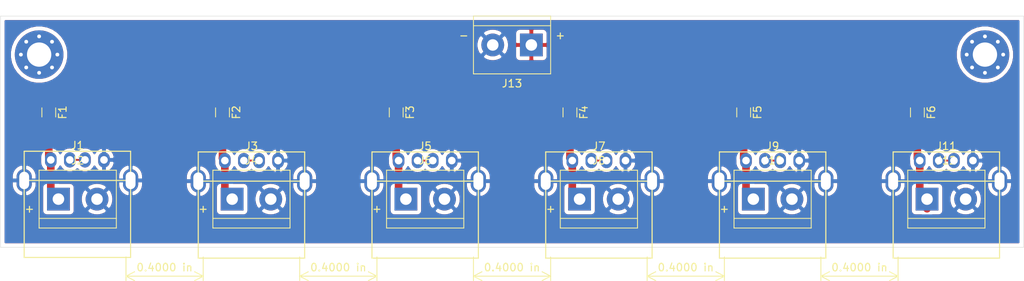
<source format=kicad_pcb>
(kicad_pcb (version 20171130) (host pcbnew 5.1.6)

  (general
    (thickness 1.6)
    (drawings 16)
    (tracks 31)
    (zones 0)
    (modules 21)
    (nets 15)
  )

  (page A4)
  (layers
    (0 F.Cu signal)
    (31 B.Cu signal)
    (32 B.Adhes user)
    (33 F.Adhes user)
    (34 B.Paste user)
    (35 F.Paste user)
    (36 B.SilkS user)
    (37 F.SilkS user)
    (38 B.Mask user)
    (39 F.Mask user)
    (40 Dwgs.User user)
    (41 Cmts.User user)
    (42 Eco1.User user)
    (43 Eco2.User user)
    (44 Edge.Cuts user)
    (45 Margin user)
    (46 B.CrtYd user)
    (47 F.CrtYd user)
    (48 B.Fab user)
    (49 F.Fab user)
  )

  (setup
    (last_trace_width 0.25)
    (trace_clearance 0.2)
    (zone_clearance 0.508)
    (zone_45_only no)
    (trace_min 0.2)
    (via_size 0.8)
    (via_drill 0.4)
    (via_min_size 0.4)
    (via_min_drill 0.3)
    (uvia_size 0.3)
    (uvia_drill 0.1)
    (uvias_allowed no)
    (uvia_min_size 0.2)
    (uvia_min_drill 0.1)
    (edge_width 0.05)
    (segment_width 0.2)
    (pcb_text_width 0.3)
    (pcb_text_size 1.5 1.5)
    (mod_edge_width 0.12)
    (mod_text_size 1 1)
    (mod_text_width 0.15)
    (pad_size 1.524 1.524)
    (pad_drill 0.762)
    (pad_to_mask_clearance 0.051)
    (solder_mask_min_width 0.25)
    (aux_axis_origin 0 0)
    (visible_elements FFFFFF7F)
    (pcbplotparams
      (layerselection 0x010fc_ffffffff)
      (usegerberextensions false)
      (usegerberattributes false)
      (usegerberadvancedattributes false)
      (creategerberjobfile false)
      (excludeedgelayer true)
      (linewidth 0.100000)
      (plotframeref false)
      (viasonmask false)
      (mode 1)
      (useauxorigin false)
      (hpglpennumber 1)
      (hpglpenspeed 20)
      (hpglpendiameter 15.000000)
      (psnegative false)
      (psa4output false)
      (plotreference true)
      (plotvalue true)
      (plotinvisibletext false)
      (padsonsilk false)
      (subtractmaskfromsilk false)
      (outputformat 1)
      (mirror false)
      (drillshape 0)
      (scaleselection 1)
      (outputdirectory "6x_5V"))
  )

  (net 0 "")
  (net 1 "Net-(F1-Pad2)")
  (net 2 +5V)
  (net 3 "Net-(J1-Pad2)")
  (net 4 GND)
  (net 5 "Net-(F2-Pad2)")
  (net 6 "Net-(F3-Pad2)")
  (net 7 "Net-(F4-Pad2)")
  (net 8 "Net-(F5-Pad2)")
  (net 9 "Net-(F6-Pad2)")
  (net 10 "Net-(J3-Pad2)")
  (net 11 "Net-(J7-Pad2)")
  (net 12 "Net-(J9-Pad2)")
  (net 13 "Net-(J5-Pad2)")
  (net 14 "Net-(J11-Pad2)")

  (net_class Default "Dit is de standaard class."
    (clearance 0.2)
    (trace_width 0.25)
    (via_dia 0.8)
    (via_drill 0.4)
    (uvia_dia 0.3)
    (uvia_drill 0.1)
    (add_net "Net-(J1-Pad2)")
    (add_net "Net-(J11-Pad2)")
    (add_net "Net-(J3-Pad2)")
    (add_net "Net-(J5-Pad2)")
    (add_net "Net-(J7-Pad2)")
    (add_net "Net-(J9-Pad2)")
  )

  (net_class PWR ""
    (clearance 0.2)
    (trace_width 1)
    (via_dia 0.8)
    (via_drill 0.4)
    (uvia_dia 0.3)
    (uvia_drill 0.1)
    (add_net +5V)
    (add_net GND)
    (add_net "Net-(F1-Pad2)")
    (add_net "Net-(F2-Pad2)")
    (add_net "Net-(F3-Pad2)")
    (add_net "Net-(F4-Pad2)")
    (add_net "Net-(F5-Pad2)")
    (add_net "Net-(F6-Pad2)")
  )

  (module MountingHole:MountingHole_3.2mm_M3_Pad_Via (layer F.Cu) (tedit 56DDBCCA) (tstamp 5EA7049E)
    (at 218.44 76.2)
    (descr "Mounting Hole 3.2mm, M3")
    (tags "mounting hole 3.2mm m3")
    (path /5EAB63B3)
    (attr virtual)
    (fp_text reference H2 (at 0 -4.2) (layer F.SilkS) hide
      (effects (font (size 1 1) (thickness 0.15)))
    )
    (fp_text value MountingHole (at 0 4.2) (layer F.Fab)
      (effects (font (size 1 1) (thickness 0.15)))
    )
    (fp_circle (center 0 0) (end 3.2 0) (layer Cmts.User) (width 0.15))
    (fp_circle (center 0 0) (end 3.45 0) (layer F.CrtYd) (width 0.05))
    (fp_text user %R (at 0.3 0) (layer F.Fab)
      (effects (font (size 1 1) (thickness 0.15)))
    )
    (pad 1 thru_hole circle (at 1.697056 -1.697056) (size 0.8 0.8) (drill 0.5) (layers *.Cu *.Mask))
    (pad 1 thru_hole circle (at 0 -2.4) (size 0.8 0.8) (drill 0.5) (layers *.Cu *.Mask))
    (pad 1 thru_hole circle (at -1.697056 -1.697056) (size 0.8 0.8) (drill 0.5) (layers *.Cu *.Mask))
    (pad 1 thru_hole circle (at -2.4 0) (size 0.8 0.8) (drill 0.5) (layers *.Cu *.Mask))
    (pad 1 thru_hole circle (at -1.697056 1.697056) (size 0.8 0.8) (drill 0.5) (layers *.Cu *.Mask))
    (pad 1 thru_hole circle (at 0 2.4) (size 0.8 0.8) (drill 0.5) (layers *.Cu *.Mask))
    (pad 1 thru_hole circle (at 1.697056 1.697056) (size 0.8 0.8) (drill 0.5) (layers *.Cu *.Mask))
    (pad 1 thru_hole circle (at 2.4 0) (size 0.8 0.8) (drill 0.5) (layers *.Cu *.Mask))
    (pad 1 thru_hole circle (at 0 0) (size 6.4 6.4) (drill 3.2) (layers *.Cu *.Mask))
  )

  (module MountingHole:MountingHole_3.2mm_M3_Pad_Via (layer F.Cu) (tedit 56DDBCCA) (tstamp 5EA70496)
    (at 93.98 76.2)
    (descr "Mounting Hole 3.2mm, M3")
    (tags "mounting hole 3.2mm m3")
    (path /5EAB33A9)
    (attr virtual)
    (fp_text reference H1 (at 0 -4.2) (layer F.SilkS) hide
      (effects (font (size 1 1) (thickness 0.15)))
    )
    (fp_text value MountingHole (at 0 4.2) (layer F.Fab)
      (effects (font (size 1 1) (thickness 0.15)))
    )
    (fp_circle (center 0 0) (end 3.2 0) (layer Cmts.User) (width 0.15))
    (fp_circle (center 0 0) (end 3.45 0) (layer F.CrtYd) (width 0.05))
    (fp_text user %R (at 0.3 0) (layer F.Fab)
      (effects (font (size 1 1) (thickness 0.15)))
    )
    (pad 1 thru_hole circle (at 1.697056 -1.697056) (size 0.8 0.8) (drill 0.5) (layers *.Cu *.Mask))
    (pad 1 thru_hole circle (at 0 -2.4) (size 0.8 0.8) (drill 0.5) (layers *.Cu *.Mask))
    (pad 1 thru_hole circle (at -1.697056 -1.697056) (size 0.8 0.8) (drill 0.5) (layers *.Cu *.Mask))
    (pad 1 thru_hole circle (at -2.4 0) (size 0.8 0.8) (drill 0.5) (layers *.Cu *.Mask))
    (pad 1 thru_hole circle (at -1.697056 1.697056) (size 0.8 0.8) (drill 0.5) (layers *.Cu *.Mask))
    (pad 1 thru_hole circle (at 0 2.4) (size 0.8 0.8) (drill 0.5) (layers *.Cu *.Mask))
    (pad 1 thru_hole circle (at 1.697056 1.697056) (size 0.8 0.8) (drill 0.5) (layers *.Cu *.Mask))
    (pad 1 thru_hole circle (at 2.4 0) (size 0.8 0.8) (drill 0.5) (layers *.Cu *.Mask))
    (pad 1 thru_hole circle (at 0 0) (size 6.4 6.4) (drill 3.2) (layers *.Cu *.Mask))
  )

  (module TerminalBlock:TerminalBlock_bornier-2_P5.08mm (layer F.Cu) (tedit 59FF03AB) (tstamp 5EA6FED4)
    (at 158.75 74.93 180)
    (descr "simple 2-pin terminal block, pitch 5.08mm, revamped version of bornier2")
    (tags "terminal block bornier2")
    (path /5EA9D09A)
    (fp_text reference J13 (at 2.54 -5.08) (layer F.SilkS)
      (effects (font (size 1 1) (thickness 0.15)))
    )
    (fp_text value Screw_Terminal_01x02 (at 2.54 5.08) (layer F.Fab)
      (effects (font (size 1 1) (thickness 0.15)))
    )
    (fp_line (start -2.41 2.55) (end 7.49 2.55) (layer F.Fab) (width 0.1))
    (fp_line (start -2.46 -3.75) (end -2.46 3.75) (layer F.Fab) (width 0.1))
    (fp_line (start -2.46 3.75) (end 7.54 3.75) (layer F.Fab) (width 0.1))
    (fp_line (start 7.54 3.75) (end 7.54 -3.75) (layer F.Fab) (width 0.1))
    (fp_line (start 7.54 -3.75) (end -2.46 -3.75) (layer F.Fab) (width 0.1))
    (fp_line (start 7.62 2.54) (end -2.54 2.54) (layer F.SilkS) (width 0.12))
    (fp_line (start 7.62 3.81) (end 7.62 -3.81) (layer F.SilkS) (width 0.12))
    (fp_line (start 7.62 -3.81) (end -2.54 -3.81) (layer F.SilkS) (width 0.12))
    (fp_line (start -2.54 -3.81) (end -2.54 3.81) (layer F.SilkS) (width 0.12))
    (fp_line (start -2.54 3.81) (end 7.62 3.81) (layer F.SilkS) (width 0.12))
    (fp_line (start -2.71 -4) (end 7.79 -4) (layer F.CrtYd) (width 0.05))
    (fp_line (start -2.71 -4) (end -2.71 4) (layer F.CrtYd) (width 0.05))
    (fp_line (start 7.79 4) (end 7.79 -4) (layer F.CrtYd) (width 0.05))
    (fp_line (start 7.79 4) (end -2.71 4) (layer F.CrtYd) (width 0.05))
    (fp_text user %R (at 2.54 0) (layer F.Fab)
      (effects (font (size 1 1) (thickness 0.15)))
    )
    (pad 2 thru_hole circle (at 5.08 0 180) (size 3 3) (drill 1.52) (layers *.Cu *.Mask)
      (net 4 GND))
    (pad 1 thru_hole rect (at 0 0 180) (size 3 3) (drill 1.52) (layers *.Cu *.Mask)
      (net 2 +5V))
    (model ${KISYS3DMOD}/TerminalBlock.3dshapes/TerminalBlock_bornier-2_P5.08mm.wrl
      (offset (xyz 2.539999961853027 0 0))
      (scale (xyz 1 1 1))
      (rotate (xyz 0 0 0))
    )
  )

  (module TerminalBlock:TerminalBlock_bornier-2_P5.08mm (layer F.Cu) (tedit 59FF03AB) (tstamp 5EA6E590)
    (at 119.38 95.25)
    (descr "simple 2-pin terminal block, pitch 5.08mm, revamped version of bornier2")
    (tags "terminal block bornier2")
    (path /5EA742E9)
    (fp_text reference J4 (at 2.54 -5.08) (layer F.SilkS)
      (effects (font (size 1 1) (thickness 0.15)))
    )
    (fp_text value Screw_Terminal_01x02 (at 2.54 5.08) (layer F.Fab)
      (effects (font (size 1 1) (thickness 0.15)))
    )
    (fp_line (start -2.41 2.55) (end 7.49 2.55) (layer F.Fab) (width 0.1))
    (fp_line (start -2.46 -3.75) (end -2.46 3.75) (layer F.Fab) (width 0.1))
    (fp_line (start -2.46 3.75) (end 7.54 3.75) (layer F.Fab) (width 0.1))
    (fp_line (start 7.54 3.75) (end 7.54 -3.75) (layer F.Fab) (width 0.1))
    (fp_line (start 7.54 -3.75) (end -2.46 -3.75) (layer F.Fab) (width 0.1))
    (fp_line (start 7.62 2.54) (end -2.54 2.54) (layer F.SilkS) (width 0.12))
    (fp_line (start 7.62 3.81) (end 7.62 -3.81) (layer F.SilkS) (width 0.12))
    (fp_line (start 7.62 -3.81) (end -2.54 -3.81) (layer F.SilkS) (width 0.12))
    (fp_line (start -2.54 -3.81) (end -2.54 3.81) (layer F.SilkS) (width 0.12))
    (fp_line (start -2.54 3.81) (end 7.62 3.81) (layer F.SilkS) (width 0.12))
    (fp_line (start -2.71 -4) (end 7.79 -4) (layer F.CrtYd) (width 0.05))
    (fp_line (start -2.71 -4) (end -2.71 4) (layer F.CrtYd) (width 0.05))
    (fp_line (start 7.79 4) (end 7.79 -4) (layer F.CrtYd) (width 0.05))
    (fp_line (start 7.79 4) (end -2.71 4) (layer F.CrtYd) (width 0.05))
    (fp_text user %R (at 2.54 0) (layer F.Fab)
      (effects (font (size 1 1) (thickness 0.15)))
    )
    (pad 2 thru_hole circle (at 5.08 0) (size 3 3) (drill 1.52) (layers *.Cu *.Mask)
      (net 4 GND))
    (pad 1 thru_hole rect (at 0 0) (size 3 3) (drill 1.52) (layers *.Cu *.Mask)
      (net 5 "Net-(F2-Pad2)"))
    (model ${KISYS3DMOD}/TerminalBlock.3dshapes/TerminalBlock_bornier-2_P5.08mm.wrl
      (offset (xyz 2.539999961853027 0 0))
      (scale (xyz 1 1 1))
      (rotate (xyz 0 0 0))
    )
  )

  (module TerminalBlock:TerminalBlock_bornier-2_P5.08mm (layer F.Cu) (tedit 59FF03AB) (tstamp 5EA6E57B)
    (at 165.1 95.25)
    (descr "simple 2-pin terminal block, pitch 5.08mm, revamped version of bornier2")
    (tags "terminal block bornier2")
    (path /5EA7F1C4)
    (fp_text reference J8 (at 2.54 -5.08) (layer F.SilkS)
      (effects (font (size 1 1) (thickness 0.15)))
    )
    (fp_text value Screw_Terminal_01x02 (at 2.54 5.08) (layer F.Fab)
      (effects (font (size 1 1) (thickness 0.15)))
    )
    (fp_line (start -2.41 2.55) (end 7.49 2.55) (layer F.Fab) (width 0.1))
    (fp_line (start -2.46 -3.75) (end -2.46 3.75) (layer F.Fab) (width 0.1))
    (fp_line (start -2.46 3.75) (end 7.54 3.75) (layer F.Fab) (width 0.1))
    (fp_line (start 7.54 3.75) (end 7.54 -3.75) (layer F.Fab) (width 0.1))
    (fp_line (start 7.54 -3.75) (end -2.46 -3.75) (layer F.Fab) (width 0.1))
    (fp_line (start 7.62 2.54) (end -2.54 2.54) (layer F.SilkS) (width 0.12))
    (fp_line (start 7.62 3.81) (end 7.62 -3.81) (layer F.SilkS) (width 0.12))
    (fp_line (start 7.62 -3.81) (end -2.54 -3.81) (layer F.SilkS) (width 0.12))
    (fp_line (start -2.54 -3.81) (end -2.54 3.81) (layer F.SilkS) (width 0.12))
    (fp_line (start -2.54 3.81) (end 7.62 3.81) (layer F.SilkS) (width 0.12))
    (fp_line (start -2.71 -4) (end 7.79 -4) (layer F.CrtYd) (width 0.05))
    (fp_line (start -2.71 -4) (end -2.71 4) (layer F.CrtYd) (width 0.05))
    (fp_line (start 7.79 4) (end 7.79 -4) (layer F.CrtYd) (width 0.05))
    (fp_line (start 7.79 4) (end -2.71 4) (layer F.CrtYd) (width 0.05))
    (fp_text user %R (at 2.54 0) (layer F.Fab)
      (effects (font (size 1 1) (thickness 0.15)))
    )
    (pad 2 thru_hole circle (at 5.08 0) (size 3 3) (drill 1.52) (layers *.Cu *.Mask)
      (net 4 GND))
    (pad 1 thru_hole rect (at 0 0) (size 3 3) (drill 1.52) (layers *.Cu *.Mask)
      (net 7 "Net-(F4-Pad2)"))
    (model ${KISYS3DMOD}/TerminalBlock.3dshapes/TerminalBlock_bornier-2_P5.08mm.wrl
      (offset (xyz 2.539999961853027 0 0))
      (scale (xyz 1 1 1))
      (rotate (xyz 0 0 0))
    )
  )

  (module TerminalBlock:TerminalBlock_bornier-2_P5.08mm (layer F.Cu) (tedit 59FF03AB) (tstamp 5EC4FB32)
    (at 210.82 95.25)
    (descr "simple 2-pin terminal block, pitch 5.08mm, revamped version of bornier2")
    (tags "terminal block bornier2")
    (path /5EA86C67)
    (fp_text reference J12 (at 2.54 -5.08) (layer F.SilkS)
      (effects (font (size 1 1) (thickness 0.15)))
    )
    (fp_text value Screw_Terminal_01x02 (at 2.54 5.08) (layer F.Fab)
      (effects (font (size 1 1) (thickness 0.15)))
    )
    (fp_line (start -2.41 2.55) (end 7.49 2.55) (layer F.Fab) (width 0.1))
    (fp_line (start -2.46 -3.75) (end -2.46 3.75) (layer F.Fab) (width 0.1))
    (fp_line (start -2.46 3.75) (end 7.54 3.75) (layer F.Fab) (width 0.1))
    (fp_line (start 7.54 3.75) (end 7.54 -3.75) (layer F.Fab) (width 0.1))
    (fp_line (start 7.54 -3.75) (end -2.46 -3.75) (layer F.Fab) (width 0.1))
    (fp_line (start 7.62 2.54) (end -2.54 2.54) (layer F.SilkS) (width 0.12))
    (fp_line (start 7.62 3.81) (end 7.62 -3.81) (layer F.SilkS) (width 0.12))
    (fp_line (start 7.62 -3.81) (end -2.54 -3.81) (layer F.SilkS) (width 0.12))
    (fp_line (start -2.54 -3.81) (end -2.54 3.81) (layer F.SilkS) (width 0.12))
    (fp_line (start -2.54 3.81) (end 7.62 3.81) (layer F.SilkS) (width 0.12))
    (fp_line (start -2.71 -4) (end 7.79 -4) (layer F.CrtYd) (width 0.05))
    (fp_line (start -2.71 -4) (end -2.71 4) (layer F.CrtYd) (width 0.05))
    (fp_line (start 7.79 4) (end 7.79 -4) (layer F.CrtYd) (width 0.05))
    (fp_line (start 7.79 4) (end -2.71 4) (layer F.CrtYd) (width 0.05))
    (fp_text user %R (at 2.54 0) (layer F.Fab)
      (effects (font (size 1 1) (thickness 0.15)))
    )
    (pad 2 thru_hole circle (at 5.08 0) (size 3 3) (drill 1.52) (layers *.Cu *.Mask)
      (net 4 GND))
    (pad 1 thru_hole rect (at 0 0) (size 3 3) (drill 1.52) (layers *.Cu *.Mask)
      (net 9 "Net-(F6-Pad2)"))
    (model ${KISYS3DMOD}/TerminalBlock.3dshapes/TerminalBlock_bornier-2_P5.08mm.wrl
      (offset (xyz 2.539999961853027 0 0))
      (scale (xyz 1 1 1))
      (rotate (xyz 0 0 0))
    )
  )

  (module AvS_Connector:USB_A_Female (layer F.Cu) (tedit 5D010EC3) (tstamp 5EA6E551)
    (at 121.92 90.17)
    (path /5EA742CF)
    (fp_text reference J3 (at 0 -1.905) (layer F.SilkS)
      (effects (font (size 1 1) (thickness 0.15)))
    )
    (fp_text value USB_A (at 0 -3.81) (layer F.Fab)
      (effects (font (size 1 1) (thickness 0.15)))
    )
    (fp_line (start -7 12.86) (end 7 12.86) (layer F.SilkS) (width 0.15))
    (fp_line (start -7 2.71) (end -7 12.86) (layer F.SilkS) (width 0.15))
    (fp_line (start 7 2.71) (end 7 12.86) (layer F.SilkS) (width 0.15))
    (fp_line (start -7 2.71) (end 7 2.71) (layer F.SilkS) (width 0.15))
    (fp_line (start -7 -1.14) (end 7 -1.14) (layer F.SilkS) (width 0.15))
    (fp_line (start -7 2.71) (end -7 -1.14) (layer F.SilkS) (width 0.15))
    (fp_line (start 7 2.71) (end 7 -1.14) (layer F.SilkS) (width 0.15))
    (pad 1 thru_hole oval (at -3.5 0) (size 1.524 2) (drill 1) (layers *.Cu *.Mask)
      (net 5 "Net-(F2-Pad2)"))
    (pad 2 thru_hole oval (at -1 0) (size 1.524 2) (drill 1) (layers *.Cu *.Mask)
      (net 10 "Net-(J3-Pad2)"))
    (pad 3 thru_hole oval (at 1 0) (size 1.524 2) (drill 1) (layers *.Cu *.Mask)
      (net 10 "Net-(J3-Pad2)"))
    (pad 4 thru_hole oval (at 3.5 0) (size 1.524 2) (drill 1) (layers *.Cu *.Mask)
      (net 4 GND))
    (pad 5 thru_hole oval (at -7 2.71) (size 2 3) (drill oval 1.3 2.3) (layers *.Cu *.Mask)
      (net 4 GND))
    (pad 5 thru_hole oval (at 7 2.71) (size 2 3) (drill oval 1.3 2.3) (layers *.Cu *.Mask)
      (net 4 GND))
  )

  (module AvS_Connector:USB_A_Female (layer F.Cu) (tedit 5D010EC3) (tstamp 5EA6E540)
    (at 167.64 90.17)
    (path /5EA7F1AA)
    (fp_text reference J7 (at 0 -1.905) (layer F.SilkS)
      (effects (font (size 1 1) (thickness 0.15)))
    )
    (fp_text value USB_A (at 0 -3.81) (layer F.Fab)
      (effects (font (size 1 1) (thickness 0.15)))
    )
    (fp_line (start -7 12.86) (end 7 12.86) (layer F.SilkS) (width 0.15))
    (fp_line (start -7 2.71) (end -7 12.86) (layer F.SilkS) (width 0.15))
    (fp_line (start 7 2.71) (end 7 12.86) (layer F.SilkS) (width 0.15))
    (fp_line (start -7 2.71) (end 7 2.71) (layer F.SilkS) (width 0.15))
    (fp_line (start -7 -1.14) (end 7 -1.14) (layer F.SilkS) (width 0.15))
    (fp_line (start -7 2.71) (end -7 -1.14) (layer F.SilkS) (width 0.15))
    (fp_line (start 7 2.71) (end 7 -1.14) (layer F.SilkS) (width 0.15))
    (pad 1 thru_hole oval (at -3.5 0) (size 1.524 2) (drill 1) (layers *.Cu *.Mask)
      (net 7 "Net-(F4-Pad2)"))
    (pad 2 thru_hole oval (at -1 0) (size 1.524 2) (drill 1) (layers *.Cu *.Mask)
      (net 11 "Net-(J7-Pad2)"))
    (pad 3 thru_hole oval (at 1 0) (size 1.524 2) (drill 1) (layers *.Cu *.Mask)
      (net 11 "Net-(J7-Pad2)"))
    (pad 4 thru_hole oval (at 3.5 0) (size 1.524 2) (drill 1) (layers *.Cu *.Mask)
      (net 4 GND))
    (pad 5 thru_hole oval (at -7 2.71) (size 2 3) (drill oval 1.3 2.3) (layers *.Cu *.Mask)
      (net 4 GND))
    (pad 5 thru_hole oval (at 7 2.71) (size 2 3) (drill oval 1.3 2.3) (layers *.Cu *.Mask)
      (net 4 GND))
  )

  (module AvS_Connector:USB_A_Female (layer F.Cu) (tedit 5D010EC3) (tstamp 5EA6E52F)
    (at 213.36 90.17)
    (path /5EA86C4D)
    (fp_text reference J11 (at 0 -1.905) (layer F.SilkS)
      (effects (font (size 1 1) (thickness 0.15)))
    )
    (fp_text value USB_A (at 0 -3.81) (layer F.Fab)
      (effects (font (size 1 1) (thickness 0.15)))
    )
    (fp_line (start -7 12.86) (end 7 12.86) (layer F.SilkS) (width 0.15))
    (fp_line (start -7 2.71) (end -7 12.86) (layer F.SilkS) (width 0.15))
    (fp_line (start 7 2.71) (end 7 12.86) (layer F.SilkS) (width 0.15))
    (fp_line (start -7 2.71) (end 7 2.71) (layer F.SilkS) (width 0.15))
    (fp_line (start -7 -1.14) (end 7 -1.14) (layer F.SilkS) (width 0.15))
    (fp_line (start -7 2.71) (end -7 -1.14) (layer F.SilkS) (width 0.15))
    (fp_line (start 7 2.71) (end 7 -1.14) (layer F.SilkS) (width 0.15))
    (pad 1 thru_hole oval (at -3.5 0) (size 1.524 2) (drill 1) (layers *.Cu *.Mask)
      (net 9 "Net-(F6-Pad2)"))
    (pad 2 thru_hole oval (at -1 0) (size 1.524 2) (drill 1) (layers *.Cu *.Mask)
      (net 14 "Net-(J11-Pad2)"))
    (pad 3 thru_hole oval (at 1 0) (size 1.524 2) (drill 1) (layers *.Cu *.Mask)
      (net 14 "Net-(J11-Pad2)"))
    (pad 4 thru_hole oval (at 3.5 0) (size 1.524 2) (drill 1) (layers *.Cu *.Mask)
      (net 4 GND))
    (pad 5 thru_hole oval (at -7 2.71) (size 2 3) (drill oval 1.3 2.3) (layers *.Cu *.Mask)
      (net 4 GND))
    (pad 5 thru_hole oval (at 7 2.71) (size 2 3) (drill oval 1.3 2.3) (layers *.Cu *.Mask)
      (net 4 GND))
  )

  (module TerminalBlock:TerminalBlock_bornier-2_P5.08mm (layer F.Cu) (tedit 59FF03AB) (tstamp 5EA6E51E)
    (at 142.24 95.25)
    (descr "simple 2-pin terminal block, pitch 5.08mm, revamped version of bornier2")
    (tags "terminal block bornier2")
    (path /5EA7F181)
    (fp_text reference J6 (at 2.54 -5.08) (layer F.SilkS)
      (effects (font (size 1 1) (thickness 0.15)))
    )
    (fp_text value Screw_Terminal_01x02 (at 2.54 5.08) (layer F.Fab)
      (effects (font (size 1 1) (thickness 0.15)))
    )
    (fp_line (start -2.41 2.55) (end 7.49 2.55) (layer F.Fab) (width 0.1))
    (fp_line (start -2.46 -3.75) (end -2.46 3.75) (layer F.Fab) (width 0.1))
    (fp_line (start -2.46 3.75) (end 7.54 3.75) (layer F.Fab) (width 0.1))
    (fp_line (start 7.54 3.75) (end 7.54 -3.75) (layer F.Fab) (width 0.1))
    (fp_line (start 7.54 -3.75) (end -2.46 -3.75) (layer F.Fab) (width 0.1))
    (fp_line (start 7.62 2.54) (end -2.54 2.54) (layer F.SilkS) (width 0.12))
    (fp_line (start 7.62 3.81) (end 7.62 -3.81) (layer F.SilkS) (width 0.12))
    (fp_line (start 7.62 -3.81) (end -2.54 -3.81) (layer F.SilkS) (width 0.12))
    (fp_line (start -2.54 -3.81) (end -2.54 3.81) (layer F.SilkS) (width 0.12))
    (fp_line (start -2.54 3.81) (end 7.62 3.81) (layer F.SilkS) (width 0.12))
    (fp_line (start -2.71 -4) (end 7.79 -4) (layer F.CrtYd) (width 0.05))
    (fp_line (start -2.71 -4) (end -2.71 4) (layer F.CrtYd) (width 0.05))
    (fp_line (start 7.79 4) (end 7.79 -4) (layer F.CrtYd) (width 0.05))
    (fp_line (start 7.79 4) (end -2.71 4) (layer F.CrtYd) (width 0.05))
    (fp_text user %R (at 2.54 0) (layer F.Fab)
      (effects (font (size 1 1) (thickness 0.15)))
    )
    (pad 2 thru_hole circle (at 5.08 0) (size 3 3) (drill 1.52) (layers *.Cu *.Mask)
      (net 4 GND))
    (pad 1 thru_hole rect (at 0 0) (size 3 3) (drill 1.52) (layers *.Cu *.Mask)
      (net 6 "Net-(F3-Pad2)"))
    (model ${KISYS3DMOD}/TerminalBlock.3dshapes/TerminalBlock_bornier-2_P5.08mm.wrl
      (offset (xyz 2.539999961853027 0 0))
      (scale (xyz 1 1 1))
      (rotate (xyz 0 0 0))
    )
  )

  (module TerminalBlock:TerminalBlock_bornier-2_P5.08mm (layer F.Cu) (tedit 59FF03AB) (tstamp 5EA6E509)
    (at 187.96 95.25)
    (descr "simple 2-pin terminal block, pitch 5.08mm, revamped version of bornier2")
    (tags "terminal block bornier2")
    (path /5EA86C24)
    (fp_text reference J10 (at 2.54 -5.08) (layer F.SilkS)
      (effects (font (size 1 1) (thickness 0.15)))
    )
    (fp_text value Screw_Terminal_01x02 (at 2.54 5.08) (layer F.Fab)
      (effects (font (size 1 1) (thickness 0.15)))
    )
    (fp_line (start -2.41 2.55) (end 7.49 2.55) (layer F.Fab) (width 0.1))
    (fp_line (start -2.46 -3.75) (end -2.46 3.75) (layer F.Fab) (width 0.1))
    (fp_line (start -2.46 3.75) (end 7.54 3.75) (layer F.Fab) (width 0.1))
    (fp_line (start 7.54 3.75) (end 7.54 -3.75) (layer F.Fab) (width 0.1))
    (fp_line (start 7.54 -3.75) (end -2.46 -3.75) (layer F.Fab) (width 0.1))
    (fp_line (start 7.62 2.54) (end -2.54 2.54) (layer F.SilkS) (width 0.12))
    (fp_line (start 7.62 3.81) (end 7.62 -3.81) (layer F.SilkS) (width 0.12))
    (fp_line (start 7.62 -3.81) (end -2.54 -3.81) (layer F.SilkS) (width 0.12))
    (fp_line (start -2.54 -3.81) (end -2.54 3.81) (layer F.SilkS) (width 0.12))
    (fp_line (start -2.54 3.81) (end 7.62 3.81) (layer F.SilkS) (width 0.12))
    (fp_line (start -2.71 -4) (end 7.79 -4) (layer F.CrtYd) (width 0.05))
    (fp_line (start -2.71 -4) (end -2.71 4) (layer F.CrtYd) (width 0.05))
    (fp_line (start 7.79 4) (end 7.79 -4) (layer F.CrtYd) (width 0.05))
    (fp_line (start 7.79 4) (end -2.71 4) (layer F.CrtYd) (width 0.05))
    (fp_text user %R (at 2.54 0) (layer F.Fab)
      (effects (font (size 1 1) (thickness 0.15)))
    )
    (pad 2 thru_hole circle (at 5.08 0) (size 3 3) (drill 1.52) (layers *.Cu *.Mask)
      (net 4 GND))
    (pad 1 thru_hole rect (at 0 0) (size 3 3) (drill 1.52) (layers *.Cu *.Mask)
      (net 8 "Net-(F5-Pad2)"))
    (model ${KISYS3DMOD}/TerminalBlock.3dshapes/TerminalBlock_bornier-2_P5.08mm.wrl
      (offset (xyz 2.539999961853027 0 0))
      (scale (xyz 1 1 1))
      (rotate (xyz 0 0 0))
    )
  )

  (module AvS_Connector:USB_A_Female (layer F.Cu) (tedit 5D010EC3) (tstamp 5EA6E4F4)
    (at 144.78 90.17)
    (path /5EA7F167)
    (fp_text reference J5 (at 0 -1.905) (layer F.SilkS)
      (effects (font (size 1 1) (thickness 0.15)))
    )
    (fp_text value USB_A (at 0 -3.81) (layer F.Fab)
      (effects (font (size 1 1) (thickness 0.15)))
    )
    (fp_line (start -7 12.86) (end 7 12.86) (layer F.SilkS) (width 0.15))
    (fp_line (start -7 2.71) (end -7 12.86) (layer F.SilkS) (width 0.15))
    (fp_line (start 7 2.71) (end 7 12.86) (layer F.SilkS) (width 0.15))
    (fp_line (start -7 2.71) (end 7 2.71) (layer F.SilkS) (width 0.15))
    (fp_line (start -7 -1.14) (end 7 -1.14) (layer F.SilkS) (width 0.15))
    (fp_line (start -7 2.71) (end -7 -1.14) (layer F.SilkS) (width 0.15))
    (fp_line (start 7 2.71) (end 7 -1.14) (layer F.SilkS) (width 0.15))
    (pad 1 thru_hole oval (at -3.5 0) (size 1.524 2) (drill 1) (layers *.Cu *.Mask)
      (net 6 "Net-(F3-Pad2)"))
    (pad 2 thru_hole oval (at -1 0) (size 1.524 2) (drill 1) (layers *.Cu *.Mask)
      (net 13 "Net-(J5-Pad2)"))
    (pad 3 thru_hole oval (at 1 0) (size 1.524 2) (drill 1) (layers *.Cu *.Mask)
      (net 13 "Net-(J5-Pad2)"))
    (pad 4 thru_hole oval (at 3.5 0) (size 1.524 2) (drill 1) (layers *.Cu *.Mask)
      (net 4 GND))
    (pad 5 thru_hole oval (at -7 2.71) (size 2 3) (drill oval 1.3 2.3) (layers *.Cu *.Mask)
      (net 4 GND))
    (pad 5 thru_hole oval (at 7 2.71) (size 2 3) (drill oval 1.3 2.3) (layers *.Cu *.Mask)
      (net 4 GND))
  )

  (module AvS_Connector:USB_A_Female (layer F.Cu) (tedit 5D010EC3) (tstamp 5EA6E4E3)
    (at 190.5 90.17)
    (path /5EA86C0A)
    (fp_text reference J9 (at 0 -1.905) (layer F.SilkS)
      (effects (font (size 1 1) (thickness 0.15)))
    )
    (fp_text value USB_A (at 0 -3.81) (layer F.Fab)
      (effects (font (size 1 1) (thickness 0.15)))
    )
    (fp_line (start -7 12.86) (end 7 12.86) (layer F.SilkS) (width 0.15))
    (fp_line (start -7 2.71) (end -7 12.86) (layer F.SilkS) (width 0.15))
    (fp_line (start 7 2.71) (end 7 12.86) (layer F.SilkS) (width 0.15))
    (fp_line (start -7 2.71) (end 7 2.71) (layer F.SilkS) (width 0.15))
    (fp_line (start -7 -1.14) (end 7 -1.14) (layer F.SilkS) (width 0.15))
    (fp_line (start -7 2.71) (end -7 -1.14) (layer F.SilkS) (width 0.15))
    (fp_line (start 7 2.71) (end 7 -1.14) (layer F.SilkS) (width 0.15))
    (pad 1 thru_hole oval (at -3.5 0) (size 1.524 2) (drill 1) (layers *.Cu *.Mask)
      (net 8 "Net-(F5-Pad2)"))
    (pad 2 thru_hole oval (at -1 0) (size 1.524 2) (drill 1) (layers *.Cu *.Mask)
      (net 12 "Net-(J9-Pad2)"))
    (pad 3 thru_hole oval (at 1 0) (size 1.524 2) (drill 1) (layers *.Cu *.Mask)
      (net 12 "Net-(J9-Pad2)"))
    (pad 4 thru_hole oval (at 3.5 0) (size 1.524 2) (drill 1) (layers *.Cu *.Mask)
      (net 4 GND))
    (pad 5 thru_hole oval (at -7 2.71) (size 2 3) (drill oval 1.3 2.3) (layers *.Cu *.Mask)
      (net 4 GND))
    (pad 5 thru_hole oval (at 7 2.71) (size 2 3) (drill oval 1.3 2.3) (layers *.Cu *.Mask)
      (net 4 GND))
  )

  (module Fuse:Fuse_1206_3216Metric_Pad1.42x1.75mm_HandSolder (layer F.Cu) (tedit 5B301BBE) (tstamp 5EA6E48A)
    (at 118.11 83.82 270)
    (descr "Fuse SMD 1206 (3216 Metric), square (rectangular) end terminal, IPC_7351 nominal with elongated pad for handsoldering. (Body size source: http://www.tortai-tech.com/upload/download/2011102023233369053.pdf), generated with kicad-footprint-generator")
    (tags "resistor handsolder")
    (path /5EA742DF)
    (attr smd)
    (fp_text reference F2 (at 0 -1.82 90) (layer F.SilkS)
      (effects (font (size 1 1) (thickness 0.15)))
    )
    (fp_text value Polyfuse (at 0 1.82 90) (layer F.Fab)
      (effects (font (size 1 1) (thickness 0.15)))
    )
    (fp_line (start -1.6 0.8) (end -1.6 -0.8) (layer F.Fab) (width 0.1))
    (fp_line (start -1.6 -0.8) (end 1.6 -0.8) (layer F.Fab) (width 0.1))
    (fp_line (start 1.6 -0.8) (end 1.6 0.8) (layer F.Fab) (width 0.1))
    (fp_line (start 1.6 0.8) (end -1.6 0.8) (layer F.Fab) (width 0.1))
    (fp_line (start -0.602064 -0.91) (end 0.602064 -0.91) (layer F.SilkS) (width 0.12))
    (fp_line (start -0.602064 0.91) (end 0.602064 0.91) (layer F.SilkS) (width 0.12))
    (fp_line (start -2.45 1.12) (end -2.45 -1.12) (layer F.CrtYd) (width 0.05))
    (fp_line (start -2.45 -1.12) (end 2.45 -1.12) (layer F.CrtYd) (width 0.05))
    (fp_line (start 2.45 -1.12) (end 2.45 1.12) (layer F.CrtYd) (width 0.05))
    (fp_line (start 2.45 1.12) (end -2.45 1.12) (layer F.CrtYd) (width 0.05))
    (fp_text user %R (at 0 0 90) (layer F.Fab)
      (effects (font (size 0.8 0.8) (thickness 0.12)))
    )
    (pad 2 smd roundrect (at 1.4875 0 270) (size 1.425 1.75) (layers F.Cu F.Paste F.Mask) (roundrect_rratio 0.175439)
      (net 5 "Net-(F2-Pad2)"))
    (pad 1 smd roundrect (at -1.4875 0 270) (size 1.425 1.75) (layers F.Cu F.Paste F.Mask) (roundrect_rratio 0.175439)
      (net 2 +5V))
    (model ${KISYS3DMOD}/Fuse.3dshapes/Fuse_1206_3216Metric.wrl
      (at (xyz 0 0 0))
      (scale (xyz 1 1 1))
      (rotate (xyz 0 0 0))
    )
  )

  (module Fuse:Fuse_1206_3216Metric_Pad1.42x1.75mm_HandSolder (layer F.Cu) (tedit 5B301BBE) (tstamp 5EA6E479)
    (at 163.83 83.82 270)
    (descr "Fuse SMD 1206 (3216 Metric), square (rectangular) end terminal, IPC_7351 nominal with elongated pad for handsoldering. (Body size source: http://www.tortai-tech.com/upload/download/2011102023233369053.pdf), generated with kicad-footprint-generator")
    (tags "resistor handsolder")
    (path /5EA7F1BA)
    (attr smd)
    (fp_text reference F4 (at 0 -1.82 90) (layer F.SilkS)
      (effects (font (size 1 1) (thickness 0.15)))
    )
    (fp_text value Polyfuse (at 0 1.82 90) (layer F.Fab)
      (effects (font (size 1 1) (thickness 0.15)))
    )
    (fp_line (start -1.6 0.8) (end -1.6 -0.8) (layer F.Fab) (width 0.1))
    (fp_line (start -1.6 -0.8) (end 1.6 -0.8) (layer F.Fab) (width 0.1))
    (fp_line (start 1.6 -0.8) (end 1.6 0.8) (layer F.Fab) (width 0.1))
    (fp_line (start 1.6 0.8) (end -1.6 0.8) (layer F.Fab) (width 0.1))
    (fp_line (start -0.602064 -0.91) (end 0.602064 -0.91) (layer F.SilkS) (width 0.12))
    (fp_line (start -0.602064 0.91) (end 0.602064 0.91) (layer F.SilkS) (width 0.12))
    (fp_line (start -2.45 1.12) (end -2.45 -1.12) (layer F.CrtYd) (width 0.05))
    (fp_line (start -2.45 -1.12) (end 2.45 -1.12) (layer F.CrtYd) (width 0.05))
    (fp_line (start 2.45 -1.12) (end 2.45 1.12) (layer F.CrtYd) (width 0.05))
    (fp_line (start 2.45 1.12) (end -2.45 1.12) (layer F.CrtYd) (width 0.05))
    (fp_text user %R (at 0 0 90) (layer F.Fab)
      (effects (font (size 0.8 0.8) (thickness 0.12)))
    )
    (pad 2 smd roundrect (at 1.4875 0 270) (size 1.425 1.75) (layers F.Cu F.Paste F.Mask) (roundrect_rratio 0.175439)
      (net 7 "Net-(F4-Pad2)"))
    (pad 1 smd roundrect (at -1.4875 0 270) (size 1.425 1.75) (layers F.Cu F.Paste F.Mask) (roundrect_rratio 0.175439)
      (net 2 +5V))
    (model ${KISYS3DMOD}/Fuse.3dshapes/Fuse_1206_3216Metric.wrl
      (at (xyz 0 0 0))
      (scale (xyz 1 1 1))
      (rotate (xyz 0 0 0))
    )
  )

  (module Fuse:Fuse_1206_3216Metric_Pad1.42x1.75mm_HandSolder (layer F.Cu) (tedit 5B301BBE) (tstamp 5EA6E468)
    (at 209.55 83.82 270)
    (descr "Fuse SMD 1206 (3216 Metric), square (rectangular) end terminal, IPC_7351 nominal with elongated pad for handsoldering. (Body size source: http://www.tortai-tech.com/upload/download/2011102023233369053.pdf), generated with kicad-footprint-generator")
    (tags "resistor handsolder")
    (path /5EA86C5D)
    (attr smd)
    (fp_text reference F6 (at 0 -1.82 90) (layer F.SilkS)
      (effects (font (size 1 1) (thickness 0.15)))
    )
    (fp_text value Polyfuse (at 0 1.82 90) (layer F.Fab)
      (effects (font (size 1 1) (thickness 0.15)))
    )
    (fp_line (start -1.6 0.8) (end -1.6 -0.8) (layer F.Fab) (width 0.1))
    (fp_line (start -1.6 -0.8) (end 1.6 -0.8) (layer F.Fab) (width 0.1))
    (fp_line (start 1.6 -0.8) (end 1.6 0.8) (layer F.Fab) (width 0.1))
    (fp_line (start 1.6 0.8) (end -1.6 0.8) (layer F.Fab) (width 0.1))
    (fp_line (start -0.602064 -0.91) (end 0.602064 -0.91) (layer F.SilkS) (width 0.12))
    (fp_line (start -0.602064 0.91) (end 0.602064 0.91) (layer F.SilkS) (width 0.12))
    (fp_line (start -2.45 1.12) (end -2.45 -1.12) (layer F.CrtYd) (width 0.05))
    (fp_line (start -2.45 -1.12) (end 2.45 -1.12) (layer F.CrtYd) (width 0.05))
    (fp_line (start 2.45 -1.12) (end 2.45 1.12) (layer F.CrtYd) (width 0.05))
    (fp_line (start 2.45 1.12) (end -2.45 1.12) (layer F.CrtYd) (width 0.05))
    (fp_text user %R (at 0 0 90) (layer F.Fab)
      (effects (font (size 0.8 0.8) (thickness 0.12)))
    )
    (pad 2 smd roundrect (at 1.4875 0 270) (size 1.425 1.75) (layers F.Cu F.Paste F.Mask) (roundrect_rratio 0.175439)
      (net 9 "Net-(F6-Pad2)"))
    (pad 1 smd roundrect (at -1.4875 0 270) (size 1.425 1.75) (layers F.Cu F.Paste F.Mask) (roundrect_rratio 0.175439)
      (net 2 +5V))
    (model ${KISYS3DMOD}/Fuse.3dshapes/Fuse_1206_3216Metric.wrl
      (at (xyz 0 0 0))
      (scale (xyz 1 1 1))
      (rotate (xyz 0 0 0))
    )
  )

  (module Fuse:Fuse_1206_3216Metric_Pad1.42x1.75mm_HandSolder (layer F.Cu) (tedit 5B301BBE) (tstamp 5EA6F4D2)
    (at 140.97 83.82 270)
    (descr "Fuse SMD 1206 (3216 Metric), square (rectangular) end terminal, IPC_7351 nominal with elongated pad for handsoldering. (Body size source: http://www.tortai-tech.com/upload/download/2011102023233369053.pdf), generated with kicad-footprint-generator")
    (tags "resistor handsolder")
    (path /5EA7F177)
    (attr smd)
    (fp_text reference F3 (at 0 -1.82 90) (layer F.SilkS)
      (effects (font (size 1 1) (thickness 0.15)))
    )
    (fp_text value Polyfuse (at 0 1.82 90) (layer F.Fab)
      (effects (font (size 1 1) (thickness 0.15)))
    )
    (fp_line (start -1.6 0.8) (end -1.6 -0.8) (layer F.Fab) (width 0.1))
    (fp_line (start -1.6 -0.8) (end 1.6 -0.8) (layer F.Fab) (width 0.1))
    (fp_line (start 1.6 -0.8) (end 1.6 0.8) (layer F.Fab) (width 0.1))
    (fp_line (start 1.6 0.8) (end -1.6 0.8) (layer F.Fab) (width 0.1))
    (fp_line (start -0.602064 -0.91) (end 0.602064 -0.91) (layer F.SilkS) (width 0.12))
    (fp_line (start -0.602064 0.91) (end 0.602064 0.91) (layer F.SilkS) (width 0.12))
    (fp_line (start -2.45 1.12) (end -2.45 -1.12) (layer F.CrtYd) (width 0.05))
    (fp_line (start -2.45 -1.12) (end 2.45 -1.12) (layer F.CrtYd) (width 0.05))
    (fp_line (start 2.45 -1.12) (end 2.45 1.12) (layer F.CrtYd) (width 0.05))
    (fp_line (start 2.45 1.12) (end -2.45 1.12) (layer F.CrtYd) (width 0.05))
    (fp_text user %R (at 0 0 90) (layer F.Fab)
      (effects (font (size 0.8 0.8) (thickness 0.12)))
    )
    (pad 2 smd roundrect (at 1.4875 0 270) (size 1.425 1.75) (layers F.Cu F.Paste F.Mask) (roundrect_rratio 0.175439)
      (net 6 "Net-(F3-Pad2)"))
    (pad 1 smd roundrect (at -1.4875 0 270) (size 1.425 1.75) (layers F.Cu F.Paste F.Mask) (roundrect_rratio 0.175439)
      (net 2 +5V))
    (model ${KISYS3DMOD}/Fuse.3dshapes/Fuse_1206_3216Metric.wrl
      (at (xyz 0 0 0))
      (scale (xyz 1 1 1))
      (rotate (xyz 0 0 0))
    )
  )

  (module Fuse:Fuse_1206_3216Metric_Pad1.42x1.75mm_HandSolder (layer F.Cu) (tedit 5B301BBE) (tstamp 5EA6F626)
    (at 186.69 83.82 270)
    (descr "Fuse SMD 1206 (3216 Metric), square (rectangular) end terminal, IPC_7351 nominal with elongated pad for handsoldering. (Body size source: http://www.tortai-tech.com/upload/download/2011102023233369053.pdf), generated with kicad-footprint-generator")
    (tags "resistor handsolder")
    (path /5EA86C1A)
    (attr smd)
    (fp_text reference F5 (at 0 -1.82 90) (layer F.SilkS)
      (effects (font (size 1 1) (thickness 0.15)))
    )
    (fp_text value Polyfuse (at 0 1.82 90) (layer F.Fab)
      (effects (font (size 1 1) (thickness 0.15)))
    )
    (fp_line (start -1.6 0.8) (end -1.6 -0.8) (layer F.Fab) (width 0.1))
    (fp_line (start -1.6 -0.8) (end 1.6 -0.8) (layer F.Fab) (width 0.1))
    (fp_line (start 1.6 -0.8) (end 1.6 0.8) (layer F.Fab) (width 0.1))
    (fp_line (start 1.6 0.8) (end -1.6 0.8) (layer F.Fab) (width 0.1))
    (fp_line (start -0.602064 -0.91) (end 0.602064 -0.91) (layer F.SilkS) (width 0.12))
    (fp_line (start -0.602064 0.91) (end 0.602064 0.91) (layer F.SilkS) (width 0.12))
    (fp_line (start -2.45 1.12) (end -2.45 -1.12) (layer F.CrtYd) (width 0.05))
    (fp_line (start -2.45 -1.12) (end 2.45 -1.12) (layer F.CrtYd) (width 0.05))
    (fp_line (start 2.45 -1.12) (end 2.45 1.12) (layer F.CrtYd) (width 0.05))
    (fp_line (start 2.45 1.12) (end -2.45 1.12) (layer F.CrtYd) (width 0.05))
    (fp_text user %R (at 0 0 90) (layer F.Fab)
      (effects (font (size 0.8 0.8) (thickness 0.12)))
    )
    (pad 2 smd roundrect (at 1.4875 0 270) (size 1.425 1.75) (layers F.Cu F.Paste F.Mask) (roundrect_rratio 0.175439)
      (net 8 "Net-(F5-Pad2)"))
    (pad 1 smd roundrect (at -1.4875 0 270) (size 1.425 1.75) (layers F.Cu F.Paste F.Mask) (roundrect_rratio 0.175439)
      (net 2 +5V))
    (model ${KISYS3DMOD}/Fuse.3dshapes/Fuse_1206_3216Metric.wrl
      (at (xyz 0 0 0))
      (scale (xyz 1 1 1))
      (rotate (xyz 0 0 0))
    )
  )

  (module TerminalBlock:TerminalBlock_bornier-2_P5.08mm (layer F.Cu) (tedit 59FF03AB) (tstamp 5EA6E704)
    (at 96.52 95.25)
    (descr "simple 2-pin terminal block, pitch 5.08mm, revamped version of bornier2")
    (tags "terminal block bornier2")
    (path /5EA71296)
    (fp_text reference J2 (at 2.54 -5.08) (layer F.SilkS)
      (effects (font (size 1 1) (thickness 0.15)))
    )
    (fp_text value Screw_Terminal_01x02 (at 2.54 5.08) (layer F.Fab)
      (effects (font (size 1 1) (thickness 0.15)))
    )
    (fp_line (start -2.41 2.55) (end 7.49 2.55) (layer F.Fab) (width 0.1))
    (fp_line (start -2.46 -3.75) (end -2.46 3.75) (layer F.Fab) (width 0.1))
    (fp_line (start -2.46 3.75) (end 7.54 3.75) (layer F.Fab) (width 0.1))
    (fp_line (start 7.54 3.75) (end 7.54 -3.75) (layer F.Fab) (width 0.1))
    (fp_line (start 7.54 -3.75) (end -2.46 -3.75) (layer F.Fab) (width 0.1))
    (fp_line (start 7.62 2.54) (end -2.54 2.54) (layer F.SilkS) (width 0.12))
    (fp_line (start 7.62 3.81) (end 7.62 -3.81) (layer F.SilkS) (width 0.12))
    (fp_line (start 7.62 -3.81) (end -2.54 -3.81) (layer F.SilkS) (width 0.12))
    (fp_line (start -2.54 -3.81) (end -2.54 3.81) (layer F.SilkS) (width 0.12))
    (fp_line (start -2.54 3.81) (end 7.62 3.81) (layer F.SilkS) (width 0.12))
    (fp_line (start -2.71 -4) (end 7.79 -4) (layer F.CrtYd) (width 0.05))
    (fp_line (start -2.71 -4) (end -2.71 4) (layer F.CrtYd) (width 0.05))
    (fp_line (start 7.79 4) (end 7.79 -4) (layer F.CrtYd) (width 0.05))
    (fp_line (start 7.79 4) (end -2.71 4) (layer F.CrtYd) (width 0.05))
    (fp_text user %R (at 2.54 0) (layer F.Fab)
      (effects (font (size 1 1) (thickness 0.15)))
    )
    (pad 2 thru_hole circle (at 5.08 0) (size 3 3) (drill 1.52) (layers *.Cu *.Mask)
      (net 4 GND))
    (pad 1 thru_hole rect (at 0 0) (size 3 3) (drill 1.52) (layers *.Cu *.Mask)
      (net 1 "Net-(F1-Pad2)"))
    (model ${KISYS3DMOD}/TerminalBlock.3dshapes/TerminalBlock_bornier-2_P5.08mm.wrl
      (offset (xyz 2.539999961853027 0 0))
      (scale (xyz 1 1 1))
      (rotate (xyz 0 0 0))
    )
  )

  (module AvS_Connector:USB_A_Female (layer F.Cu) (tedit 5D010EC3) (tstamp 5EA6E185)
    (at 99.014999 90.08)
    (path /5EA6DC96)
    (fp_text reference J1 (at 0 -1.905) (layer F.SilkS)
      (effects (font (size 1 1) (thickness 0.15)))
    )
    (fp_text value USB_A (at 0 -3.81) (layer F.Fab)
      (effects (font (size 1 1) (thickness 0.15)))
    )
    (fp_line (start -7 12.86) (end 7 12.86) (layer F.SilkS) (width 0.15))
    (fp_line (start -7 2.71) (end -7 12.86) (layer F.SilkS) (width 0.15))
    (fp_line (start 7 2.71) (end 7 12.86) (layer F.SilkS) (width 0.15))
    (fp_line (start -7 2.71) (end 7 2.71) (layer F.SilkS) (width 0.15))
    (fp_line (start -7 -1.14) (end 7 -1.14) (layer F.SilkS) (width 0.15))
    (fp_line (start -7 2.71) (end -7 -1.14) (layer F.SilkS) (width 0.15))
    (fp_line (start 7 2.71) (end 7 -1.14) (layer F.SilkS) (width 0.15))
    (pad 1 thru_hole oval (at -3.5 0) (size 1.524 2) (drill 1) (layers *.Cu *.Mask)
      (net 1 "Net-(F1-Pad2)"))
    (pad 2 thru_hole oval (at -1 0) (size 1.524 2) (drill 1) (layers *.Cu *.Mask)
      (net 3 "Net-(J1-Pad2)"))
    (pad 3 thru_hole oval (at 1 0) (size 1.524 2) (drill 1) (layers *.Cu *.Mask)
      (net 3 "Net-(J1-Pad2)"))
    (pad 4 thru_hole oval (at 3.5 0) (size 1.524 2) (drill 1) (layers *.Cu *.Mask)
      (net 4 GND))
    (pad 5 thru_hole oval (at -7 2.71) (size 2 3) (drill oval 1.3 2.3) (layers *.Cu *.Mask)
      (net 4 GND))
    (pad 5 thru_hole oval (at 7 2.71) (size 2 3) (drill oval 1.3 2.3) (layers *.Cu *.Mask)
      (net 4 GND))
  )

  (module Fuse:Fuse_1206_3216Metric_Pad1.42x1.75mm_HandSolder (layer F.Cu) (tedit 5B301BBE) (tstamp 5EA6E174)
    (at 95.25 83.82 270)
    (descr "Fuse SMD 1206 (3216 Metric), square (rectangular) end terminal, IPC_7351 nominal with elongated pad for handsoldering. (Body size source: http://www.tortai-tech.com/upload/download/2011102023233369053.pdf), generated with kicad-footprint-generator")
    (tags "resistor handsolder")
    (path /5EA704AB)
    (attr smd)
    (fp_text reference F1 (at 0 -1.82 90) (layer F.SilkS)
      (effects (font (size 1 1) (thickness 0.15)))
    )
    (fp_text value Polyfuse (at 0 1.82 90) (layer F.Fab)
      (effects (font (size 1 1) (thickness 0.15)))
    )
    (fp_line (start -1.6 0.8) (end -1.6 -0.8) (layer F.Fab) (width 0.1))
    (fp_line (start -1.6 -0.8) (end 1.6 -0.8) (layer F.Fab) (width 0.1))
    (fp_line (start 1.6 -0.8) (end 1.6 0.8) (layer F.Fab) (width 0.1))
    (fp_line (start 1.6 0.8) (end -1.6 0.8) (layer F.Fab) (width 0.1))
    (fp_line (start -0.602064 -0.91) (end 0.602064 -0.91) (layer F.SilkS) (width 0.12))
    (fp_line (start -0.602064 0.91) (end 0.602064 0.91) (layer F.SilkS) (width 0.12))
    (fp_line (start -2.45 1.12) (end -2.45 -1.12) (layer F.CrtYd) (width 0.05))
    (fp_line (start -2.45 -1.12) (end 2.45 -1.12) (layer F.CrtYd) (width 0.05))
    (fp_line (start 2.45 -1.12) (end 2.45 1.12) (layer F.CrtYd) (width 0.05))
    (fp_line (start 2.45 1.12) (end -2.45 1.12) (layer F.CrtYd) (width 0.05))
    (fp_text user %R (at 0 0 90) (layer F.Fab)
      (effects (font (size 0.8 0.8) (thickness 0.12)))
    )
    (pad 2 smd roundrect (at 1.4875 0 270) (size 1.425 1.75) (layers F.Cu F.Paste F.Mask) (roundrect_rratio 0.175439)
      (net 1 "Net-(F1-Pad2)"))
    (pad 1 smd roundrect (at -1.4875 0 270) (size 1.425 1.75) (layers F.Cu F.Paste F.Mask) (roundrect_rratio 0.175439)
      (net 2 +5V))
    (model ${KISYS3DMOD}/Fuse.3dshapes/Fuse_1206_3216Metric.wrl
      (at (xyz 0 0 0))
      (scale (xyz 1 1 1))
      (rotate (xyz 0 0 0))
    )
  )

  (gr_text + (at 184.15 96.52) (layer F.SilkS)
    (effects (font (size 1 1) (thickness 0.15)))
  )
  (gr_text + (at 161.29 96.52) (layer F.SilkS)
    (effects (font (size 1 1) (thickness 0.15)))
  )
  (gr_text + (at 138.43 96.52) (layer F.SilkS)
    (effects (font (size 1 1) (thickness 0.15)))
  )
  (gr_text + (at 115.57 96.52) (layer F.SilkS)
    (effects (font (size 1 1) (thickness 0.15)))
  )
  (gr_text + (at 92.71 96.52) (layer F.SilkS)
    (effects (font (size 1 1) (thickness 0.15)))
  )
  (gr_text - (at 149.86 73.66) (layer F.SilkS)
    (effects (font (size 1 1) (thickness 0.15)))
  )
  (gr_text + (at 162.56 73.66) (layer F.SilkS)
    (effects (font (size 1 1) (thickness 0.15)))
  )
  (gr_line (start 88.9 71.12) (end 88.9 101.6) (layer Edge.Cuts) (width 0.05) (tstamp 5EA6FF11))
  (gr_line (start 223.52 71.12) (end 88.9 71.12) (layer Edge.Cuts) (width 0.05))
  (gr_line (start 223.52 101.6) (end 223.52 71.12) (layer Edge.Cuts) (width 0.05))
  (gr_line (start 88.9 101.6) (end 223.52 101.6) (layer Edge.Cuts) (width 0.05))
  (dimension 10.16 (width 0.12) (layer F.SilkS) (tstamp 5EA6F412)
    (gr_text "10,160 mm" (at 201.93 106.68) (layer F.SilkS) (tstamp 5EA6F412)
      (effects (font (size 1 1) (thickness 0.15)))
    )
    (feature1 (pts (xy 196.85 102.87) (xy 196.85 105.996421)))
    (feature2 (pts (xy 207.01 102.87) (xy 207.01 105.996421)))
    (crossbar (pts (xy 207.01 105.41) (xy 196.85 105.41)))
    (arrow1a (pts (xy 196.85 105.41) (xy 197.976504 104.823579)))
    (arrow1b (pts (xy 196.85 105.41) (xy 197.976504 105.996421)))
    (arrow2a (pts (xy 207.01 105.41) (xy 205.883496 104.823579)))
    (arrow2b (pts (xy 207.01 105.41) (xy 205.883496 105.996421)))
  )
  (dimension 10.16 (width 0.12) (layer F.SilkS) (tstamp 5EA6EF07)
    (gr_text "10,160 mm" (at 179.07 106.68) (layer F.SilkS) (tstamp 5EA6EF07)
      (effects (font (size 1 1) (thickness 0.15)))
    )
    (feature1 (pts (xy 173.99 102.87) (xy 173.99 105.996421)))
    (feature2 (pts (xy 184.15 102.87) (xy 184.15 105.996421)))
    (crossbar (pts (xy 184.15 105.41) (xy 173.99 105.41)))
    (arrow1a (pts (xy 173.99 105.41) (xy 175.116504 104.823579)))
    (arrow1b (pts (xy 173.99 105.41) (xy 175.116504 105.996421)))
    (arrow2a (pts (xy 184.15 105.41) (xy 183.023496 104.823579)))
    (arrow2b (pts (xy 184.15 105.41) (xy 183.023496 105.996421)))
  )
  (dimension 10.16 (width 0.12) (layer F.SilkS) (tstamp 5EA6EECC)
    (gr_text "10,160 mm" (at 156.21 106.68) (layer F.SilkS) (tstamp 5EA6EECC)
      (effects (font (size 1 1) (thickness 0.15)))
    )
    (feature1 (pts (xy 151.13 102.87) (xy 151.13 105.996421)))
    (feature2 (pts (xy 161.29 102.87) (xy 161.29 105.996421)))
    (crossbar (pts (xy 161.29 105.41) (xy 151.13 105.41)))
    (arrow1a (pts (xy 151.13 105.41) (xy 152.256504 104.823579)))
    (arrow1b (pts (xy 151.13 105.41) (xy 152.256504 105.996421)))
    (arrow2a (pts (xy 161.29 105.41) (xy 160.163496 104.823579)))
    (arrow2b (pts (xy 161.29 105.41) (xy 160.163496 105.996421)))
  )
  (dimension 10.16 (width 0.12) (layer F.SilkS) (tstamp 5EA6E782)
    (gr_text "10,160 mm" (at 133.35 106.68) (layer F.SilkS) (tstamp 5EA6E782)
      (effects (font (size 1 1) (thickness 0.15)))
    )
    (feature1 (pts (xy 128.27 102.87) (xy 128.27 105.996421)))
    (feature2 (pts (xy 138.43 102.87) (xy 138.43 105.996421)))
    (crossbar (pts (xy 138.43 105.41) (xy 128.27 105.41)))
    (arrow1a (pts (xy 128.27 105.41) (xy 129.396504 104.823579)))
    (arrow1b (pts (xy 128.27 105.41) (xy 129.396504 105.996421)))
    (arrow2a (pts (xy 138.43 105.41) (xy 137.303496 104.823579)))
    (arrow2b (pts (xy 138.43 105.41) (xy 137.303496 105.996421)))
  )
  (dimension 10.16 (width 0.12) (layer F.SilkS)
    (gr_text "10,160 mm" (at 110.49 106.68) (layer F.SilkS)
      (effects (font (size 1 1) (thickness 0.15)))
    )
    (feature1 (pts (xy 105.41 102.87) (xy 105.41 105.996421)))
    (feature2 (pts (xy 115.57 102.87) (xy 115.57 105.996421)))
    (crossbar (pts (xy 115.57 105.41) (xy 105.41 105.41)))
    (arrow1a (pts (xy 105.41 105.41) (xy 106.536504 104.823579)))
    (arrow1b (pts (xy 105.41 105.41) (xy 106.536504 105.996421)))
    (arrow2a (pts (xy 115.57 105.41) (xy 114.443496 104.823579)))
    (arrow2b (pts (xy 115.57 105.41) (xy 114.443496 105.996421)))
  )

  (segment (start 95.25 89.815001) (end 95.514999 90.08) (width 1) (layer F.Cu) (net 1))
  (segment (start 95.25 85.3075) (end 95.25 89.815001) (width 1) (layer F.Cu) (net 1))
  (segment (start 95.514999 94.244999) (end 96.52 95.25) (width 1) (layer F.Cu) (net 1))
  (segment (start 95.514999 90.08) (end 95.514999 94.244999) (width 1) (layer F.Cu) (net 1))
  (segment (start 98.014999 90.08) (end 100.014999 90.08) (width 0.25) (layer F.Cu) (net 3))
  (segment (start 118.11 89.86) (end 118.42 90.17) (width 1) (layer F.Cu) (net 5))
  (segment (start 118.11 85.3075) (end 118.11 89.86) (width 1) (layer F.Cu) (net 5))
  (segment (start 118.42 94.29) (end 119.38 95.25) (width 1) (layer F.Cu) (net 5))
  (segment (start 118.42 90.17) (end 118.42 94.29) (width 1) (layer F.Cu) (net 5))
  (segment (start 140.97 89.86) (end 141.28 90.17) (width 1) (layer F.Cu) (net 6))
  (segment (start 140.97 85.3075) (end 140.97 89.86) (width 1) (layer F.Cu) (net 6))
  (segment (start 141.28 94.29) (end 142.24 95.25) (width 1) (layer F.Cu) (net 6))
  (segment (start 141.28 90.17) (end 141.28 94.29) (width 1) (layer F.Cu) (net 6))
  (segment (start 163.83 89.86) (end 164.14 90.17) (width 1) (layer F.Cu) (net 7))
  (segment (start 163.83 85.3075) (end 163.83 89.86) (width 1) (layer F.Cu) (net 7))
  (segment (start 164.14 94.29) (end 165.1 95.25) (width 1) (layer F.Cu) (net 7))
  (segment (start 164.14 90.17) (end 164.14 94.29) (width 1) (layer F.Cu) (net 7))
  (segment (start 186.69 89.86) (end 187 90.17) (width 1) (layer F.Cu) (net 8))
  (segment (start 186.69 85.3075) (end 186.69 89.86) (width 1) (layer F.Cu) (net 8))
  (segment (start 187 94.29) (end 187.96 95.25) (width 1) (layer F.Cu) (net 8))
  (segment (start 187 90.17) (end 187 94.29) (width 1) (layer F.Cu) (net 8))
  (segment (start 209.55 89.86) (end 209.86 90.17) (width 1) (layer F.Cu) (net 9))
  (segment (start 209.55 85.3075) (end 209.55 89.86) (width 1) (layer F.Cu) (net 9))
  (segment (start 209.86 95.56) (end 210.82 96.52) (width 1) (layer F.Cu) (net 9))
  (segment (start 209.86 94.29) (end 210.82 95.25) (width 1) (layer F.Cu) (net 9))
  (segment (start 209.86 90.17) (end 209.86 94.29) (width 1) (layer F.Cu) (net 9))
  (segment (start 120.92 90.17) (end 122.92 90.17) (width 0.25) (layer F.Cu) (net 10))
  (segment (start 168.64 90.17) (end 166.64 90.17) (width 0.25) (layer F.Cu) (net 11))
  (segment (start 191.5 90.17) (end 189.5 90.17) (width 0.25) (layer F.Cu) (net 12))
  (segment (start 143.78 90.17) (end 145.78 90.17) (width 0.25) (layer F.Cu) (net 13))
  (segment (start 214.36 90.17) (end 212.36 90.17) (width 0.25) (layer F.Cu) (net 14))

  (zone (net 2) (net_name +5V) (layer F.Cu) (tstamp 5EA71AC6) (hatch edge 0.508)
    (connect_pads (clearance 0.508))
    (min_thickness 0.254)
    (fill yes (arc_segments 32) (thermal_gap 0.508) (thermal_bridge_width 0.508))
    (polygon
      (pts
        (xy 223.52 101.6) (xy 88.9 101.6) (xy 88.9 71.12) (xy 223.52 71.12)
      )
    )
    (filled_polygon
      (pts
        (xy 222.86 100.94) (xy 89.56 100.94) (xy 89.56 92.209679) (xy 90.379999 92.209679) (xy 90.379999 93.370322)
        (xy 90.403656 93.610516) (xy 90.497147 93.918715) (xy 90.648969 94.202752) (xy 90.853286 94.451714) (xy 91.102248 94.656031)
        (xy 91.386285 94.807852) (xy 91.694484 94.901343) (xy 92.014999 94.932911) (xy 92.335515 94.901343) (xy 92.643714 94.807852)
        (xy 92.927751 94.656031) (xy 93.176713 94.451714) (xy 93.38103 94.202752) (xy 93.532851 93.918715) (xy 93.626342 93.610516)
        (xy 93.649999 93.370322) (xy 93.649999 92.209678) (xy 93.626342 91.969484) (xy 93.532851 91.661285) (xy 93.38103 91.377248)
        (xy 93.176713 91.128286) (xy 92.92775 90.923969) (xy 92.643713 90.772148) (xy 92.335514 90.678657) (xy 92.014999 90.647089)
        (xy 91.694483 90.678657) (xy 91.386284 90.772148) (xy 91.102247 90.923969) (xy 90.853285 91.128286) (xy 90.648968 91.377249)
        (xy 90.497147 91.661286) (xy 90.403656 91.969485) (xy 90.379999 92.209679) (xy 89.56 92.209679) (xy 89.56 84.845)
        (xy 93.736928 84.845) (xy 93.736928 85.77) (xy 93.753992 85.943254) (xy 93.804528 86.10985) (xy 93.886595 86.263386)
        (xy 93.997038 86.397962) (xy 94.115 86.494771) (xy 94.115001 89.75924) (xy 94.109509 89.815001) (xy 94.117999 89.901202)
        (xy 94.117999 90.386625) (xy 94.138213 90.59186) (xy 94.218095 90.855195) (xy 94.347816 91.097887) (xy 94.379999 91.137102)
        (xy 94.38 94.189238) (xy 94.374508 94.244999) (xy 94.381928 94.320336) (xy 94.381928 96.75) (xy 94.394188 96.874482)
        (xy 94.430498 96.99418) (xy 94.489463 97.104494) (xy 94.568815 97.201185) (xy 94.665506 97.280537) (xy 94.77582 97.339502)
        (xy 94.895518 97.375812) (xy 95.02 97.388072) (xy 98.02 97.388072) (xy 98.144482 97.375812) (xy 98.26418 97.339502)
        (xy 98.374494 97.280537) (xy 98.471185 97.201185) (xy 98.550537 97.104494) (xy 98.609502 96.99418) (xy 98.645812 96.874482)
        (xy 98.658072 96.75) (xy 98.658072 95.039721) (xy 99.465 95.039721) (xy 99.465 95.460279) (xy 99.547047 95.872756)
        (xy 99.707988 96.261302) (xy 99.941637 96.610983) (xy 100.239017 96.908363) (xy 100.588698 97.142012) (xy 100.977244 97.302953)
        (xy 101.389721 97.385) (xy 101.810279 97.385) (xy 102.222756 97.302953) (xy 102.611302 97.142012) (xy 102.960983 96.908363)
        (xy 103.258363 96.610983) (xy 103.492012 96.261302) (xy 103.652953 95.872756) (xy 103.735 95.460279) (xy 103.735 95.039721)
        (xy 103.652953 94.627244) (xy 103.492012 94.238698) (xy 103.258363 93.889017) (xy 102.960983 93.591637) (xy 102.611302 93.357988)
        (xy 102.222756 93.197047) (xy 101.810279 93.115) (xy 101.389721 93.115) (xy 100.977244 93.197047) (xy 100.588698 93.357988)
        (xy 100.239017 93.591637) (xy 99.941637 93.889017) (xy 99.707988 94.238698) (xy 99.547047 94.627244) (xy 99.465 95.039721)
        (xy 98.658072 95.039721) (xy 98.658072 93.75) (xy 98.645812 93.625518) (xy 98.609502 93.50582) (xy 98.550537 93.395506)
        (xy 98.471185 93.298815) (xy 98.374494 93.219463) (xy 98.26418 93.160498) (xy 98.144482 93.124188) (xy 98.02 93.111928)
        (xy 96.649999 93.111928) (xy 96.649999 92.209679) (xy 104.379999 92.209679) (xy 104.379999 93.370322) (xy 104.403656 93.610516)
        (xy 104.497147 93.918715) (xy 104.648969 94.202752) (xy 104.853286 94.451714) (xy 105.102248 94.656031) (xy 105.386285 94.807852)
        (xy 105.694484 94.901343) (xy 106.014999 94.932911) (xy 106.335515 94.901343) (xy 106.643714 94.807852) (xy 106.927751 94.656031)
        (xy 107.176713 94.451714) (xy 107.38103 94.202752) (xy 107.532851 93.918715) (xy 107.626342 93.610516) (xy 107.649999 93.370322)
        (xy 107.649999 92.299679) (xy 113.285 92.299679) (xy 113.285 93.460322) (xy 113.308657 93.700516) (xy 113.402148 94.008715)
        (xy 113.55397 94.292752) (xy 113.758287 94.541714) (xy 114.007249 94.746031) (xy 114.291286 94.897852) (xy 114.599485 94.991343)
        (xy 114.92 95.022911) (xy 115.240516 94.991343) (xy 115.548715 94.897852) (xy 115.832752 94.746031) (xy 116.081714 94.541714)
        (xy 116.286031 94.292752) (xy 116.437852 94.008715) (xy 116.531343 93.700516) (xy 116.555 93.460322) (xy 116.555 92.299678)
        (xy 116.531343 92.059484) (xy 116.437852 91.751285) (xy 116.286031 91.467248) (xy 116.081714 91.218286) (xy 115.832751 91.013969)
        (xy 115.548714 90.862148) (xy 115.240515 90.768657) (xy 114.92 90.737089) (xy 114.599484 90.768657) (xy 114.291285 90.862148)
        (xy 114.007248 91.013969) (xy 113.758286 91.218286) (xy 113.553969 91.467249) (xy 113.402148 91.751286) (xy 113.308657 92.059485)
        (xy 113.285 92.299679) (xy 107.649999 92.299679) (xy 107.649999 92.209678) (xy 107.626342 91.969484) (xy 107.532851 91.661285)
        (xy 107.38103 91.377248) (xy 107.176713 91.128286) (xy 106.92775 90.923969) (xy 106.643713 90.772148) (xy 106.335514 90.678657)
        (xy 106.014999 90.647089) (xy 105.694483 90.678657) (xy 105.386284 90.772148) (xy 105.102247 90.923969) (xy 104.853285 91.128286)
        (xy 104.648968 91.377249) (xy 104.497147 91.661286) (xy 104.403656 91.969485) (xy 104.379999 92.209679) (xy 96.649999 92.209679)
        (xy 96.649999 91.137102) (xy 96.682182 91.097887) (xy 96.764999 90.942946) (xy 96.847816 91.097887) (xy 97.022392 91.310608)
        (xy 97.235113 91.485183) (xy 97.477805 91.614904) (xy 97.74114 91.694786) (xy 98.014999 91.721759) (xy 98.288859 91.694786)
        (xy 98.552194 91.614904) (xy 98.794886 91.485183) (xy 99.007607 91.310608) (xy 99.014999 91.3016) (xy 99.022392 91.310608)
        (xy 99.235113 91.485183) (xy 99.477805 91.614904) (xy 99.74114 91.694786) (xy 100.014999 91.721759) (xy 100.288859 91.694786)
        (xy 100.552194 91.614904) (xy 100.794886 91.485183) (xy 101.007607 91.310608) (xy 101.182182 91.097887) (xy 101.264999 90.942946)
        (xy 101.347816 91.097887) (xy 101.522392 91.310608) (xy 101.735113 91.485183) (xy 101.977805 91.614904) (xy 102.24114 91.694786)
        (xy 102.514999 91.721759) (xy 102.788859 91.694786) (xy 103.052194 91.614904) (xy 103.294886 91.485183) (xy 103.507607 91.310608)
        (xy 103.682182 91.097887) (xy 103.811903 90.855194) (xy 103.891785 90.591859) (xy 103.911999 90.386624) (xy 103.911999 89.773375)
        (xy 103.891785 89.56814) (xy 103.811903 89.304805) (xy 103.682182 89.062113) (xy 103.507606 88.849392) (xy 103.294885 88.674817)
        (xy 103.052193 88.545096) (xy 102.788858 88.465214) (xy 102.514999 88.438241) (xy 102.241139 88.465214) (xy 101.977804 88.545096)
        (xy 101.735112 88.674817) (xy 101.522391 88.849393) (xy 101.347816 89.062114) (xy 101.264999 89.217054) (xy 101.182182 89.062113)
        (xy 101.007606 88.849392) (xy 100.794885 88.674817) (xy 100.552193 88.545096) (xy 100.288858 88.465214) (xy 100.014999 88.438241)
        (xy 99.741139 88.465214) (xy 99.477804 88.545096) (xy 99.235112 88.674817) (xy 99.022391 88.849393) (xy 99.014999 88.8584)
        (xy 99.007606 88.849392) (xy 98.794885 88.674817) (xy 98.552193 88.545096) (xy 98.288858 88.465214) (xy 98.014999 88.438241)
        (xy 97.741139 88.465214) (xy 97.477804 88.545096) (xy 97.235112 88.674817) (xy 97.022391 88.849393) (xy 96.847816 89.062114)
        (xy 96.764999 89.217054) (xy 96.682182 89.062113) (xy 96.507606 88.849392) (xy 96.385 88.748772) (xy 96.385 86.49477)
        (xy 96.502962 86.397962) (xy 96.613405 86.263386) (xy 96.695472 86.10985) (xy 96.746008 85.943254) (xy 96.763072 85.77)
        (xy 96.763072 84.845) (xy 116.596928 84.845) (xy 116.596928 85.77) (xy 116.613992 85.943254) (xy 116.664528 86.10985)
        (xy 116.746595 86.263386) (xy 116.857038 86.397962) (xy 116.975 86.494771) (xy 116.975001 89.804239) (xy 116.969509 89.86)
        (xy 116.991423 90.082498) (xy 117.023 90.186592) (xy 117.023 90.476625) (xy 117.043214 90.68186) (xy 117.123096 90.945195)
        (xy 117.252817 91.187887) (xy 117.285 91.227102) (xy 117.285001 93.523942) (xy 117.254188 93.625518) (xy 117.241928 93.75)
        (xy 117.241928 96.75) (xy 117.254188 96.874482) (xy 117.290498 96.99418) (xy 117.349463 97.104494) (xy 117.428815 97.201185)
        (xy 117.525506 97.280537) (xy 117.63582 97.339502) (xy 117.755518 97.375812) (xy 117.88 97.388072) (xy 120.88 97.388072)
        (xy 121.004482 97.375812) (xy 121.12418 97.339502) (xy 121.234494 97.280537) (xy 121.331185 97.201185) (xy 121.410537 97.104494)
        (xy 121.469502 96.99418) (xy 121.505812 96.874482) (xy 121.518072 96.75) (xy 121.518072 95.039721) (xy 122.325 95.039721)
        (xy 122.325 95.460279) (xy 122.407047 95.872756) (xy 122.567988 96.261302) (xy 122.801637 96.610983) (xy 123.099017 96.908363)
        (xy 123.448698 97.142012) (xy 123.837244 97.302953) (xy 124.249721 97.385) (xy 124.670279 97.385) (xy 125.082756 97.302953)
        (xy 125.471302 97.142012) (xy 125.820983 96.908363) (xy 126.118363 96.610983) (xy 126.352012 96.261302) (xy 126.512953 95.872756)
        (xy 126.595 95.460279) (xy 126.595 95.039721) (xy 126.512953 94.627244) (xy 126.352012 94.238698) (xy 126.118363 93.889017)
        (xy 125.820983 93.591637) (xy 125.471302 93.357988) (xy 125.082756 93.197047) (xy 124.670279 93.115) (xy 124.249721 93.115)
        (xy 123.837244 93.197047) (xy 123.448698 93.357988) (xy 123.099017 93.591637) (xy 122.801637 93.889017) (xy 122.567988 94.238698)
        (xy 122.407047 94.627244) (xy 122.325 95.039721) (xy 121.518072 95.039721) (xy 121.518072 93.75) (xy 121.505812 93.625518)
        (xy 121.469502 93.50582) (xy 121.410537 93.395506) (xy 121.331185 93.298815) (xy 121.234494 93.219463) (xy 121.12418 93.160498)
        (xy 121.004482 93.124188) (xy 120.88 93.111928) (xy 119.555 93.111928) (xy 119.555 92.299679) (xy 127.285 92.299679)
        (xy 127.285 93.460322) (xy 127.308657 93.700516) (xy 127.402148 94.008715) (xy 127.55397 94.292752) (xy 127.758287 94.541714)
        (xy 128.007249 94.746031) (xy 128.291286 94.897852) (xy 128.599485 94.991343) (xy 128.92 95.022911) (xy 129.240516 94.991343)
        (xy 129.548715 94.897852) (xy 129.832752 94.746031) (xy 130.081714 94.541714) (xy 130.286031 94.292752) (xy 130.437852 94.008715)
        (xy 130.531343 93.700516) (xy 130.555 93.460322) (xy 130.555 92.299679) (xy 136.145 92.299679) (xy 136.145 93.460322)
        (xy 136.168657 93.700516) (xy 136.262148 94.008715) (xy 136.41397 94.292752) (xy 136.618287 94.541714) (xy 136.867249 94.746031)
        (xy 137.151286 94.897852) (xy 137.459485 94.991343) (xy 137.78 95.022911) (xy 138.100516 94.991343) (xy 138.408715 94.897852)
        (xy 138.692752 94.746031) (xy 138.941714 94.541714) (xy 139.146031 94.292752) (xy 139.297852 94.008715) (xy 139.391343 93.700516)
        (xy 139.415 93.460322) (xy 139.415 92.299678) (xy 139.391343 92.059484) (xy 139.297852 91.751285) (xy 139.146031 91.467248)
        (xy 138.941714 91.218286) (xy 138.692751 91.013969) (xy 138.408714 90.862148) (xy 138.100515 90.768657) (xy 137.78 90.737089)
        (xy 137.459484 90.768657) (xy 137.151285 90.862148) (xy 136.867248 91.013969) (xy 136.618286 91.218286) (xy 136.413969 91.467249)
        (xy 136.262148 91.751286) (xy 136.168657 92.059485) (xy 136.145 92.299679) (xy 130.555 92.299679) (xy 130.555 92.299678)
        (xy 130.531343 92.059484) (xy 130.437852 91.751285) (xy 130.286031 91.467248) (xy 130.081714 91.218286) (xy 129.832751 91.013969)
        (xy 129.548714 90.862148) (xy 129.240515 90.768657) (xy 128.92 90.737089) (xy 128.599484 90.768657) (xy 128.291285 90.862148)
        (xy 128.007248 91.013969) (xy 127.758286 91.218286) (xy 127.553969 91.467249) (xy 127.402148 91.751286) (xy 127.308657 92.059485)
        (xy 127.285 92.299679) (xy 119.555 92.299679) (xy 119.555 91.227102) (xy 119.587183 91.187887) (xy 119.67 91.032946)
        (xy 119.752817 91.187887) (xy 119.927393 91.400608) (xy 120.140114 91.575183) (xy 120.382806 91.704904) (xy 120.646141 91.784786)
        (xy 120.92 91.811759) (xy 121.19386 91.784786) (xy 121.457195 91.704904) (xy 121.699887 91.575183) (xy 121.912608 91.400608)
        (xy 121.92 91.3916) (xy 121.927393 91.400608) (xy 122.140114 91.575183) (xy 122.382806 91.704904) (xy 122.646141 91.784786)
        (xy 122.92 91.811759) (xy 123.19386 91.784786) (xy 123.457195 91.704904) (xy 123.699887 91.575183) (xy 123.912608 91.400608)
        (xy 124.087183 91.187887) (xy 124.17 91.032946) (xy 124.252817 91.187887) (xy 124.427393 91.400608) (xy 124.640114 91.575183)
        (xy 124.882806 91.704904) (xy 125.146141 91.784786) (xy 125.42 91.811759) (xy 125.69386 91.784786) (xy 125.957195 91.704904)
        (xy 126.199887 91.575183) (xy 126.412608 91.400608) (xy 126.587183 91.187887) (xy 126.716904 90.945194) (xy 126.796786 90.681859)
        (xy 126.817 90.476624) (xy 126.817 89.863375) (xy 126.796786 89.65814) (xy 126.716904 89.394805) (xy 126.587183 89.152113)
        (xy 126.412607 88.939392) (xy 126.199886 88.764817) (xy 125.957194 88.635096) (xy 125.693859 88.555214) (xy 125.42 88.528241)
        (xy 125.14614 88.555214) (xy 124.882805 88.635096) (xy 124.640113 88.764817) (xy 124.427392 88.939393) (xy 124.252817 89.152114)
        (xy 124.17 89.307054) (xy 124.087183 89.152113) (xy 123.912607 88.939392) (xy 123.699886 88.764817) (xy 123.457194 88.635096)
        (xy 123.193859 88.555214) (xy 122.92 88.528241) (xy 122.64614 88.555214) (xy 122.382805 88.635096) (xy 122.140113 88.764817)
        (xy 121.927392 88.939393) (xy 121.92 88.9484) (xy 121.912607 88.939392) (xy 121.699886 88.764817) (xy 121.457194 88.635096)
        (xy 121.193859 88.555214) (xy 120.92 88.528241) (xy 120.64614 88.555214) (xy 120.382805 88.635096) (xy 120.140113 88.764817)
        (xy 119.927392 88.939393) (xy 119.752817 89.152114) (xy 119.67 89.307054) (xy 119.587183 89.152113) (xy 119.412607 88.939392)
        (xy 119.245 88.801841) (xy 119.245 86.49477) (xy 119.362962 86.397962) (xy 119.473405 86.263386) (xy 119.555472 86.10985)
        (xy 119.606008 85.943254) (xy 119.623072 85.77) (xy 119.623072 84.845) (xy 139.456928 84.845) (xy 139.456928 85.77)
        (xy 139.473992 85.943254) (xy 139.524528 86.10985) (xy 139.606595 86.263386) (xy 139.717038 86.397962) (xy 139.835 86.494771)
        (xy 139.835001 89.804239) (xy 139.829509 89.86) (xy 139.851423 90.082498) (xy 139.883 90.186592) (xy 139.883 90.476625)
        (xy 139.903214 90.68186) (xy 139.983096 90.945195) (xy 140.112817 91.187887) (xy 140.145 91.227102) (xy 140.145001 93.523942)
        (xy 140.114188 93.625518) (xy 140.101928 93.75) (xy 140.101928 96.75) (xy 140.114188 96.874482) (xy 140.150498 96.99418)
        (xy 140.209463 97.104494) (xy 140.288815 97.201185) (xy 140.385506 97.280537) (xy 140.49582 97.339502) (xy 140.615518 97.375812)
        (xy 140.74 97.388072) (xy 143.74 97.388072) (xy 143.864482 97.375812) (xy 143.98418 97.339502) (xy 144.094494 97.280537)
        (xy 144.191185 97.201185) (xy 144.270537 97.104494) (xy 144.329502 96.99418) (xy 144.365812 96.874482) (xy 144.378072 96.75)
        (xy 144.378072 95.039721) (xy 145.185 95.039721) (xy 145.185 95.460279) (xy 145.267047 95.872756) (xy 145.427988 96.261302)
        (xy 145.661637 96.610983) (xy 145.959017 96.908363) (xy 146.308698 97.142012) (xy 146.697244 97.302953) (xy 147.109721 97.385)
        (xy 147.530279 97.385) (xy 147.942756 97.302953) (xy 148.331302 97.142012) (xy 148.680983 96.908363) (xy 148.978363 96.610983)
        (xy 149.212012 96.261302) (xy 149.372953 95.872756) (xy 149.455 95.460279) (xy 149.455 95.039721) (xy 149.372953 94.627244)
        (xy 149.212012 94.238698) (xy 148.978363 93.889017) (xy 148.680983 93.591637) (xy 148.331302 93.357988) (xy 147.942756 93.197047)
        (xy 147.530279 93.115) (xy 147.109721 93.115) (xy 146.697244 93.197047) (xy 146.308698 93.357988) (xy 145.959017 93.591637)
        (xy 145.661637 93.889017) (xy 145.427988 94.238698) (xy 145.267047 94.627244) (xy 145.185 95.039721) (xy 144.378072 95.039721)
        (xy 144.378072 93.75) (xy 144.365812 93.625518) (xy 144.329502 93.50582) (xy 144.270537 93.395506) (xy 144.191185 93.298815)
        (xy 144.094494 93.219463) (xy 143.98418 93.160498) (xy 143.864482 93.124188) (xy 143.74 93.111928) (xy 142.415 93.111928)
        (xy 142.415 92.299679) (xy 150.145 92.299679) (xy 150.145 93.460322) (xy 150.168657 93.700516) (xy 150.262148 94.008715)
        (xy 150.41397 94.292752) (xy 150.618287 94.541714) (xy 150.867249 94.746031) (xy 151.151286 94.897852) (xy 151.459485 94.991343)
        (xy 151.78 95.022911) (xy 152.100516 94.991343) (xy 152.408715 94.897852) (xy 152.692752 94.746031) (xy 152.941714 94.541714)
        (xy 153.146031 94.292752) (xy 153.297852 94.008715) (xy 153.391343 93.700516) (xy 153.415 93.460322) (xy 153.415 92.299679)
        (xy 159.005 92.299679) (xy 159.005 93.460322) (xy 159.028657 93.700516) (xy 159.122148 94.008715) (xy 159.27397 94.292752)
        (xy 159.478287 94.541714) (xy 159.727249 94.746031) (xy 160.011286 94.897852) (xy 160.319485 94.991343) (xy 160.64 95.022911)
        (xy 160.960516 94.991343) (xy 161.268715 94.897852) (xy 161.552752 94.746031) (xy 161.801714 94.541714) (xy 162.006031 94.292752)
        (xy 162.157852 94.008715) (xy 162.251343 93.700516) (xy 162.275 93.460322) (xy 162.275 92.299678) (xy 162.251343 92.059484)
        (xy 162.157852 91.751285) (xy 162.006031 91.467248) (xy 161.801714 91.218286) (xy 161.552751 91.013969) (xy 161.268714 90.862148)
        (xy 160.960515 90.768657) (xy 160.64 90.737089) (xy 160.319484 90.768657) (xy 160.011285 90.862148) (xy 159.727248 91.013969)
        (xy 159.478286 91.218286) (xy 159.273969 91.467249) (xy 159.122148 91.751286) (xy 159.028657 92.059485) (xy 159.005 92.299679)
        (xy 153.415 92.299679) (xy 153.415 92.299678) (xy 153.391343 92.059484) (xy 153.297852 91.751285) (xy 153.146031 91.467248)
        (xy 152.941714 91.218286) (xy 152.692751 91.013969) (xy 152.408714 90.862148) (xy 152.100515 90.768657) (xy 151.78 90.737089)
        (xy 151.459484 90.768657) (xy 151.151285 90.862148) (xy 150.867248 91.013969) (xy 150.618286 91.218286) (xy 150.413969 91.467249)
        (xy 150.262148 91.751286) (xy 150.168657 92.059485) (xy 150.145 92.299679) (xy 142.415 92.299679) (xy 142.415 91.227102)
        (xy 142.447183 91.187887) (xy 142.53 91.032946) (xy 142.612817 91.187887) (xy 142.787393 91.400608) (xy 143.000114 91.575183)
        (xy 143.242806 91.704904) (xy 143.506141 91.784786) (xy 143.78 91.811759) (xy 144.05386 91.784786) (xy 144.317195 91.704904)
        (xy 144.559887 91.575183) (xy 144.772608 91.400608) (xy 144.78 91.3916) (xy 144.787393 91.400608) (xy 145.000114 91.575183)
        (xy 145.242806 91.704904) (xy 145.506141 91.784786) (xy 145.78 91.811759) (xy 146.05386 91.784786) (xy 146.317195 91.704904)
        (xy 146.559887 91.575183) (xy 146.772608 91.400608) (xy 146.947183 91.187887) (xy 147.03 91.032946) (xy 147.112817 91.187887)
        (xy 147.287393 91.400608) (xy 147.500114 91.575183) (xy 147.742806 91.704904) (xy 148.006141 91.784786) (xy 148.28 91.811759)
        (xy 148.55386 91.784786) (xy 148.817195 91.704904) (xy 149.059887 91.575183) (xy 149.272608 91.400608) (xy 149.447183 91.187887)
        (xy 149.576904 90.945194) (xy 149.656786 90.681859) (xy 149.677 90.476624) (xy 149.677 89.863375) (xy 149.656786 89.65814)
        (xy 149.576904 89.394805) (xy 149.447183 89.152113) (xy 149.272607 88.939392) (xy 149.059886 88.764817) (xy 148.817194 88.635096)
        (xy 148.553859 88.555214) (xy 148.28 88.528241) (xy 148.00614 88.555214) (xy 147.742805 88.635096) (xy 147.500113 88.764817)
        (xy 147.287392 88.939393) (xy 147.112817 89.152114) (xy 147.03 89.307054) (xy 146.947183 89.152113) (xy 146.772607 88.939392)
        (xy 146.559886 88.764817) (xy 146.317194 88.635096) (xy 146.053859 88.555214) (xy 145.78 88.528241) (xy 145.50614 88.555214)
        (xy 145.242805 88.635096) (xy 145.000113 88.764817) (xy 144.787392 88.939393) (xy 144.78 88.9484) (xy 144.772607 88.939392)
        (xy 144.559886 88.764817) (xy 144.317194 88.635096) (xy 144.053859 88.555214) (xy 143.78 88.528241) (xy 143.50614 88.555214)
        (xy 143.242805 88.635096) (xy 143.000113 88.764817) (xy 142.787392 88.939393) (xy 142.612817 89.152114) (xy 142.53 89.307054)
        (xy 142.447183 89.152113) (xy 142.272607 88.939392) (xy 142.105 88.801841) (xy 142.105 86.49477) (xy 142.222962 86.397962)
        (xy 142.333405 86.263386) (xy 142.415472 86.10985) (xy 142.466008 85.943254) (xy 142.483072 85.77) (xy 142.483072 84.845)
        (xy 162.316928 84.845) (xy 162.316928 85.77) (xy 162.333992 85.943254) (xy 162.384528 86.10985) (xy 162.466595 86.263386)
        (xy 162.577038 86.397962) (xy 162.695 86.494771) (xy 162.695001 89.804239) (xy 162.689509 89.86) (xy 162.711423 90.082498)
        (xy 162.743 90.186592) (xy 162.743 90.476625) (xy 162.763214 90.68186) (xy 162.843096 90.945195) (xy 162.972817 91.187887)
        (xy 163.005 91.227102) (xy 163.005001 93.523942) (xy 162.974188 93.625518) (xy 162.961928 93.75) (xy 162.961928 96.75)
        (xy 162.974188 96.874482) (xy 163.010498 96.99418) (xy 163.069463 97.104494) (xy 163.148815 97.201185) (xy 163.245506 97.280537)
        (xy 163.35582 97.339502) (xy 163.475518 97.375812) (xy 163.6 97.388072) (xy 166.6 97.388072) (xy 166.724482 97.375812)
        (xy 166.84418 97.339502) (xy 166.954494 97.280537) (xy 167.051185 97.201185) (xy 167.130537 97.104494) (xy 167.189502 96.99418)
        (xy 167.225812 96.874482) (xy 167.238072 96.75) (xy 167.238072 95.039721) (xy 168.045 95.039721) (xy 168.045 95.460279)
        (xy 168.127047 95.872756) (xy 168.287988 96.261302) (xy 168.521637 96.610983) (xy 168.819017 96.908363) (xy 169.168698 97.142012)
        (xy 169.557244 97.302953) (xy 169.969721 97.385) (xy 170.390279 97.385) (xy 170.802756 97.302953) (xy 171.191302 97.142012)
        (xy 171.540983 96.908363) (xy 171.838363 96.610983) (xy 172.072012 96.261302) (xy 172.232953 95.872756) (xy 172.315 95.460279)
        (xy 172.315 95.039721) (xy 172.232953 94.627244) (xy 172.072012 94.238698) (xy 171.838363 93.889017) (xy 171.540983 93.591637)
        (xy 171.191302 93.357988) (xy 170.802756 93.197047) (xy 170.390279 93.115) (xy 169.969721 93.115) (xy 169.557244 93.197047)
        (xy 169.168698 93.357988) (xy 168.819017 93.591637) (xy 168.521637 93.889017) (xy 168.287988 94.238698) (xy 168.127047 94.627244)
        (xy 168.045 95.039721) (xy 167.238072 95.039721) (xy 167.238072 93.75) (xy 167.225812 93.625518) (xy 167.189502 93.50582)
        (xy 167.130537 93.395506) (xy 167.051185 93.298815) (xy 166.954494 93.219463) (xy 166.84418 93.160498) (xy 166.724482 93.124188)
        (xy 166.6 93.111928) (xy 165.275 93.111928) (xy 165.275 92.299679) (xy 173.005 92.299679) (xy 173.005 93.460322)
        (xy 173.028657 93.700516) (xy 173.122148 94.008715) (xy 173.27397 94.292752) (xy 173.478287 94.541714) (xy 173.727249 94.746031)
        (xy 174.011286 94.897852) (xy 174.319485 94.991343) (xy 174.64 95.022911) (xy 174.960516 94.991343) (xy 175.268715 94.897852)
        (xy 175.552752 94.746031) (xy 175.801714 94.541714) (xy 176.006031 94.292752) (xy 176.157852 94.008715) (xy 176.251343 93.700516)
        (xy 176.275 93.460322) (xy 176.275 92.299679) (xy 181.865 92.299679) (xy 181.865 93.460322) (xy 181.888657 93.700516)
        (xy 181.982148 94.008715) (xy 182.13397 94.292752) (xy 182.338287 94.541714) (xy 182.587249 94.746031) (xy 182.871286 94.897852)
        (xy 183.179485 94.991343) (xy 183.5 95.022911) (xy 183.820516 94.991343) (xy 184.128715 94.897852) (xy 184.412752 94.746031)
        (xy 184.661714 94.541714) (xy 184.866031 94.292752) (xy 185.017852 94.008715) (xy 185.111343 93.700516) (xy 185.135 93.460322)
        (xy 185.135 92.299678) (xy 185.111343 92.059484) (xy 185.017852 91.751285) (xy 184.866031 91.467248) (xy 184.661714 91.218286)
        (xy 184.412751 91.013969) (xy 184.128714 90.862148) (xy 183.820515 90.768657) (xy 183.5 90.737089) (xy 183.179484 90.768657)
        (xy 182.871285 90.862148) (xy 182.587248 91.013969) (xy 182.338286 91.218286) (xy 182.133969 91.467249) (xy 181.982148 91.751286)
        (xy 181.888657 92.059485) (xy 181.865 92.299679) (xy 176.275 92.299679) (xy 176.275 92.299678) (xy 176.251343 92.059484)
        (xy 176.157852 91.751285) (xy 176.006031 91.467248) (xy 175.801714 91.218286) (xy 175.552751 91.013969) (xy 175.268714 90.862148)
        (xy 174.960515 90.768657) (xy 174.64 90.737089) (xy 174.319484 90.768657) (xy 174.011285 90.862148) (xy 173.727248 91.013969)
        (xy 173.478286 91.218286) (xy 173.273969 91.467249) (xy 173.122148 91.751286) (xy 173.028657 92.059485) (xy 173.005 92.299679)
        (xy 165.275 92.299679) (xy 165.275 91.227102) (xy 165.307183 91.187887) (xy 165.39 91.032946) (xy 165.472817 91.187887)
        (xy 165.647393 91.400608) (xy 165.860114 91.575183) (xy 166.102806 91.704904) (xy 166.366141 91.784786) (xy 166.64 91.811759)
        (xy 166.91386 91.784786) (xy 167.177195 91.704904) (xy 167.419887 91.575183) (xy 167.632608 91.400608) (xy 167.64 91.3916)
        (xy 167.647393 91.400608) (xy 167.860114 91.575183) (xy 168.102806 91.704904) (xy 168.366141 91.784786) (xy 168.64 91.811759)
        (xy 168.91386 91.784786) (xy 169.177195 91.704904) (xy 169.419887 91.575183) (xy 169.632608 91.400608) (xy 169.807183 91.187887)
        (xy 169.89 91.032946) (xy 169.972817 91.187887) (xy 170.147393 91.400608) (xy 170.360114 91.575183) (xy 170.602806 91.704904)
        (xy 170.866141 91.784786) (xy 171.14 91.811759) (xy 171.41386 91.784786) (xy 171.677195 91.704904) (xy 171.919887 91.575183)
        (xy 172.132608 91.400608) (xy 172.307183 91.187887) (xy 172.436904 90.945194) (xy 172.516786 90.681859) (xy 172.537 90.476624)
        (xy 172.537 89.863375) (xy 172.516786 89.65814) (xy 172.436904 89.394805) (xy 172.307183 89.152113) (xy 172.132607 88.939392)
        (xy 171.919886 88.764817) (xy 171.677194 88.635096) (xy 171.413859 88.555214) (xy 171.14 88.528241) (xy 170.86614 88.555214)
        (xy 170.602805 88.635096) (xy 170.360113 88.764817) (xy 170.147392 88.939393) (xy 169.972817 89.152114) (xy 169.89 89.307054)
        (xy 169.807183 89.152113) (xy 169.632607 88.939392) (xy 169.419886 88.764817) (xy 169.177194 88.635096) (xy 168.913859 88.555214)
        (xy 168.64 88.528241) (xy 168.36614 88.555214) (xy 168.102805 88.635096) (xy 167.860113 88.764817) (xy 167.647392 88.939393)
        (xy 167.64 88.9484) (xy 167.632607 88.939392) (xy 167.419886 88.764817) (xy 167.177194 88.635096) (xy 166.913859 88.555214)
        (xy 166.64 88.528241) (xy 166.36614 88.555214) (xy 166.102805 88.635096) (xy 165.860113 88.764817) (xy 165.647392 88.939393)
        (xy 165.472817 89.152114) (xy 165.39 89.307054) (xy 165.307183 89.152113) (xy 165.132607 88.939392) (xy 164.965 88.801841)
        (xy 164.965 86.49477) (xy 165.082962 86.397962) (xy 165.193405 86.263386) (xy 165.275472 86.10985) (xy 165.326008 85.943254)
        (xy 165.343072 85.77) (xy 165.343072 84.845) (xy 185.176928 84.845) (xy 185.176928 85.77) (xy 185.193992 85.943254)
        (xy 185.244528 86.10985) (xy 185.326595 86.263386) (xy 185.437038 86.397962) (xy 185.555 86.494771) (xy 185.555001 89.804239)
        (xy 185.549509 89.86) (xy 185.571423 90.082498) (xy 185.603 90.186592) (xy 185.603 90.476625) (xy 185.623214 90.68186)
        (xy 185.703096 90.945195) (xy 185.832817 91.187887) (xy 185.865 91.227102) (xy 185.865001 93.523942) (xy 185.834188 93.625518)
        (xy 185.821928 93.75) (xy 185.821928 96.75) (xy 185.834188 96.874482) (xy 185.870498 96.99418) (xy 185.929463 97.104494)
        (xy 186.008815 97.201185) (xy 186.105506 97.280537) (xy 186.21582 97.339502) (xy 186.335518 97.375812) (xy 186.46 97.388072)
        (xy 189.46 97.388072) (xy 189.584482 97.375812) (xy 189.70418 97.339502) (xy 189.814494 97.280537) (xy 189.911185 97.201185)
        (xy 189.990537 97.104494) (xy 190.049502 96.99418) (xy 190.085812 96.874482) (xy 190.098072 96.75) (xy 190.098072 95.039721)
        (xy 190.905 95.039721) (xy 190.905 95.460279) (xy 190.987047 95.872756) (xy 191.147988 96.261302) (xy 191.381637 96.610983)
        (xy 191.679017 96.908363) (xy 192.028698 97.142012) (xy 192.417244 97.302953) (xy 192.829721 97.385) (xy 193.250279 97.385)
        (xy 193.662756 97.302953) (xy 194.051302 97.142012) (xy 194.400983 96.908363) (xy 194.698363 96.610983) (xy 194.932012 96.261302)
        (xy 195.092953 95.872756) (xy 195.175 95.460279) (xy 195.175 95.039721) (xy 195.092953 94.627244) (xy 194.932012 94.238698)
        (xy 194.698363 93.889017) (xy 194.400983 93.591637) (xy 194.051302 93.357988) (xy 193.662756 93.197047) (xy 193.250279 93.115)
        (xy 192.829721 93.115) (xy 192.417244 93.197047) (xy 192.028698 93.357988) (xy 191.679017 93.591637) (xy 191.381637 93.889017)
        (xy 191.147988 94.238698) (xy 190.987047 94.627244) (xy 190.905 95.039721) (xy 190.098072 95.039721) (xy 190.098072 93.75)
        (xy 190.085812 93.625518) (xy 190.049502 93.50582) (xy 189.990537 93.395506) (xy 189.911185 93.298815) (xy 189.814494 93.219463)
        (xy 189.70418 93.160498) (xy 189.584482 93.124188) (xy 189.46 93.111928) (xy 188.135 93.111928) (xy 188.135 92.299679)
        (xy 195.865 92.299679) (xy 195.865 93.460322) (xy 195.888657 93.700516) (xy 195.982148 94.008715) (xy 196.13397 94.292752)
        (xy 196.338287 94.541714) (xy 196.587249 94.746031) (xy 196.871286 94.897852) (xy 197.179485 94.991343) (xy 197.5 95.022911)
        (xy 197.820516 94.991343) (xy 198.128715 94.897852) (xy 198.412752 94.746031) (xy 198.661714 94.541714) (xy 198.866031 94.292752)
        (xy 199.017852 94.008715) (xy 199.111343 93.700516) (xy 199.135 93.460322) (xy 199.135 92.299679) (xy 204.725 92.299679)
        (xy 204.725 93.460322) (xy 204.748657 93.700516) (xy 204.842148 94.008715) (xy 204.99397 94.292752) (xy 205.198287 94.541714)
        (xy 205.447249 94.746031) (xy 205.731286 94.897852) (xy 206.039485 94.991343) (xy 206.36 95.022911) (xy 206.680516 94.991343)
        (xy 206.988715 94.897852) (xy 207.272752 94.746031) (xy 207.521714 94.541714) (xy 207.726031 94.292752) (xy 207.877852 94.008715)
        (xy 207.971343 93.700516) (xy 207.995 93.460322) (xy 207.995 92.299678) (xy 207.971343 92.059484) (xy 207.877852 91.751285)
        (xy 207.726031 91.467248) (xy 207.521714 91.218286) (xy 207.272751 91.013969) (xy 206.988714 90.862148) (xy 206.680515 90.768657)
        (xy 206.36 90.737089) (xy 206.039484 90.768657) (xy 205.731285 90.862148) (xy 205.447248 91.013969) (xy 205.198286 91.218286)
        (xy 204.993969 91.467249) (xy 204.842148 91.751286) (xy 204.748657 92.059485) (xy 204.725 92.299679) (xy 199.135 92.299679)
        (xy 199.135 92.299678) (xy 199.111343 92.059484) (xy 199.017852 91.751285) (xy 198.866031 91.467248) (xy 198.661714 91.218286)
        (xy 198.412751 91.013969) (xy 198.128714 90.862148) (xy 197.820515 90.768657) (xy 197.5 90.737089) (xy 197.179484 90.768657)
        (xy 196.871285 90.862148) (xy 196.587248 91.013969) (xy 196.338286 91.218286) (xy 196.133969 91.467249) (xy 195.982148 91.751286)
        (xy 195.888657 92.059485) (xy 195.865 92.299679) (xy 188.135 92.299679) (xy 188.135 91.227102) (xy 188.167183 91.187887)
        (xy 188.25 91.032946) (xy 188.332817 91.187887) (xy 188.507393 91.400608) (xy 188.720114 91.575183) (xy 188.962806 91.704904)
        (xy 189.226141 91.784786) (xy 189.5 91.811759) (xy 189.77386 91.784786) (xy 190.037195 91.704904) (xy 190.279887 91.575183)
        (xy 190.492608 91.400608) (xy 190.5 91.3916) (xy 190.507393 91.400608) (xy 190.720114 91.575183) (xy 190.962806 91.704904)
        (xy 191.226141 91.784786) (xy 191.5 91.811759) (xy 191.77386 91.784786) (xy 192.037195 91.704904) (xy 192.279887 91.575183)
        (xy 192.492608 91.400608) (xy 192.667183 91.187887) (xy 192.75 91.032946) (xy 192.832817 91.187887) (xy 193.007393 91.400608)
        (xy 193.220114 91.575183) (xy 193.462806 91.704904) (xy 193.726141 91.784786) (xy 194 91.811759) (xy 194.27386 91.784786)
        (xy 194.537195 91.704904) (xy 194.779887 91.575183) (xy 194.992608 91.400608) (xy 195.167183 91.187887) (xy 195.296904 90.945194)
        (xy 195.376786 90.681859) (xy 195.397 90.476624) (xy 195.397 89.863375) (xy 195.376786 89.65814) (xy 195.296904 89.394805)
        (xy 195.167183 89.152113) (xy 194.992607 88.939392) (xy 194.779886 88.764817) (xy 194.537194 88.635096) (xy 194.273859 88.555214)
        (xy 194 88.528241) (xy 193.72614 88.555214) (xy 193.462805 88.635096) (xy 193.220113 88.764817) (xy 193.007392 88.939393)
        (xy 192.832817 89.152114) (xy 192.75 89.307054) (xy 192.667183 89.152113) (xy 192.492607 88.939392) (xy 192.279886 88.764817)
        (xy 192.037194 88.635096) (xy 191.773859 88.555214) (xy 191.5 88.528241) (xy 191.22614 88.555214) (xy 190.962805 88.635096)
        (xy 190.720113 88.764817) (xy 190.507392 88.939393) (xy 190.5 88.9484) (xy 190.492607 88.939392) (xy 190.279886 88.764817)
        (xy 190.037194 88.635096) (xy 189.773859 88.555214) (xy 189.5 88.528241) (xy 189.22614 88.555214) (xy 188.962805 88.635096)
        (xy 188.720113 88.764817) (xy 188.507392 88.939393) (xy 188.332817 89.152114) (xy 188.25 89.307054) (xy 188.167183 89.152113)
        (xy 187.992607 88.939392) (xy 187.825 88.801841) (xy 187.825 86.49477) (xy 187.942962 86.397962) (xy 188.053405 86.263386)
        (xy 188.135472 86.10985) (xy 188.186008 85.943254) (xy 188.203072 85.77) (xy 188.203072 84.845) (xy 208.036928 84.845)
        (xy 208.036928 85.77) (xy 208.053992 85.943254) (xy 208.104528 86.10985) (xy 208.186595 86.263386) (xy 208.297038 86.397962)
        (xy 208.415 86.494771) (xy 208.415001 89.804239) (xy 208.409509 89.86) (xy 208.431423 90.082498) (xy 208.463 90.186592)
        (xy 208.463 90.476625) (xy 208.483214 90.68186) (xy 208.563096 90.945195) (xy 208.692817 91.187887) (xy 208.725 91.227102)
        (xy 208.725001 93.523942) (xy 208.694188 93.625518) (xy 208.681928 93.75) (xy 208.681928 96.75) (xy 208.694188 96.874482)
        (xy 208.730498 96.99418) (xy 208.789463 97.104494) (xy 208.868815 97.201185) (xy 208.965506 97.280537) (xy 209.07582 97.339502)
        (xy 209.195518 97.375812) (xy 209.32 97.388072) (xy 210.088639 97.388072) (xy 210.186377 97.468283) (xy 210.383553 97.573676)
        (xy 210.597501 97.638577) (xy 210.819999 97.660491) (xy 211.042498 97.638577) (xy 211.256446 97.573676) (xy 211.453622 97.468283)
        (xy 211.551359 97.388072) (xy 212.32 97.388072) (xy 212.444482 97.375812) (xy 212.56418 97.339502) (xy 212.674494 97.280537)
        (xy 212.771185 97.201185) (xy 212.850537 97.104494) (xy 212.909502 96.99418) (xy 212.945812 96.874482) (xy 212.958072 96.75)
        (xy 212.958072 95.039721) (xy 213.765 95.039721) (xy 213.765 95.460279) (xy 213.847047 95.872756) (xy 214.007988 96.261302)
        (xy 214.241637 96.610983) (xy 214.539017 96.908363) (xy 214.888698 97.142012) (xy 215.277244 97.302953) (xy 215.689721 97.385)
        (xy 216.110279 97.385) (xy 216.522756 97.302953) (xy 216.911302 97.142012) (xy 217.260983 96.908363) (xy 217.558363 96.610983)
        (xy 217.792012 96.261302) (xy 217.952953 95.872756) (xy 218.035 95.460279) (xy 218.035 95.039721) (xy 217.952953 94.627244)
        (xy 217.792012 94.238698) (xy 217.558363 93.889017) (xy 217.260983 93.591637) (xy 216.911302 93.357988) (xy 216.522756 93.197047)
        (xy 216.110279 93.115) (xy 215.689721 93.115) (xy 215.277244 93.197047) (xy 214.888698 93.357988) (xy 214.539017 93.591637)
        (xy 214.241637 93.889017) (xy 214.007988 94.238698) (xy 213.847047 94.627244) (xy 213.765 95.039721) (xy 212.958072 95.039721)
        (xy 212.958072 93.75) (xy 212.945812 93.625518) (xy 212.909502 93.50582) (xy 212.850537 93.395506) (xy 212.771185 93.298815)
        (xy 212.674494 93.219463) (xy 212.56418 93.160498) (xy 212.444482 93.124188) (xy 212.32 93.111928) (xy 210.995 93.111928)
        (xy 210.995 92.299679) (xy 218.725 92.299679) (xy 218.725 93.460322) (xy 218.748657 93.700516) (xy 218.842148 94.008715)
        (xy 218.99397 94.292752) (xy 219.198287 94.541714) (xy 219.447249 94.746031) (xy 219.731286 94.897852) (xy 220.039485 94.991343)
        (xy 220.36 95.022911) (xy 220.680516 94.991343) (xy 220.988715 94.897852) (xy 221.272752 94.746031) (xy 221.521714 94.541714)
        (xy 221.726031 94.292752) (xy 221.877852 94.008715) (xy 221.971343 93.700516) (xy 221.995 93.460322) (xy 221.995 92.299678)
        (xy 221.971343 92.059484) (xy 221.877852 91.751285) (xy 221.726031 91.467248) (xy 221.521714 91.218286) (xy 221.272751 91.013969)
        (xy 220.988714 90.862148) (xy 220.680515 90.768657) (xy 220.36 90.737089) (xy 220.039484 90.768657) (xy 219.731285 90.862148)
        (xy 219.447248 91.013969) (xy 219.198286 91.218286) (xy 218.993969 91.467249) (xy 218.842148 91.751286) (xy 218.748657 92.059485)
        (xy 218.725 92.299679) (xy 210.995 92.299679) (xy 210.995 91.227102) (xy 211.027183 91.187887) (xy 211.11 91.032946)
        (xy 211.192817 91.187887) (xy 211.367393 91.400608) (xy 211.580114 91.575183) (xy 211.822806 91.704904) (xy 212.086141 91.784786)
        (xy 212.36 91.811759) (xy 212.63386 91.784786) (xy 212.897195 91.704904) (xy 213.139887 91.575183) (xy 213.352608 91.400608)
        (xy 213.36 91.3916) (xy 213.367393 91.400608) (xy 213.580114 91.575183) (xy 213.822806 91.704904) (xy 214.086141 91.784786)
        (xy 214.36 91.811759) (xy 214.63386 91.784786) (xy 214.897195 91.704904) (xy 215.139887 91.575183) (xy 215.352608 91.400608)
        (xy 215.527183 91.187887) (xy 215.61 91.032946) (xy 215.692817 91.187887) (xy 215.867393 91.400608) (xy 216.080114 91.575183)
        (xy 216.322806 91.704904) (xy 216.586141 91.784786) (xy 216.86 91.811759) (xy 217.13386 91.784786) (xy 217.397195 91.704904)
        (xy 217.639887 91.575183) (xy 217.852608 91.400608) (xy 218.027183 91.187887) (xy 218.156904 90.945194) (xy 218.236786 90.681859)
        (xy 218.257 90.476624) (xy 218.257 89.863375) (xy 218.236786 89.65814) (xy 218.156904 89.394805) (xy 218.027183 89.152113)
        (xy 217.852607 88.939392) (xy 217.639886 88.764817) (xy 217.397194 88.635096) (xy 217.133859 88.555214) (xy 216.86 88.528241)
        (xy 216.58614 88.555214) (xy 216.322805 88.635096) (xy 216.080113 88.764817) (xy 215.867392 88.939393) (xy 215.692817 89.152114)
        (xy 215.61 89.307054) (xy 215.527183 89.152113) (xy 215.352607 88.939392) (xy 215.139886 88.764817) (xy 214.897194 88.635096)
        (xy 214.633859 88.555214) (xy 214.36 88.528241) (xy 214.08614 88.555214) (xy 213.822805 88.635096) (xy 213.580113 88.764817)
        (xy 213.367392 88.939393) (xy 213.36 88.9484) (xy 213.352607 88.939392) (xy 213.139886 88.764817) (xy 212.897194 88.635096)
        (xy 212.633859 88.555214) (xy 212.36 88.528241) (xy 212.08614 88.555214) (xy 211.822805 88.635096) (xy 211.580113 88.764817)
        (xy 211.367392 88.939393) (xy 211.192817 89.152114) (xy 211.11 89.307054) (xy 211.027183 89.152113) (xy 210.852607 88.939392)
        (xy 210.685 88.801841) (xy 210.685 86.49477) (xy 210.802962 86.397962) (xy 210.913405 86.263386) (xy 210.995472 86.10985)
        (xy 211.046008 85.943254) (xy 211.063072 85.77) (xy 211.063072 84.845) (xy 211.046008 84.671746) (xy 210.995472 84.50515)
        (xy 210.913405 84.351614) (xy 210.802962 84.217038) (xy 210.668386 84.106595) (xy 210.51485 84.024528) (xy 210.348254 83.973992)
        (xy 210.175 83.956928) (xy 208.925 83.956928) (xy 208.751746 83.973992) (xy 208.58515 84.024528) (xy 208.431614 84.106595)
        (xy 208.297038 84.217038) (xy 208.186595 84.351614) (xy 208.104528 84.50515) (xy 208.053992 84.671746) (xy 208.036928 84.845)
        (xy 188.203072 84.845) (xy 188.186008 84.671746) (xy 188.135472 84.50515) (xy 188.053405 84.351614) (xy 187.942962 84.217038)
        (xy 187.808386 84.106595) (xy 187.65485 84.024528) (xy 187.488254 83.973992) (xy 187.315 83.956928) (xy 186.065 83.956928)
        (xy 185.891746 83.973992) (xy 185.72515 84.024528) (xy 185.571614 84.106595) (xy 185.437038 84.217038) (xy 185.326595 84.351614)
        (xy 185.244528 84.50515) (xy 185.193992 84.671746) (xy 185.176928 84.845) (xy 165.343072 84.845) (xy 165.326008 84.671746)
        (xy 165.275472 84.50515) (xy 165.193405 84.351614) (xy 165.082962 84.217038) (xy 164.948386 84.106595) (xy 164.79485 84.024528)
        (xy 164.628254 83.973992) (xy 164.455 83.956928) (xy 163.205 83.956928) (xy 163.031746 83.973992) (xy 162.86515 84.024528)
        (xy 162.711614 84.106595) (xy 162.577038 84.217038) (xy 162.466595 84.351614) (xy 162.384528 84.50515) (xy 162.333992 84.671746)
        (xy 162.316928 84.845) (xy 142.483072 84.845) (xy 142.466008 84.671746) (xy 142.415472 84.50515) (xy 142.333405 84.351614)
        (xy 142.222962 84.217038) (xy 142.088386 84.106595) (xy 141.93485 84.024528) (xy 141.768254 83.973992) (xy 141.595 83.956928)
        (xy 140.345 83.956928) (xy 140.171746 83.973992) (xy 140.00515 84.024528) (xy 139.851614 84.106595) (xy 139.717038 84.217038)
        (xy 139.606595 84.351614) (xy 139.524528 84.50515) (xy 139.473992 84.671746) (xy 139.456928 84.845) (xy 119.623072 84.845)
        (xy 119.606008 84.671746) (xy 119.555472 84.50515) (xy 119.473405 84.351614) (xy 119.362962 84.217038) (xy 119.228386 84.106595)
        (xy 119.07485 84.024528) (xy 118.908254 83.973992) (xy 118.735 83.956928) (xy 117.485 83.956928) (xy 117.311746 83.973992)
        (xy 117.14515 84.024528) (xy 116.991614 84.106595) (xy 116.857038 84.217038) (xy 116.746595 84.351614) (xy 116.664528 84.50515)
        (xy 116.613992 84.671746) (xy 116.596928 84.845) (xy 96.763072 84.845) (xy 96.746008 84.671746) (xy 96.695472 84.50515)
        (xy 96.613405 84.351614) (xy 96.502962 84.217038) (xy 96.368386 84.106595) (xy 96.21485 84.024528) (xy 96.048254 83.973992)
        (xy 95.875 83.956928) (xy 94.625 83.956928) (xy 94.451746 83.973992) (xy 94.28515 84.024528) (xy 94.131614 84.106595)
        (xy 93.997038 84.217038) (xy 93.886595 84.351614) (xy 93.804528 84.50515) (xy 93.753992 84.671746) (xy 93.736928 84.845)
        (xy 89.56 84.845) (xy 89.56 83.045) (xy 93.736928 83.045) (xy 93.749188 83.169482) (xy 93.785498 83.28918)
        (xy 93.844463 83.399494) (xy 93.923815 83.496185) (xy 94.020506 83.575537) (xy 94.13082 83.634502) (xy 94.250518 83.670812)
        (xy 94.375 83.683072) (xy 94.96425 83.68) (xy 95.123 83.52125) (xy 95.123 82.4595) (xy 95.377 82.4595)
        (xy 95.377 83.52125) (xy 95.53575 83.68) (xy 96.125 83.683072) (xy 96.249482 83.670812) (xy 96.36918 83.634502)
        (xy 96.479494 83.575537) (xy 96.576185 83.496185) (xy 96.655537 83.399494) (xy 96.714502 83.28918) (xy 96.750812 83.169482)
        (xy 96.763072 83.045) (xy 116.596928 83.045) (xy 116.609188 83.169482) (xy 116.645498 83.28918) (xy 116.704463 83.399494)
        (xy 116.783815 83.496185) (xy 116.880506 83.575537) (xy 116.99082 83.634502) (xy 117.110518 83.670812) (xy 117.235 83.683072)
        (xy 117.82425 83.68) (xy 117.983 83.52125) (xy 117.983 82.4595) (xy 118.237 82.4595) (xy 118.237 83.52125)
        (xy 118.39575 83.68) (xy 118.985 83.683072) (xy 119.109482 83.670812) (xy 119.22918 83.634502) (xy 119.339494 83.575537)
        (xy 119.436185 83.496185) (xy 119.515537 83.399494) (xy 119.574502 83.28918) (xy 119.610812 83.169482) (xy 119.623072 83.045)
        (xy 139.456928 83.045) (xy 139.469188 83.169482) (xy 139.505498 83.28918) (xy 139.564463 83.399494) (xy 139.643815 83.496185)
        (xy 139.740506 83.575537) (xy 139.85082 83.634502) (xy 139.970518 83.670812) (xy 140.095 83.683072) (xy 140.68425 83.68)
        (xy 140.843 83.52125) (xy 140.843 82.4595) (xy 141.097 82.4595) (xy 141.097 83.52125) (xy 141.25575 83.68)
        (xy 141.845 83.683072) (xy 141.969482 83.670812) (xy 142.08918 83.634502) (xy 142.199494 83.575537) (xy 142.296185 83.496185)
        (xy 142.375537 83.399494) (xy 142.434502 83.28918) (xy 142.470812 83.169482) (xy 142.483072 83.045) (xy 162.316928 83.045)
        (xy 162.329188 83.169482) (xy 162.365498 83.28918) (xy 162.424463 83.399494) (xy 162.503815 83.496185) (xy 162.600506 83.575537)
        (xy 162.71082 83.634502) (xy 162.830518 83.670812) (xy 162.955 83.683072) (xy 163.54425 83.68) (xy 163.703 83.52125)
        (xy 163.703 82.4595) (xy 163.957 82.4595) (xy 163.957 83.52125) (xy 164.11575 83.68) (xy 164.705 83.683072)
        (xy 164.829482 83.670812) (xy 164.94918 83.634502) (xy 165.059494 83.575537) (xy 165.156185 83.496185) (xy 165.235537 83.399494)
        (xy 165.294502 83.28918) (xy 165.330812 83.169482) (xy 165.343072 83.045) (xy 185.176928 83.045) (xy 185.189188 83.169482)
        (xy 185.225498 83.28918) (xy 185.284463 83.399494) (xy 185.363815 83.496185) (xy 185.460506 83.575537) (xy 185.57082 83.634502)
        (xy 185.690518 83.670812) (xy 185.815 83.683072) (xy 186.40425 83.68) (xy 186.563 83.52125) (xy 186.563 82.4595)
        (xy 186.817 82.4595) (xy 186.817 83.52125) (xy 186.97575 83.68) (xy 187.565 83.683072) (xy 187.689482 83.670812)
        (xy 187.80918 83.634502) (xy 187.919494 83.575537) (xy 188.016185 83.496185) (xy 188.095537 83.399494) (xy 188.154502 83.28918)
        (xy 188.190812 83.169482) (xy 188.203072 83.045) (xy 208.036928 83.045) (xy 208.049188 83.169482) (xy 208.085498 83.28918)
        (xy 208.144463 83.399494) (xy 208.223815 83.496185) (xy 208.320506 83.575537) (xy 208.43082 83.634502) (xy 208.550518 83.670812)
        (xy 208.675 83.683072) (xy 209.26425 83.68) (xy 209.423 83.52125) (xy 209.423 82.4595) (xy 209.677 82.4595)
        (xy 209.677 83.52125) (xy 209.83575 83.68) (xy 210.425 83.683072) (xy 210.549482 83.670812) (xy 210.66918 83.634502)
        (xy 210.779494 83.575537) (xy 210.876185 83.496185) (xy 210.955537 83.399494) (xy 211.014502 83.28918) (xy 211.050812 83.169482)
        (xy 211.063072 83.045) (xy 211.06 82.61825) (xy 210.90125 82.4595) (xy 209.677 82.4595) (xy 209.423 82.4595)
        (xy 208.19875 82.4595) (xy 208.04 82.61825) (xy 208.036928 83.045) (xy 188.203072 83.045) (xy 188.2 82.61825)
        (xy 188.04125 82.4595) (xy 186.817 82.4595) (xy 186.563 82.4595) (xy 185.33875 82.4595) (xy 185.18 82.61825)
        (xy 185.176928 83.045) (xy 165.343072 83.045) (xy 165.34 82.61825) (xy 165.18125 82.4595) (xy 163.957 82.4595)
        (xy 163.703 82.4595) (xy 162.47875 82.4595) (xy 162.32 82.61825) (xy 162.316928 83.045) (xy 142.483072 83.045)
        (xy 142.48 82.61825) (xy 142.32125 82.4595) (xy 141.097 82.4595) (xy 140.843 82.4595) (xy 139.61875 82.4595)
        (xy 139.46 82.61825) (xy 139.456928 83.045) (xy 119.623072 83.045) (xy 119.62 82.61825) (xy 119.46125 82.4595)
        (xy 118.237 82.4595) (xy 117.983 82.4595) (xy 116.75875 82.4595) (xy 116.6 82.61825) (xy 116.596928 83.045)
        (xy 96.763072 83.045) (xy 96.76 82.61825) (xy 96.60125 82.4595) (xy 95.377 82.4595) (xy 95.123 82.4595)
        (xy 93.89875 82.4595) (xy 93.74 82.61825) (xy 93.736928 83.045) (xy 89.56 83.045) (xy 89.56 81.62)
        (xy 93.736928 81.62) (xy 93.74 82.04675) (xy 93.89875 82.2055) (xy 95.123 82.2055) (xy 95.123 81.14375)
        (xy 95.377 81.14375) (xy 95.377 82.2055) (xy 96.60125 82.2055) (xy 96.76 82.04675) (xy 96.763072 81.62)
        (xy 116.596928 81.62) (xy 116.6 82.04675) (xy 116.75875 82.2055) (xy 117.983 82.2055) (xy 117.983 81.14375)
        (xy 118.237 81.14375) (xy 118.237 82.2055) (xy 119.46125 82.2055) (xy 119.62 82.04675) (xy 119.623072 81.62)
        (xy 139.456928 81.62) (xy 139.46 82.04675) (xy 139.61875 82.2055) (xy 140.843 82.2055) (xy 140.843 81.14375)
        (xy 141.097 81.14375) (xy 141.097 82.2055) (xy 142.32125 82.2055) (xy 142.48 82.04675) (xy 142.483072 81.62)
        (xy 162.316928 81.62) (xy 162.32 82.04675) (xy 162.47875 82.2055) (xy 163.703 82.2055) (xy 163.703 81.14375)
        (xy 163.957 81.14375) (xy 163.957 82.2055) (xy 165.18125 82.2055) (xy 165.34 82.04675) (xy 165.343072 81.62)
        (xy 185.176928 81.62) (xy 185.18 82.04675) (xy 185.33875 82.2055) (xy 186.563 82.2055) (xy 186.563 81.14375)
        (xy 186.817 81.14375) (xy 186.817 82.2055) (xy 188.04125 82.2055) (xy 188.2 82.04675) (xy 188.203072 81.62)
        (xy 208.036928 81.62) (xy 208.04 82.04675) (xy 208.19875 82.2055) (xy 209.423 82.2055) (xy 209.423 81.14375)
        (xy 209.677 81.14375) (xy 209.677 82.2055) (xy 210.90125 82.2055) (xy 211.06 82.04675) (xy 211.063072 81.62)
        (xy 211.050812 81.495518) (xy 211.014502 81.37582) (xy 210.955537 81.265506) (xy 210.876185 81.168815) (xy 210.779494 81.089463)
        (xy 210.66918 81.030498) (xy 210.549482 80.994188) (xy 210.425 80.981928) (xy 209.83575 80.985) (xy 209.677 81.14375)
        (xy 209.423 81.14375) (xy 209.26425 80.985) (xy 208.675 80.981928) (xy 208.550518 80.994188) (xy 208.43082 81.030498)
        (xy 208.320506 81.089463) (xy 208.223815 81.168815) (xy 208.144463 81.265506) (xy 208.085498 81.37582) (xy 208.049188 81.495518)
        (xy 208.036928 81.62) (xy 188.203072 81.62) (xy 188.190812 81.495518) (xy 188.154502 81.37582) (xy 188.095537 81.265506)
        (xy 188.016185 81.168815) (xy 187.919494 81.089463) (xy 187.80918 81.030498) (xy 187.689482 80.994188) (xy 187.565 80.981928)
        (xy 186.97575 80.985) (xy 186.817 81.14375) (xy 186.563 81.14375) (xy 186.40425 80.985) (xy 185.815 80.981928)
        (xy 185.690518 80.994188) (xy 185.57082 81.030498) (xy 185.460506 81.089463) (xy 185.363815 81.168815) (xy 185.284463 81.265506)
        (xy 185.225498 81.37582) (xy 185.189188 81.495518) (xy 185.176928 81.62) (xy 165.343072 81.62) (xy 165.330812 81.495518)
        (xy 165.294502 81.37582) (xy 165.235537 81.265506) (xy 165.156185 81.168815) (xy 165.059494 81.089463) (xy 164.94918 81.030498)
        (xy 164.829482 80.994188) (xy 164.705 80.981928) (xy 164.11575 80.985) (xy 163.957 81.14375) (xy 163.703 81.14375)
        (xy 163.54425 80.985) (xy 162.955 80.981928) (xy 162.830518 80.994188) (xy 162.71082 81.030498) (xy 162.600506 81.089463)
        (xy 162.503815 81.168815) (xy 162.424463 81.265506) (xy 162.365498 81.37582) (xy 162.329188 81.495518) (xy 162.316928 81.62)
        (xy 142.483072 81.62) (xy 142.470812 81.495518) (xy 142.434502 81.37582) (xy 142.375537 81.265506) (xy 142.296185 81.168815)
        (xy 142.199494 81.089463) (xy 142.08918 81.030498) (xy 141.969482 80.994188) (xy 141.845 80.981928) (xy 141.25575 80.985)
        (xy 141.097 81.14375) (xy 140.843 81.14375) (xy 140.68425 80.985) (xy 140.095 80.981928) (xy 139.970518 80.994188)
        (xy 139.85082 81.030498) (xy 139.740506 81.089463) (xy 139.643815 81.168815) (xy 139.564463 81.265506) (xy 139.505498 81.37582)
        (xy 139.469188 81.495518) (xy 139.456928 81.62) (xy 119.623072 81.62) (xy 119.610812 81.495518) (xy 119.574502 81.37582)
        (xy 119.515537 81.265506) (xy 119.436185 81.168815) (xy 119.339494 81.089463) (xy 119.22918 81.030498) (xy 119.109482 80.994188)
        (xy 118.985 80.981928) (xy 118.39575 80.985) (xy 118.237 81.14375) (xy 117.983 81.14375) (xy 117.82425 80.985)
        (xy 117.235 80.981928) (xy 117.110518 80.994188) (xy 116.99082 81.030498) (xy 116.880506 81.089463) (xy 116.783815 81.168815)
        (xy 116.704463 81.265506) (xy 116.645498 81.37582) (xy 116.609188 81.495518) (xy 116.596928 81.62) (xy 96.763072 81.62)
        (xy 96.750812 81.495518) (xy 96.714502 81.37582) (xy 96.655537 81.265506) (xy 96.576185 81.168815) (xy 96.479494 81.089463)
        (xy 96.36918 81.030498) (xy 96.249482 80.994188) (xy 96.125 80.981928) (xy 95.53575 80.985) (xy 95.377 81.14375)
        (xy 95.123 81.14375) (xy 94.96425 80.985) (xy 94.375 80.981928) (xy 94.250518 80.994188) (xy 94.13082 81.030498)
        (xy 94.020506 81.089463) (xy 93.923815 81.168815) (xy 93.844463 81.265506) (xy 93.785498 81.37582) (xy 93.749188 81.495518)
        (xy 93.736928 81.62) (xy 89.56 81.62) (xy 89.56 75.822285) (xy 90.145 75.822285) (xy 90.145 76.577715)
        (xy 90.292377 77.318628) (xy 90.581467 78.016554) (xy 91.001161 78.64467) (xy 91.53533 79.178839) (xy 92.163446 79.598533)
        (xy 92.861372 79.887623) (xy 93.602285 80.035) (xy 94.357715 80.035) (xy 95.098628 79.887623) (xy 95.796554 79.598533)
        (xy 96.42467 79.178839) (xy 96.958839 78.64467) (xy 97.378533 78.016554) (xy 97.667623 77.318628) (xy 97.815 76.577715)
        (xy 97.815 75.822285) (xy 97.667623 75.081372) (xy 97.517823 74.719721) (xy 151.535 74.719721) (xy 151.535 75.140279)
        (xy 151.617047 75.552756) (xy 151.777988 75.941302) (xy 152.011637 76.290983) (xy 152.309017 76.588363) (xy 152.658698 76.822012)
        (xy 153.047244 76.982953) (xy 153.459721 77.065) (xy 153.880279 77.065) (xy 154.292756 76.982953) (xy 154.681302 76.822012)
        (xy 155.030983 76.588363) (xy 155.189346 76.43) (xy 156.611928 76.43) (xy 156.624188 76.554482) (xy 156.660498 76.67418)
        (xy 156.719463 76.784494) (xy 156.798815 76.881185) (xy 156.895506 76.960537) (xy 157.00582 77.019502) (xy 157.125518 77.055812)
        (xy 157.25 77.068072) (xy 158.46425 77.065) (xy 158.623 76.90625) (xy 158.623 75.057) (xy 158.877 75.057)
        (xy 158.877 76.90625) (xy 159.03575 77.065) (xy 160.25 77.068072) (xy 160.374482 77.055812) (xy 160.49418 77.019502)
        (xy 160.604494 76.960537) (xy 160.701185 76.881185) (xy 160.780537 76.784494) (xy 160.839502 76.67418) (xy 160.875812 76.554482)
        (xy 160.888072 76.43) (xy 160.886535 75.822285) (xy 214.605 75.822285) (xy 214.605 76.577715) (xy 214.752377 77.318628)
        (xy 215.041467 78.016554) (xy 215.461161 78.64467) (xy 215.99533 79.178839) (xy 216.623446 79.598533) (xy 217.321372 79.887623)
        (xy 218.062285 80.035) (xy 218.817715 80.035) (xy 219.558628 79.887623) (xy 220.256554 79.598533) (xy 220.88467 79.178839)
        (xy 221.418839 78.64467) (xy 221.838533 78.016554) (xy 222.127623 77.318628) (xy 222.275 76.577715) (xy 222.275 75.822285)
        (xy 222.127623 75.081372) (xy 221.838533 74.383446) (xy 221.418839 73.75533) (xy 220.88467 73.221161) (xy 220.256554 72.801467)
        (xy 219.558628 72.512377) (xy 218.817715 72.365) (xy 218.062285 72.365) (xy 217.321372 72.512377) (xy 216.623446 72.801467)
        (xy 215.99533 73.221161) (xy 215.461161 73.75533) (xy 215.041467 74.383446) (xy 214.752377 75.081372) (xy 214.605 75.822285)
        (xy 160.886535 75.822285) (xy 160.885 75.21575) (xy 160.72625 75.057) (xy 158.877 75.057) (xy 158.623 75.057)
        (xy 156.77375 75.057) (xy 156.615 75.21575) (xy 156.611928 76.43) (xy 155.189346 76.43) (xy 155.328363 76.290983)
        (xy 155.562012 75.941302) (xy 155.722953 75.552756) (xy 155.805 75.140279) (xy 155.805 74.719721) (xy 155.722953 74.307244)
        (xy 155.562012 73.918698) (xy 155.328363 73.569017) (xy 155.189346 73.43) (xy 156.611928 73.43) (xy 156.615 74.64425)
        (xy 156.77375 74.803) (xy 158.623 74.803) (xy 158.623 72.95375) (xy 158.877 72.95375) (xy 158.877 74.803)
        (xy 160.72625 74.803) (xy 160.885 74.64425) (xy 160.888072 73.43) (xy 160.875812 73.305518) (xy 160.839502 73.18582)
        (xy 160.780537 73.075506) (xy 160.701185 72.978815) (xy 160.604494 72.899463) (xy 160.49418 72.840498) (xy 160.374482 72.804188)
        (xy 160.25 72.791928) (xy 159.03575 72.795) (xy 158.877 72.95375) (xy 158.623 72.95375) (xy 158.46425 72.795)
        (xy 157.25 72.791928) (xy 157.125518 72.804188) (xy 157.00582 72.840498) (xy 156.895506 72.899463) (xy 156.798815 72.978815)
        (xy 156.719463 73.075506) (xy 156.660498 73.18582) (xy 156.624188 73.305518) (xy 156.611928 73.43) (xy 155.189346 73.43)
        (xy 155.030983 73.271637) (xy 154.681302 73.037988) (xy 154.292756 72.877047) (xy 153.880279 72.795) (xy 153.459721 72.795)
        (xy 153.047244 72.877047) (xy 152.658698 73.037988) (xy 152.309017 73.271637) (xy 152.011637 73.569017) (xy 151.777988 73.918698)
        (xy 151.617047 74.307244) (xy 151.535 74.719721) (xy 97.517823 74.719721) (xy 97.378533 74.383446) (xy 96.958839 73.75533)
        (xy 96.42467 73.221161) (xy 95.796554 72.801467) (xy 95.098628 72.512377) (xy 94.357715 72.365) (xy 93.602285 72.365)
        (xy 92.861372 72.512377) (xy 92.163446 72.801467) (xy 91.53533 73.221161) (xy 91.001161 73.75533) (xy 90.581467 74.383446)
        (xy 90.292377 75.081372) (xy 90.145 75.822285) (xy 89.56 75.822285) (xy 89.56 71.78) (xy 222.860001 71.78)
      )
    )
  )
  (zone (net 4) (net_name GND) (layer B.Cu) (tstamp 5EA71AC3) (hatch edge 0.508)
    (connect_pads (clearance 0.508))
    (min_thickness 0.254)
    (fill yes (arc_segments 32) (thermal_gap 0.508) (thermal_bridge_width 0.508))
    (polygon
      (pts
        (xy 223.52 101.6) (xy 88.9 101.6) (xy 88.9 71.12) (xy 223.52 71.12)
      )
    )
    (filled_polygon
      (pts
        (xy 222.86 100.94) (xy 89.56 100.94) (xy 89.56 92.917) (xy 90.379999 92.917) (xy 90.379999 93.417)
        (xy 90.436192 93.733532) (xy 90.553057 94.03302) (xy 90.726104 94.303954) (xy 90.948682 94.535922) (xy 91.212238 94.72001)
        (xy 91.506644 94.849144) (xy 91.634565 94.880124) (xy 91.887999 94.760777) (xy 91.887999 92.917) (xy 92.141999 92.917)
        (xy 92.141999 94.760777) (xy 92.395433 94.880124) (xy 92.523354 94.849144) (xy 92.81776 94.72001) (xy 93.081316 94.535922)
        (xy 93.303894 94.303954) (xy 93.476941 94.03302) (xy 93.587379 93.75) (xy 94.381928 93.75) (xy 94.381928 96.75)
        (xy 94.394188 96.874482) (xy 94.430498 96.99418) (xy 94.489463 97.104494) (xy 94.568815 97.201185) (xy 94.665506 97.280537)
        (xy 94.77582 97.339502) (xy 94.895518 97.375812) (xy 95.02 97.388072) (xy 98.02 97.388072) (xy 98.144482 97.375812)
        (xy 98.26418 97.339502) (xy 98.374494 97.280537) (xy 98.471185 97.201185) (xy 98.550537 97.104494) (xy 98.609502 96.99418)
        (xy 98.645812 96.874482) (xy 98.658072 96.75) (xy 98.658072 96.741653) (xy 100.287952 96.741653) (xy 100.443962 97.057214)
        (xy 100.818745 97.24802) (xy 101.223551 97.362044) (xy 101.642824 97.394902) (xy 102.060451 97.345334) (xy 102.460383 97.215243)
        (xy 102.756038 97.057214) (xy 102.912048 96.741653) (xy 101.6 95.429605) (xy 100.287952 96.741653) (xy 98.658072 96.741653)
        (xy 98.658072 95.292824) (xy 99.455098 95.292824) (xy 99.504666 95.710451) (xy 99.634757 96.110383) (xy 99.792786 96.406038)
        (xy 100.108347 96.562048) (xy 101.420395 95.25) (xy 101.779605 95.25) (xy 103.091653 96.562048) (xy 103.407214 96.406038)
        (xy 103.59802 96.031255) (xy 103.712044 95.626449) (xy 103.744902 95.207176) (xy 103.695334 94.789549) (xy 103.565243 94.389617)
        (xy 103.407214 94.093962) (xy 103.091653 93.937952) (xy 101.779605 95.25) (xy 101.420395 95.25) (xy 100.108347 93.937952)
        (xy 99.792786 94.093962) (xy 99.60198 94.468745) (xy 99.487956 94.873551) (xy 99.455098 95.292824) (xy 98.658072 95.292824)
        (xy 98.658072 93.758347) (xy 100.287952 93.758347) (xy 101.6 95.070395) (xy 102.912048 93.758347) (xy 102.756038 93.442786)
        (xy 102.381255 93.25198) (xy 101.976449 93.137956) (xy 101.557176 93.105098) (xy 101.139549 93.154666) (xy 100.739617 93.284757)
        (xy 100.443962 93.442786) (xy 100.287952 93.758347) (xy 98.658072 93.758347) (xy 98.658072 93.75) (xy 98.645812 93.625518)
        (xy 98.609502 93.50582) (xy 98.550537 93.395506) (xy 98.471185 93.298815) (xy 98.374494 93.219463) (xy 98.26418 93.160498)
        (xy 98.144482 93.124188) (xy 98.02 93.111928) (xy 95.02 93.111928) (xy 94.895518 93.124188) (xy 94.77582 93.160498)
        (xy 94.665506 93.219463) (xy 94.568815 93.298815) (xy 94.489463 93.395506) (xy 94.430498 93.50582) (xy 94.394188 93.625518)
        (xy 94.381928 93.75) (xy 93.587379 93.75) (xy 93.593806 93.733532) (xy 93.649999 93.417) (xy 93.649999 92.917)
        (xy 104.379999 92.917) (xy 104.379999 93.417) (xy 104.436192 93.733532) (xy 104.553057 94.03302) (xy 104.726104 94.303954)
        (xy 104.948682 94.535922) (xy 105.212238 94.72001) (xy 105.506644 94.849144) (xy 105.634565 94.880124) (xy 105.887999 94.760777)
        (xy 105.887999 92.917) (xy 106.141999 92.917) (xy 106.141999 94.760777) (xy 106.395433 94.880124) (xy 106.523354 94.849144)
        (xy 106.81776 94.72001) (xy 107.081316 94.535922) (xy 107.303894 94.303954) (xy 107.476941 94.03302) (xy 107.593806 93.733532)
        (xy 107.649999 93.417) (xy 107.649999 93.007) (xy 113.285 93.007) (xy 113.285 93.507) (xy 113.341193 93.823532)
        (xy 113.458058 94.12302) (xy 113.631105 94.393954) (xy 113.853683 94.625922) (xy 114.117239 94.81001) (xy 114.411645 94.939144)
        (xy 114.539566 94.970124) (xy 114.793 94.850777) (xy 114.793 93.007) (xy 115.047 93.007) (xy 115.047 94.850777)
        (xy 115.300434 94.970124) (xy 115.428355 94.939144) (xy 115.722761 94.81001) (xy 115.986317 94.625922) (xy 116.208895 94.393954)
        (xy 116.381942 94.12302) (xy 116.498807 93.823532) (xy 116.51186 93.75) (xy 117.241928 93.75) (xy 117.241928 96.75)
        (xy 117.254188 96.874482) (xy 117.290498 96.99418) (xy 117.349463 97.104494) (xy 117.428815 97.201185) (xy 117.525506 97.280537)
        (xy 117.63582 97.339502) (xy 117.755518 97.375812) (xy 117.88 97.388072) (xy 120.88 97.388072) (xy 121.004482 97.375812)
        (xy 121.12418 97.339502) (xy 121.234494 97.280537) (xy 121.331185 97.201185) (xy 121.410537 97.104494) (xy 121.469502 96.99418)
        (xy 121.505812 96.874482) (xy 121.518072 96.75) (xy 121.518072 96.741653) (xy 123.147952 96.741653) (xy 123.303962 97.057214)
        (xy 123.678745 97.24802) (xy 124.083551 97.362044) (xy 124.502824 97.394902) (xy 124.920451 97.345334) (xy 125.320383 97.215243)
        (xy 125.616038 97.057214) (xy 125.772048 96.741653) (xy 124.46 95.429605) (xy 123.147952 96.741653) (xy 121.518072 96.741653)
        (xy 121.518072 95.292824) (xy 122.315098 95.292824) (xy 122.364666 95.710451) (xy 122.494757 96.110383) (xy 122.652786 96.406038)
        (xy 122.968347 96.562048) (xy 124.280395 95.25) (xy 124.639605 95.25) (xy 125.951653 96.562048) (xy 126.267214 96.406038)
        (xy 126.45802 96.031255) (xy 126.572044 95.626449) (xy 126.604902 95.207176) (xy 126.555334 94.789549) (xy 126.425243 94.389617)
        (xy 126.267214 94.093962) (xy 125.951653 93.937952) (xy 124.639605 95.25) (xy 124.280395 95.25) (xy 122.968347 93.937952)
        (xy 122.652786 94.093962) (xy 122.46198 94.468745) (xy 122.347956 94.873551) (xy 122.315098 95.292824) (xy 121.518072 95.292824)
        (xy 121.518072 93.758347) (xy 123.147952 93.758347) (xy 124.46 95.070395) (xy 125.772048 93.758347) (xy 125.616038 93.442786)
        (xy 125.241255 93.25198) (xy 124.836449 93.137956) (xy 124.417176 93.105098) (xy 123.999549 93.154666) (xy 123.599617 93.284757)
        (xy 123.303962 93.442786) (xy 123.147952 93.758347) (xy 121.518072 93.758347) (xy 121.518072 93.75) (xy 121.505812 93.625518)
        (xy 121.469502 93.50582) (xy 121.410537 93.395506) (xy 121.331185 93.298815) (xy 121.234494 93.219463) (xy 121.12418 93.160498)
        (xy 121.004482 93.124188) (xy 120.88 93.111928) (xy 117.88 93.111928) (xy 117.755518 93.124188) (xy 117.63582 93.160498)
        (xy 117.525506 93.219463) (xy 117.428815 93.298815) (xy 117.349463 93.395506) (xy 117.290498 93.50582) (xy 117.254188 93.625518)
        (xy 117.241928 93.75) (xy 116.51186 93.75) (xy 116.555 93.507) (xy 116.555 93.007) (xy 127.285 93.007)
        (xy 127.285 93.507) (xy 127.341193 93.823532) (xy 127.458058 94.12302) (xy 127.631105 94.393954) (xy 127.853683 94.625922)
        (xy 128.117239 94.81001) (xy 128.411645 94.939144) (xy 128.539566 94.970124) (xy 128.793 94.850777) (xy 128.793 93.007)
        (xy 129.047 93.007) (xy 129.047 94.850777) (xy 129.300434 94.970124) (xy 129.428355 94.939144) (xy 129.722761 94.81001)
        (xy 129.986317 94.625922) (xy 130.208895 94.393954) (xy 130.381942 94.12302) (xy 130.498807 93.823532) (xy 130.555 93.507)
        (xy 130.555 93.007) (xy 136.145 93.007) (xy 136.145 93.507) (xy 136.201193 93.823532) (xy 136.318058 94.12302)
        (xy 136.491105 94.393954) (xy 136.713683 94.625922) (xy 136.977239 94.81001) (xy 137.271645 94.939144) (xy 137.399566 94.970124)
        (xy 137.653 94.850777) (xy 137.653 93.007) (xy 137.907 93.007) (xy 137.907 94.850777) (xy 138.160434 94.970124)
        (xy 138.288355 94.939144) (xy 138.582761 94.81001) (xy 138.846317 94.625922) (xy 139.068895 94.393954) (xy 139.241942 94.12302)
        (xy 139.358807 93.823532) (xy 139.37186 93.75) (xy 140.101928 93.75) (xy 140.101928 96.75) (xy 140.114188 96.874482)
        (xy 140.150498 96.99418) (xy 140.209463 97.104494) (xy 140.288815 97.201185) (xy 140.385506 97.280537) (xy 140.49582 97.339502)
        (xy 140.615518 97.375812) (xy 140.74 97.388072) (xy 143.74 97.388072) (xy 143.864482 97.375812) (xy 143.98418 97.339502)
        (xy 144.094494 97.280537) (xy 144.191185 97.201185) (xy 144.270537 97.104494) (xy 144.329502 96.99418) (xy 144.365812 96.874482)
        (xy 144.378072 96.75) (xy 144.378072 96.741653) (xy 146.007952 96.741653) (xy 146.163962 97.057214) (xy 146.538745 97.24802)
        (xy 146.943551 97.362044) (xy 147.362824 97.394902) (xy 147.780451 97.345334) (xy 148.180383 97.215243) (xy 148.476038 97.057214)
        (xy 148.632048 96.741653) (xy 147.32 95.429605) (xy 146.007952 96.741653) (xy 144.378072 96.741653) (xy 144.378072 95.292824)
        (xy 145.175098 95.292824) (xy 145.224666 95.710451) (xy 145.354757 96.110383) (xy 145.512786 96.406038) (xy 145.828347 96.562048)
        (xy 147.140395 95.25) (xy 147.499605 95.25) (xy 148.811653 96.562048) (xy 149.127214 96.406038) (xy 149.31802 96.031255)
        (xy 149.432044 95.626449) (xy 149.464902 95.207176) (xy 149.415334 94.789549) (xy 149.285243 94.389617) (xy 149.127214 94.093962)
        (xy 148.811653 93.937952) (xy 147.499605 95.25) (xy 147.140395 95.25) (xy 145.828347 93.937952) (xy 145.512786 94.093962)
        (xy 145.32198 94.468745) (xy 145.207956 94.873551) (xy 145.175098 95.292824) (xy 144.378072 95.292824) (xy 144.378072 93.758347)
        (xy 146.007952 93.758347) (xy 147.32 95.070395) (xy 148.632048 93.758347) (xy 148.476038 93.442786) (xy 148.101255 93.25198)
        (xy 147.696449 93.137956) (xy 147.277176 93.105098) (xy 146.859549 93.154666) (xy 146.459617 93.284757) (xy 146.163962 93.442786)
        (xy 146.007952 93.758347) (xy 144.378072 93.758347) (xy 144.378072 93.75) (xy 144.365812 93.625518) (xy 144.329502 93.50582)
        (xy 144.270537 93.395506) (xy 144.191185 93.298815) (xy 144.094494 93.219463) (xy 143.98418 93.160498) (xy 143.864482 93.124188)
        (xy 143.74 93.111928) (xy 140.74 93.111928) (xy 140.615518 93.124188) (xy 140.49582 93.160498) (xy 140.385506 93.219463)
        (xy 140.288815 93.298815) (xy 140.209463 93.395506) (xy 140.150498 93.50582) (xy 140.114188 93.625518) (xy 140.101928 93.75)
        (xy 139.37186 93.75) (xy 139.415 93.507) (xy 139.415 93.007) (xy 150.145 93.007) (xy 150.145 93.507)
        (xy 150.201193 93.823532) (xy 150.318058 94.12302) (xy 150.491105 94.393954) (xy 150.713683 94.625922) (xy 150.977239 94.81001)
        (xy 151.271645 94.939144) (xy 151.399566 94.970124) (xy 151.653 94.850777) (xy 151.653 93.007) (xy 151.907 93.007)
        (xy 151.907 94.850777) (xy 152.160434 94.970124) (xy 152.288355 94.939144) (xy 152.582761 94.81001) (xy 152.846317 94.625922)
        (xy 153.068895 94.393954) (xy 153.241942 94.12302) (xy 153.358807 93.823532) (xy 153.415 93.507) (xy 153.415 93.007)
        (xy 159.005 93.007) (xy 159.005 93.507) (xy 159.061193 93.823532) (xy 159.178058 94.12302) (xy 159.351105 94.393954)
        (xy 159.573683 94.625922) (xy 159.837239 94.81001) (xy 160.131645 94.939144) (xy 160.259566 94.970124) (xy 160.513 94.850777)
        (xy 160.513 93.007) (xy 160.767 93.007) (xy 160.767 94.850777) (xy 161.020434 94.970124) (xy 161.148355 94.939144)
        (xy 161.442761 94.81001) (xy 161.706317 94.625922) (xy 161.928895 94.393954) (xy 162.101942 94.12302) (xy 162.218807 93.823532)
        (xy 162.23186 93.75) (xy 162.961928 93.75) (xy 162.961928 96.75) (xy 162.974188 96.874482) (xy 163.010498 96.99418)
        (xy 163.069463 97.104494) (xy 163.148815 97.201185) (xy 163.245506 97.280537) (xy 163.35582 97.339502) (xy 163.475518 97.375812)
        (xy 163.6 97.388072) (xy 166.6 97.388072) (xy 166.724482 97.375812) (xy 166.84418 97.339502) (xy 166.954494 97.280537)
        (xy 167.051185 97.201185) (xy 167.130537 97.104494) (xy 167.189502 96.99418) (xy 167.225812 96.874482) (xy 167.238072 96.75)
        (xy 167.238072 96.741653) (xy 168.867952 96.741653) (xy 169.023962 97.057214) (xy 169.398745 97.24802) (xy 169.803551 97.362044)
        (xy 170.222824 97.394902) (xy 170.640451 97.345334) (xy 171.040383 97.215243) (xy 171.336038 97.057214) (xy 171.492048 96.741653)
        (xy 170.18 95.429605) (xy 168.867952 96.741653) (xy 167.238072 96.741653) (xy 167.238072 95.292824) (xy 168.035098 95.292824)
        (xy 168.084666 95.710451) (xy 168.214757 96.110383) (xy 168.372786 96.406038) (xy 168.688347 96.562048) (xy 170.000395 95.25)
        (xy 170.359605 95.25) (xy 171.671653 96.562048) (xy 171.987214 96.406038) (xy 172.17802 96.031255) (xy 172.292044 95.626449)
        (xy 172.324902 95.207176) (xy 172.275334 94.789549) (xy 172.145243 94.389617) (xy 171.987214 94.093962) (xy 171.671653 93.937952)
        (xy 170.359605 95.25) (xy 170.000395 95.25) (xy 168.688347 93.937952) (xy 168.372786 94.093962) (xy 168.18198 94.468745)
        (xy 168.067956 94.873551) (xy 168.035098 95.292824) (xy 167.238072 95.292824) (xy 167.238072 93.758347) (xy 168.867952 93.758347)
        (xy 170.18 95.070395) (xy 171.492048 93.758347) (xy 171.336038 93.442786) (xy 170.961255 93.25198) (xy 170.556449 93.137956)
        (xy 170.137176 93.105098) (xy 169.719549 93.154666) (xy 169.319617 93.284757) (xy 169.023962 93.442786) (xy 168.867952 93.758347)
        (xy 167.238072 93.758347) (xy 167.238072 93.75) (xy 167.225812 93.625518) (xy 167.189502 93.50582) (xy 167.130537 93.395506)
        (xy 167.051185 93.298815) (xy 166.954494 93.219463) (xy 166.84418 93.160498) (xy 166.724482 93.124188) (xy 166.6 93.111928)
        (xy 163.6 93.111928) (xy 163.475518 93.124188) (xy 163.35582 93.160498) (xy 163.245506 93.219463) (xy 163.148815 93.298815)
        (xy 163.069463 93.395506) (xy 163.010498 93.50582) (xy 162.974188 93.625518) (xy 162.961928 93.75) (xy 162.23186 93.75)
        (xy 162.275 93.507) (xy 162.275 93.007) (xy 173.005 93.007) (xy 173.005 93.507) (xy 173.061193 93.823532)
        (xy 173.178058 94.12302) (xy 173.351105 94.393954) (xy 173.573683 94.625922) (xy 173.837239 94.81001) (xy 174.131645 94.939144)
        (xy 174.259566 94.970124) (xy 174.513 94.850777) (xy 174.513 93.007) (xy 174.767 93.007) (xy 174.767 94.850777)
        (xy 175.020434 94.970124) (xy 175.148355 94.939144) (xy 175.442761 94.81001) (xy 175.706317 94.625922) (xy 175.928895 94.393954)
        (xy 176.101942 94.12302) (xy 176.218807 93.823532) (xy 176.275 93.507) (xy 176.275 93.007) (xy 181.865 93.007)
        (xy 181.865 93.507) (xy 181.921193 93.823532) (xy 182.038058 94.12302) (xy 182.211105 94.393954) (xy 182.433683 94.625922)
        (xy 182.697239 94.81001) (xy 182.991645 94.939144) (xy 183.119566 94.970124) (xy 183.373 94.850777) (xy 183.373 93.007)
        (xy 183.627 93.007) (xy 183.627 94.850777) (xy 183.880434 94.970124) (xy 184.008355 94.939144) (xy 184.302761 94.81001)
        (xy 184.566317 94.625922) (xy 184.788895 94.393954) (xy 184.961942 94.12302) (xy 185.078807 93.823532) (xy 185.09186 93.75)
        (xy 185.821928 93.75) (xy 185.821928 96.75) (xy 185.834188 96.874482) (xy 185.870498 96.99418) (xy 185.929463 97.104494)
        (xy 186.008815 97.201185) (xy 186.105506 97.280537) (xy 186.21582 97.339502) (xy 186.335518 97.375812) (xy 186.46 97.388072)
        (xy 189.46 97.388072) (xy 189.584482 97.375812) (xy 189.70418 97.339502) (xy 189.814494 97.280537) (xy 189.911185 97.201185)
        (xy 189.990537 97.104494) (xy 190.049502 96.99418) (xy 190.085812 96.874482) (xy 190.098072 96.75) (xy 190.098072 96.741653)
        (xy 191.727952 96.741653) (xy 191.883962 97.057214) (xy 192.258745 97.24802) (xy 192.663551 97.362044) (xy 193.082824 97.394902)
        (xy 193.500451 97.345334) (xy 193.900383 97.215243) (xy 194.196038 97.057214) (xy 194.352048 96.741653) (xy 193.04 95.429605)
        (xy 191.727952 96.741653) (xy 190.098072 96.741653) (xy 190.098072 95.292824) (xy 190.895098 95.292824) (xy 190.944666 95.710451)
        (xy 191.074757 96.110383) (xy 191.232786 96.406038) (xy 191.548347 96.562048) (xy 192.860395 95.25) (xy 193.219605 95.25)
        (xy 194.531653 96.562048) (xy 194.847214 96.406038) (xy 195.03802 96.031255) (xy 195.152044 95.626449) (xy 195.184902 95.207176)
        (xy 195.135334 94.789549) (xy 195.005243 94.389617) (xy 194.847214 94.093962) (xy 194.531653 93.937952) (xy 193.219605 95.25)
        (xy 192.860395 95.25) (xy 191.548347 93.937952) (xy 191.232786 94.093962) (xy 191.04198 94.468745) (xy 190.927956 94.873551)
        (xy 190.895098 95.292824) (xy 190.098072 95.292824) (xy 190.098072 93.758347) (xy 191.727952 93.758347) (xy 193.04 95.070395)
        (xy 194.352048 93.758347) (xy 194.196038 93.442786) (xy 193.821255 93.25198) (xy 193.416449 93.137956) (xy 192.997176 93.105098)
        (xy 192.579549 93.154666) (xy 192.179617 93.284757) (xy 191.883962 93.442786) (xy 191.727952 93.758347) (xy 190.098072 93.758347)
        (xy 190.098072 93.75) (xy 190.085812 93.625518) (xy 190.049502 93.50582) (xy 189.990537 93.395506) (xy 189.911185 93.298815)
        (xy 189.814494 93.219463) (xy 189.70418 93.160498) (xy 189.584482 93.124188) (xy 189.46 93.111928) (xy 186.46 93.111928)
        (xy 186.335518 93.124188) (xy 186.21582 93.160498) (xy 186.105506 93.219463) (xy 186.008815 93.298815) (xy 185.929463 93.395506)
        (xy 185.870498 93.50582) (xy 185.834188 93.625518) (xy 185.821928 93.75) (xy 185.09186 93.75) (xy 185.135 93.507)
        (xy 185.135 93.007) (xy 195.865 93.007) (xy 195.865 93.507) (xy 195.921193 93.823532) (xy 196.038058 94.12302)
        (xy 196.211105 94.393954) (xy 196.433683 94.625922) (xy 196.697239 94.81001) (xy 196.991645 94.939144) (xy 197.119566 94.970124)
        (xy 197.373 94.850777) (xy 197.373 93.007) (xy 197.627 93.007) (xy 197.627 94.850777) (xy 197.880434 94.970124)
        (xy 198.008355 94.939144) (xy 198.302761 94.81001) (xy 198.566317 94.625922) (xy 198.788895 94.393954) (xy 198.961942 94.12302)
        (xy 199.078807 93.823532) (xy 199.135 93.507) (xy 199.135 93.007) (xy 204.725 93.007) (xy 204.725 93.507)
        (xy 204.781193 93.823532) (xy 204.898058 94.12302) (xy 205.071105 94.393954) (xy 205.293683 94.625922) (xy 205.557239 94.81001)
        (xy 205.851645 94.939144) (xy 205.979566 94.970124) (xy 206.233 94.850777) (xy 206.233 93.007) (xy 206.487 93.007)
        (xy 206.487 94.850777) (xy 206.740434 94.970124) (xy 206.868355 94.939144) (xy 207.162761 94.81001) (xy 207.426317 94.625922)
        (xy 207.648895 94.393954) (xy 207.821942 94.12302) (xy 207.938807 93.823532) (xy 207.95186 93.75) (xy 208.681928 93.75)
        (xy 208.681928 96.75) (xy 208.694188 96.874482) (xy 208.730498 96.99418) (xy 208.789463 97.104494) (xy 208.868815 97.201185)
        (xy 208.965506 97.280537) (xy 209.07582 97.339502) (xy 209.195518 97.375812) (xy 209.32 97.388072) (xy 212.32 97.388072)
        (xy 212.444482 97.375812) (xy 212.56418 97.339502) (xy 212.674494 97.280537) (xy 212.771185 97.201185) (xy 212.850537 97.104494)
        (xy 212.909502 96.99418) (xy 212.945812 96.874482) (xy 212.958072 96.75) (xy 212.958072 96.741653) (xy 214.587952 96.741653)
        (xy 214.743962 97.057214) (xy 215.118745 97.24802) (xy 215.523551 97.362044) (xy 215.942824 97.394902) (xy 216.360451 97.345334)
        (xy 216.760383 97.215243) (xy 217.056038 97.057214) (xy 217.212048 96.741653) (xy 215.9 95.429605) (xy 214.587952 96.741653)
        (xy 212.958072 96.741653) (xy 212.958072 95.292824) (xy 213.755098 95.292824) (xy 213.804666 95.710451) (xy 213.934757 96.110383)
        (xy 214.092786 96.406038) (xy 214.408347 96.562048) (xy 215.720395 95.25) (xy 216.079605 95.25) (xy 217.391653 96.562048)
        (xy 217.707214 96.406038) (xy 217.89802 96.031255) (xy 218.012044 95.626449) (xy 218.044902 95.207176) (xy 217.995334 94.789549)
        (xy 217.865243 94.389617) (xy 217.707214 94.093962) (xy 217.391653 93.937952) (xy 216.079605 95.25) (xy 215.720395 95.25)
        (xy 214.408347 93.937952) (xy 214.092786 94.093962) (xy 213.90198 94.468745) (xy 213.787956 94.873551) (xy 213.755098 95.292824)
        (xy 212.958072 95.292824) (xy 212.958072 93.758347) (xy 214.587952 93.758347) (xy 215.9 95.070395) (xy 217.212048 93.758347)
        (xy 217.056038 93.442786) (xy 216.681255 93.25198) (xy 216.276449 93.137956) (xy 215.857176 93.105098) (xy 215.439549 93.154666)
        (xy 215.039617 93.284757) (xy 214.743962 93.442786) (xy 214.587952 93.758347) (xy 212.958072 93.758347) (xy 212.958072 93.75)
        (xy 212.945812 93.625518) (xy 212.909502 93.50582) (xy 212.850537 93.395506) (xy 212.771185 93.298815) (xy 212.674494 93.219463)
        (xy 212.56418 93.160498) (xy 212.444482 93.124188) (xy 212.32 93.111928) (xy 209.32 93.111928) (xy 209.195518 93.124188)
        (xy 209.07582 93.160498) (xy 208.965506 93.219463) (xy 208.868815 93.298815) (xy 208.789463 93.395506) (xy 208.730498 93.50582)
        (xy 208.694188 93.625518) (xy 208.681928 93.75) (xy 207.95186 93.75) (xy 207.995 93.507) (xy 207.995 93.007)
        (xy 218.725 93.007) (xy 218.725 93.507) (xy 218.781193 93.823532) (xy 218.898058 94.12302) (xy 219.071105 94.393954)
        (xy 219.293683 94.625922) (xy 219.557239 94.81001) (xy 219.851645 94.939144) (xy 219.979566 94.970124) (xy 220.233 94.850777)
        (xy 220.233 93.007) (xy 220.487 93.007) (xy 220.487 94.850777) (xy 220.740434 94.970124) (xy 220.868355 94.939144)
        (xy 221.162761 94.81001) (xy 221.426317 94.625922) (xy 221.648895 94.393954) (xy 221.821942 94.12302) (xy 221.938807 93.823532)
        (xy 221.995 93.507) (xy 221.995 93.007) (xy 220.487 93.007) (xy 220.233 93.007) (xy 218.725 93.007)
        (xy 207.995 93.007) (xy 206.487 93.007) (xy 206.233 93.007) (xy 204.725 93.007) (xy 199.135 93.007)
        (xy 197.627 93.007) (xy 197.373 93.007) (xy 195.865 93.007) (xy 185.135 93.007) (xy 183.627 93.007)
        (xy 183.373 93.007) (xy 181.865 93.007) (xy 176.275 93.007) (xy 174.767 93.007) (xy 174.513 93.007)
        (xy 173.005 93.007) (xy 162.275 93.007) (xy 160.767 93.007) (xy 160.513 93.007) (xy 159.005 93.007)
        (xy 153.415 93.007) (xy 151.907 93.007) (xy 151.653 93.007) (xy 150.145 93.007) (xy 139.415 93.007)
        (xy 137.907 93.007) (xy 137.653 93.007) (xy 136.145 93.007) (xy 130.555 93.007) (xy 129.047 93.007)
        (xy 128.793 93.007) (xy 127.285 93.007) (xy 116.555 93.007) (xy 115.047 93.007) (xy 114.793 93.007)
        (xy 113.285 93.007) (xy 107.649999 93.007) (xy 107.649999 92.917) (xy 106.141999 92.917) (xy 105.887999 92.917)
        (xy 104.379999 92.917) (xy 93.649999 92.917) (xy 92.141999 92.917) (xy 91.887999 92.917) (xy 90.379999 92.917)
        (xy 89.56 92.917) (xy 89.56 92.163) (xy 90.379999 92.163) (xy 90.379999 92.663) (xy 91.887999 92.663)
        (xy 91.887999 90.819223) (xy 92.141999 90.819223) (xy 92.141999 92.663) (xy 93.649999 92.663) (xy 93.649999 92.163)
        (xy 104.379999 92.163) (xy 104.379999 92.663) (xy 105.887999 92.663) (xy 105.887999 90.819223) (xy 106.141999 90.819223)
        (xy 106.141999 92.663) (xy 107.649999 92.663) (xy 107.649999 92.253) (xy 113.285 92.253) (xy 113.285 92.753)
        (xy 114.793 92.753) (xy 114.793 90.909223) (xy 115.047 90.909223) (xy 115.047 92.753) (xy 116.555 92.753)
        (xy 116.555 92.253) (xy 127.285 92.253) (xy 127.285 92.753) (xy 128.793 92.753) (xy 128.793 90.909223)
        (xy 129.047 90.909223) (xy 129.047 92.753) (xy 130.555 92.753) (xy 130.555 92.253) (xy 136.145 92.253)
        (xy 136.145 92.753) (xy 137.653 92.753) (xy 137.653 90.909223) (xy 137.907 90.909223) (xy 137.907 92.753)
        (xy 139.415 92.753) (xy 139.415 92.253) (xy 150.145 92.253) (xy 150.145 92.753) (xy 151.653 92.753)
        (xy 151.653 90.909223) (xy 151.907 90.909223) (xy 151.907 92.753) (xy 153.415 92.753) (xy 153.415 92.253)
        (xy 159.005 92.253) (xy 159.005 92.753) (xy 160.513 92.753) (xy 160.513 90.909223) (xy 160.767 90.909223)
        (xy 160.767 92.753) (xy 162.275 92.753) (xy 162.275 92.253) (xy 173.005 92.253) (xy 173.005 92.753)
        (xy 174.513 92.753) (xy 174.513 90.909223) (xy 174.767 90.909223) (xy 174.767 92.753) (xy 176.275 92.753)
        (xy 176.275 92.253) (xy 181.865 92.253) (xy 181.865 92.753) (xy 183.373 92.753) (xy 183.373 90.909223)
        (xy 183.627 90.909223) (xy 183.627 92.753) (xy 185.135 92.753) (xy 185.135 92.253) (xy 195.865 92.253)
        (xy 195.865 92.753) (xy 197.373 92.753) (xy 197.373 90.909223) (xy 197.627 90.909223) (xy 197.627 92.753)
        (xy 199.135 92.753) (xy 199.135 92.253) (xy 204.725 92.253) (xy 204.725 92.753) (xy 206.233 92.753)
        (xy 206.233 90.909223) (xy 206.487 90.909223) (xy 206.487 92.753) (xy 207.995 92.753) (xy 207.995 92.253)
        (xy 218.725 92.253) (xy 218.725 92.753) (xy 220.233 92.753) (xy 220.233 90.909223) (xy 220.487 90.909223)
        (xy 220.487 92.753) (xy 221.995 92.753) (xy 221.995 92.253) (xy 221.938807 91.936468) (xy 221.821942 91.63698)
        (xy 221.648895 91.366046) (xy 221.426317 91.134078) (xy 221.162761 90.94999) (xy 220.868355 90.820856) (xy 220.740434 90.789876)
        (xy 220.487 90.909223) (xy 220.233 90.909223) (xy 219.979566 90.789876) (xy 219.851645 90.820856) (xy 219.557239 90.94999)
        (xy 219.293683 91.134078) (xy 219.071105 91.366046) (xy 218.898058 91.63698) (xy 218.781193 91.936468) (xy 218.725 92.253)
        (xy 207.995 92.253) (xy 207.938807 91.936468) (xy 207.821942 91.63698) (xy 207.648895 91.366046) (xy 207.426317 91.134078)
        (xy 207.162761 90.94999) (xy 206.868355 90.820856) (xy 206.740434 90.789876) (xy 206.487 90.909223) (xy 206.233 90.909223)
        (xy 205.979566 90.789876) (xy 205.851645 90.820856) (xy 205.557239 90.94999) (xy 205.293683 91.134078) (xy 205.071105 91.366046)
        (xy 204.898058 91.63698) (xy 204.781193 91.936468) (xy 204.725 92.253) (xy 199.135 92.253) (xy 199.078807 91.936468)
        (xy 198.961942 91.63698) (xy 198.788895 91.366046) (xy 198.566317 91.134078) (xy 198.302761 90.94999) (xy 198.008355 90.820856)
        (xy 197.880434 90.789876) (xy 197.627 90.909223) (xy 197.373 90.909223) (xy 197.119566 90.789876) (xy 196.991645 90.820856)
        (xy 196.697239 90.94999) (xy 196.433683 91.134078) (xy 196.211105 91.366046) (xy 196.038058 91.63698) (xy 195.921193 91.936468)
        (xy 195.865 92.253) (xy 185.135 92.253) (xy 185.078807 91.936468) (xy 184.961942 91.63698) (xy 184.788895 91.366046)
        (xy 184.566317 91.134078) (xy 184.302761 90.94999) (xy 184.008355 90.820856) (xy 183.880434 90.789876) (xy 183.627 90.909223)
        (xy 183.373 90.909223) (xy 183.119566 90.789876) (xy 182.991645 90.820856) (xy 182.697239 90.94999) (xy 182.433683 91.134078)
        (xy 182.211105 91.366046) (xy 182.038058 91.63698) (xy 181.921193 91.936468) (xy 181.865 92.253) (xy 176.275 92.253)
        (xy 176.218807 91.936468) (xy 176.101942 91.63698) (xy 175.928895 91.366046) (xy 175.706317 91.134078) (xy 175.442761 90.94999)
        (xy 175.148355 90.820856) (xy 175.020434 90.789876) (xy 174.767 90.909223) (xy 174.513 90.909223) (xy 174.259566 90.789876)
        (xy 174.131645 90.820856) (xy 173.837239 90.94999) (xy 173.573683 91.134078) (xy 173.351105 91.366046) (xy 173.178058 91.63698)
        (xy 173.061193 91.936468) (xy 173.005 92.253) (xy 162.275 92.253) (xy 162.218807 91.936468) (xy 162.101942 91.63698)
        (xy 161.928895 91.366046) (xy 161.706317 91.134078) (xy 161.442761 90.94999) (xy 161.148355 90.820856) (xy 161.020434 90.789876)
        (xy 160.767 90.909223) (xy 160.513 90.909223) (xy 160.259566 90.789876) (xy 160.131645 90.820856) (xy 159.837239 90.94999)
        (xy 159.573683 91.134078) (xy 159.351105 91.366046) (xy 159.178058 91.63698) (xy 159.061193 91.936468) (xy 159.005 92.253)
        (xy 153.415 92.253) (xy 153.358807 91.936468) (xy 153.241942 91.63698) (xy 153.068895 91.366046) (xy 152.846317 91.134078)
        (xy 152.582761 90.94999) (xy 152.288355 90.820856) (xy 152.160434 90.789876) (xy 151.907 90.909223) (xy 151.653 90.909223)
        (xy 151.399566 90.789876) (xy 151.271645 90.820856) (xy 150.977239 90.94999) (xy 150.713683 91.134078) (xy 150.491105 91.366046)
        (xy 150.318058 91.63698) (xy 150.201193 91.936468) (xy 150.145 92.253) (xy 139.415 92.253) (xy 139.358807 91.936468)
        (xy 139.241942 91.63698) (xy 139.068895 91.366046) (xy 138.846317 91.134078) (xy 138.582761 90.94999) (xy 138.288355 90.820856)
        (xy 138.160434 90.789876) (xy 137.907 90.909223) (xy 137.653 90.909223) (xy 137.399566 90.789876) (xy 137.271645 90.820856)
        (xy 136.977239 90.94999) (xy 136.713683 91.134078) (xy 136.491105 91.366046) (xy 136.318058 91.63698) (xy 136.201193 91.936468)
        (xy 136.145 92.253) (xy 130.555 92.253) (xy 130.498807 91.936468) (xy 130.381942 91.63698) (xy 130.208895 91.366046)
        (xy 129.986317 91.134078) (xy 129.722761 90.94999) (xy 129.428355 90.820856) (xy 129.300434 90.789876) (xy 129.047 90.909223)
        (xy 128.793 90.909223) (xy 128.539566 90.789876) (xy 128.411645 90.820856) (xy 128.117239 90.94999) (xy 127.853683 91.134078)
        (xy 127.631105 91.366046) (xy 127.458058 91.63698) (xy 127.341193 91.936468) (xy 127.285 92.253) (xy 116.555 92.253)
        (xy 116.498807 91.936468) (xy 116.381942 91.63698) (xy 116.208895 91.366046) (xy 115.986317 91.134078) (xy 115.722761 90.94999)
        (xy 115.428355 90.820856) (xy 115.300434 90.789876) (xy 115.047 90.909223) (xy 114.793 90.909223) (xy 114.539566 90.789876)
        (xy 114.411645 90.820856) (xy 114.117239 90.94999) (xy 113.853683 91.134078) (xy 113.631105 91.366046) (xy 113.458058 91.63698)
        (xy 113.341193 91.936468) (xy 113.285 92.253) (xy 107.649999 92.253) (xy 107.649999 92.163) (xy 107.593806 91.846468)
        (xy 107.476941 91.54698) (xy 107.303894 91.276046) (xy 107.081316 91.044078) (xy 106.81776 90.85999) (xy 106.523354 90.730856)
        (xy 106.395433 90.699876) (xy 106.141999 90.819223) (xy 105.887999 90.819223) (xy 105.634565 90.699876) (xy 105.506644 90.730856)
        (xy 105.212238 90.85999) (xy 104.948682 91.044078) (xy 104.726104 91.276046) (xy 104.553057 91.54698) (xy 104.436192 91.846468)
        (xy 104.379999 92.163) (xy 93.649999 92.163) (xy 93.593806 91.846468) (xy 93.476941 91.54698) (xy 93.303894 91.276046)
        (xy 93.081316 91.044078) (xy 92.81776 90.85999) (xy 92.523354 90.730856) (xy 92.395433 90.699876) (xy 92.141999 90.819223)
        (xy 91.887999 90.819223) (xy 91.634565 90.699876) (xy 91.506644 90.730856) (xy 91.212238 90.85999) (xy 90.948682 91.044078)
        (xy 90.726104 91.276046) (xy 90.553057 91.54698) (xy 90.436192 91.846468) (xy 90.379999 92.163) (xy 89.56 92.163)
        (xy 89.56 89.773376) (xy 94.117999 89.773376) (xy 94.117999 90.386625) (xy 94.138213 90.59186) (xy 94.218095 90.855195)
        (xy 94.347816 91.097887) (xy 94.522392 91.310608) (xy 94.735113 91.485183) (xy 94.977805 91.614904) (xy 95.24114 91.694786)
        (xy 95.514999 91.721759) (xy 95.788859 91.694786) (xy 96.052194 91.614904) (xy 96.294886 91.485183) (xy 96.507607 91.310608)
        (xy 96.682182 91.097887) (xy 96.764999 90.942946) (xy 96.847816 91.097887) (xy 97.022392 91.310608) (xy 97.235113 91.485183)
        (xy 97.477805 91.614904) (xy 97.74114 91.694786) (xy 98.014999 91.721759) (xy 98.288859 91.694786) (xy 98.552194 91.614904)
        (xy 98.794886 91.485183) (xy 99.007607 91.310608) (xy 99.014999 91.3016) (xy 99.022392 91.310608) (xy 99.235113 91.485183)
        (xy 99.477805 91.614904) (xy 99.74114 91.694786) (xy 100.014999 91.721759) (xy 100.288859 91.694786) (xy 100.552194 91.614904)
        (xy 100.794886 91.485183) (xy 101.007607 91.310608) (xy 101.182182 91.097887) (xy 101.260092 90.952127) (xy 101.261573 90.955917)
        (xy 101.410109 91.188191) (xy 101.601105 91.387024) (xy 101.827221 91.544775) (xy 102.079768 91.655382) (xy 102.171929 91.67222)
        (xy 102.387999 91.54972) (xy 102.387999 90.207) (xy 102.641999 90.207) (xy 102.641999 91.54972) (xy 102.858069 91.67222)
        (xy 102.95023 91.655382) (xy 103.202777 91.544775) (xy 103.428893 91.387024) (xy 103.619889 91.188191) (xy 103.768425 90.955917)
        (xy 103.868792 90.699128) (xy 103.917134 90.427693) (xy 103.758281 90.207) (xy 102.641999 90.207) (xy 102.387999 90.207)
        (xy 102.367999 90.207) (xy 102.367999 89.953) (xy 102.387999 89.953) (xy 102.387999 88.61028) (xy 102.641999 88.61028)
        (xy 102.641999 89.953) (xy 103.758281 89.953) (xy 103.822791 89.863376) (xy 117.023 89.863376) (xy 117.023 90.476625)
        (xy 117.043214 90.68186) (xy 117.123096 90.945195) (xy 117.252817 91.187887) (xy 117.427393 91.400608) (xy 117.640114 91.575183)
        (xy 117.882806 91.704904) (xy 118.146141 91.784786) (xy 118.42 91.811759) (xy 118.69386 91.784786) (xy 118.957195 91.704904)
        (xy 119.199887 91.575183) (xy 119.412608 91.400608) (xy 119.587183 91.187887) (xy 119.67 91.032946) (xy 119.752817 91.187887)
        (xy 119.927393 91.400608) (xy 120.140114 91.575183) (xy 120.382806 91.704904) (xy 120.646141 91.784786) (xy 120.92 91.811759)
        (xy 121.19386 91.784786) (xy 121.457195 91.704904) (xy 121.699887 91.575183) (xy 121.912608 91.400608) (xy 121.92 91.3916)
        (xy 121.927393 91.400608) (xy 122.140114 91.575183) (xy 122.382806 91.704904) (xy 122.646141 91.784786) (xy 122.92 91.811759)
        (xy 123.19386 91.784786) (xy 123.457195 91.704904) (xy 123.699887 91.575183) (xy 123.912608 91.400608) (xy 124.087183 91.187887)
        (xy 124.165093 91.042127) (xy 124.166574 91.045917) (xy 124.31511 91.278191) (xy 124.506106 91.477024) (xy 124.732222 91.634775)
        (xy 124.984769 91.745382) (xy 125.07693 91.76222) (xy 125.293 91.63972) (xy 125.293 90.297) (xy 125.547 90.297)
        (xy 125.547 91.63972) (xy 125.76307 91.76222) (xy 125.855231 91.745382) (xy 126.107778 91.634775) (xy 126.333894 91.477024)
        (xy 126.52489 91.278191) (xy 126.673426 91.045917) (xy 126.773793 90.789128) (xy 126.822135 90.517693) (xy 126.663282 90.297)
        (xy 125.547 90.297) (xy 125.293 90.297) (xy 125.273 90.297) (xy 125.273 90.043) (xy 125.293 90.043)
        (xy 125.293 88.70028) (xy 125.547 88.70028) (xy 125.547 90.043) (xy 126.663282 90.043) (xy 126.792573 89.863376)
        (xy 139.883 89.863376) (xy 139.883 90.476625) (xy 139.903214 90.68186) (xy 139.983096 90.945195) (xy 140.112817 91.187887)
        (xy 140.287393 91.400608) (xy 140.500114 91.575183) (xy 140.742806 91.704904) (xy 141.006141 91.784786) (xy 141.28 91.811759)
        (xy 141.55386 91.784786) (xy 141.817195 91.704904) (xy 142.059887 91.575183) (xy 142.272608 91.400608) (xy 142.447183 91.187887)
        (xy 142.53 91.032946) (xy 142.612817 91.187887) (xy 142.787393 91.400608) (xy 143.000114 91.575183) (xy 143.242806 91.704904)
        (xy 143.506141 91.784786) (xy 143.78 91.811759) (xy 144.05386 91.784786) (xy 144.317195 91.704904) (xy 144.559887 91.575183)
        (xy 144.772608 91.400608) (xy 144.78 91.3916) (xy 144.787393 91.400608) (xy 145.000114 91.575183) (xy 145.242806 91.704904)
        (xy 145.506141 91.784786) (xy 145.78 91.811759) (xy 146.05386 91.784786) (xy 146.317195 91.704904) (xy 146.559887 91.575183)
        (xy 146.772608 91.400608) (xy 146.947183 91.187887) (xy 147.025093 91.042127) (xy 147.026574 91.045917) (xy 147.17511 91.278191)
        (xy 147.366106 91.477024) (xy 147.592222 91.634775) (xy 147.844769 91.745382) (xy 147.93693 91.76222) (xy 148.153 91.63972)
        (xy 148.153 90.297) (xy 148.407 90.297) (xy 148.407 91.63972) (xy 148.62307 91.76222) (xy 148.715231 91.745382)
        (xy 148.967778 91.634775) (xy 149.193894 91.477024) (xy 149.38489 91.278191) (xy 149.533426 91.045917) (xy 149.633793 90.789128)
        (xy 149.682135 90.517693) (xy 149.523282 90.297) (xy 148.407 90.297) (xy 148.153 90.297) (xy 148.133 90.297)
        (xy 148.133 90.043) (xy 148.153 90.043) (xy 148.153 88.70028) (xy 148.407 88.70028) (xy 148.407 90.043)
        (xy 149.523282 90.043) (xy 149.652573 89.863376) (xy 162.743 89.863376) (xy 162.743 90.476625) (xy 162.763214 90.68186)
        (xy 162.843096 90.945195) (xy 162.972817 91.187887) (xy 163.147393 91.400608) (xy 163.360114 91.575183) (xy 163.602806 91.704904)
        (xy 163.866141 91.784786) (xy 164.14 91.811759) (xy 164.41386 91.784786) (xy 164.677195 91.704904) (xy 164.919887 91.575183)
        (xy 165.132608 91.400608) (xy 165.307183 91.187887) (xy 165.39 91.032946) (xy 165.472817 91.187887) (xy 165.647393 91.400608)
        (xy 165.860114 91.575183) (xy 166.102806 91.704904) (xy 166.366141 91.784786) (xy 166.64 91.811759) (xy 166.91386 91.784786)
        (xy 167.177195 91.704904) (xy 167.419887 91.575183) (xy 167.632608 91.400608) (xy 167.64 91.3916) (xy 167.647393 91.400608)
        (xy 167.860114 91.575183) (xy 168.102806 91.704904) (xy 168.366141 91.784786) (xy 168.64 91.811759) (xy 168.91386 91.784786)
        (xy 169.177195 91.704904) (xy 169.419887 91.575183) (xy 169.632608 91.400608) (xy 169.807183 91.187887) (xy 169.885093 91.042127)
        (xy 169.886574 91.045917) (xy 170.03511 91.278191) (xy 170.226106 91.477024) (xy 170.452222 91.634775) (xy 170.704769 91.745382)
        (xy 170.79693 91.76222) (xy 171.013 91.63972) (xy 171.013 90.297) (xy 171.267 90.297) (xy 171.267 91.63972)
        (xy 171.48307 91.76222) (xy 171.575231 91.745382) (xy 171.827778 91.634775) (xy 172.053894 91.477024) (xy 172.24489 91.278191)
        (xy 172.393426 91.045917) (xy 172.493793 90.789128) (xy 172.542135 90.517693) (xy 172.383282 90.297) (xy 171.267 90.297)
        (xy 171.013 90.297) (xy 170.993 90.297) (xy 170.993 90.043) (xy 171.013 90.043) (xy 171.013 88.70028)
        (xy 171.267 88.70028) (xy 171.267 90.043) (xy 172.383282 90.043) (xy 172.512573 89.863376) (xy 185.603 89.863376)
        (xy 185.603 90.476625) (xy 185.623214 90.68186) (xy 185.703096 90.945195) (xy 185.832817 91.187887) (xy 186.007393 91.400608)
        (xy 186.220114 91.575183) (xy 186.462806 91.704904) (xy 186.726141 91.784786) (xy 187 91.811759) (xy 187.27386 91.784786)
        (xy 187.537195 91.704904) (xy 187.779887 91.575183) (xy 187.992608 91.400608) (xy 188.167183 91.187887) (xy 188.25 91.032946)
        (xy 188.332817 91.187887) (xy 188.507393 91.400608) (xy 188.720114 91.575183) (xy 188.962806 91.704904) (xy 189.226141 91.784786)
        (xy 189.5 91.811759) (xy 189.77386 91.784786) (xy 190.037195 91.704904) (xy 190.279887 91.575183) (xy 190.492608 91.400608)
        (xy 190.5 91.3916) (xy 190.507393 91.400608) (xy 190.720114 91.575183) (xy 190.962806 91.704904) (xy 191.226141 91.784786)
        (xy 191.5 91.811759) (xy 191.77386 91.784786) (xy 192.037195 91.704904) (xy 192.279887 91.575183) (xy 192.492608 91.400608)
        (xy 192.667183 91.187887) (xy 192.745093 91.042127) (xy 192.746574 91.045917) (xy 192.89511 91.278191) (xy 193.086106 91.477024)
        (xy 193.312222 91.634775) (xy 193.564769 91.745382) (xy 193.65693 91.76222) (xy 193.873 91.63972) (xy 193.873 90.297)
        (xy 194.127 90.297) (xy 194.127 91.63972) (xy 194.34307 91.76222) (xy 194.435231 91.745382) (xy 194.687778 91.634775)
        (xy 194.913894 91.477024) (xy 195.10489 91.278191) (xy 195.253426 91.045917) (xy 195.353793 90.789128) (xy 195.402135 90.517693)
        (xy 195.243282 90.297) (xy 194.127 90.297) (xy 193.873 90.297) (xy 193.853 90.297) (xy 193.853 90.043)
        (xy 193.873 90.043) (xy 193.873 88.70028) (xy 194.127 88.70028) (xy 194.127 90.043) (xy 195.243282 90.043)
        (xy 195.372573 89.863376) (xy 208.463 89.863376) (xy 208.463 90.476625) (xy 208.483214 90.68186) (xy 208.563096 90.945195)
        (xy 208.692817 91.187887) (xy 208.867393 91.400608) (xy 209.080114 91.575183) (xy 209.322806 91.704904) (xy 209.586141 91.784786)
        (xy 209.86 91.811759) (xy 210.13386 91.784786) (xy 210.397195 91.704904) (xy 210.639887 91.575183) (xy 210.852608 91.400608)
        (xy 211.027183 91.187887) (xy 211.11 91.032946) (xy 211.192817 91.187887) (xy 211.367393 91.400608) (xy 211.580114 91.575183)
        (xy 211.822806 91.704904) (xy 212.086141 91.784786) (xy 212.36 91.811759) (xy 212.63386 91.784786) (xy 212.897195 91.704904)
        (xy 213.139887 91.575183) (xy 213.352608 91.400608) (xy 213.36 91.3916) (xy 213.367393 91.400608) (xy 213.580114 91.575183)
        (xy 213.822806 91.704904) (xy 214.086141 91.784786) (xy 214.36 91.811759) (xy 214.63386 91.784786) (xy 214.897195 91.704904)
        (xy 215.139887 91.575183) (xy 215.352608 91.400608) (xy 215.527183 91.187887) (xy 215.605093 91.042127) (xy 215.606574 91.045917)
        (xy 215.75511 91.278191) (xy 215.946106 91.477024) (xy 216.172222 91.634775) (xy 216.424769 91.745382) (xy 216.51693 91.76222)
        (xy 216.733 91.63972) (xy 216.733 90.297) (xy 216.987 90.297) (xy 216.987 91.63972) (xy 217.20307 91.76222)
        (xy 217.295231 91.745382) (xy 217.547778 91.634775) (xy 217.773894 91.477024) (xy 217.96489 91.278191) (xy 218.113426 91.045917)
        (xy 218.213793 90.789128) (xy 218.262135 90.517693) (xy 218.103282 90.297) (xy 216.987 90.297) (xy 216.733 90.297)
        (xy 216.713 90.297) (xy 216.713 90.043) (xy 216.733 90.043) (xy 216.733 88.70028) (xy 216.987 88.70028)
        (xy 216.987 90.043) (xy 218.103282 90.043) (xy 218.262135 89.822307) (xy 218.213793 89.550872) (xy 218.113426 89.294083)
        (xy 217.96489 89.061809) (xy 217.773894 88.862976) (xy 217.547778 88.705225) (xy 217.295231 88.594618) (xy 217.20307 88.57778)
        (xy 216.987 88.70028) (xy 216.733 88.70028) (xy 216.51693 88.57778) (xy 216.424769 88.594618) (xy 216.172222 88.705225)
        (xy 215.946106 88.862976) (xy 215.75511 89.061809) (xy 215.606574 89.294083) (xy 215.605093 89.297873) (xy 215.527183 89.152113)
        (xy 215.352607 88.939392) (xy 215.139886 88.764817) (xy 214.897194 88.635096) (xy 214.633859 88.555214) (xy 214.36 88.528241)
        (xy 214.08614 88.555214) (xy 213.822805 88.635096) (xy 213.580113 88.764817) (xy 213.367392 88.939393) (xy 213.36 88.9484)
        (xy 213.352607 88.939392) (xy 213.139886 88.764817) (xy 212.897194 88.635096) (xy 212.633859 88.555214) (xy 212.36 88.528241)
        (xy 212.08614 88.555214) (xy 211.822805 88.635096) (xy 211.580113 88.764817) (xy 211.367392 88.939393) (xy 211.192817 89.152114)
        (xy 211.11 89.307054) (xy 211.027183 89.152113) (xy 210.852607 88.939392) (xy 210.639886 88.764817) (xy 210.397194 88.635096)
        (xy 210.133859 88.555214) (xy 209.86 88.528241) (xy 209.58614 88.555214) (xy 209.322805 88.635096) (xy 209.080113 88.764817)
        (xy 208.867392 88.939393) (xy 208.692817 89.152114) (xy 208.563096 89.394806) (xy 208.483214 89.658141) (xy 208.463 89.863376)
        (xy 195.372573 89.863376) (xy 195.402135 89.822307) (xy 195.353793 89.550872) (xy 195.253426 89.294083) (xy 195.10489 89.061809)
        (xy 194.913894 88.862976) (xy 194.687778 88.705225) (xy 194.435231 88.594618) (xy 194.34307 88.57778) (xy 194.127 88.70028)
        (xy 193.873 88.70028) (xy 193.65693 88.57778) (xy 193.564769 88.594618) (xy 193.312222 88.705225) (xy 193.086106 88.862976)
        (xy 192.89511 89.061809) (xy 192.746574 89.294083) (xy 192.745093 89.297873) (xy 192.667183 89.152113) (xy 192.492607 88.939392)
        (xy 192.279886 88.764817) (xy 192.037194 88.635096) (xy 191.773859 88.555214) (xy 191.5 88.528241) (xy 191.22614 88.555214)
        (xy 190.962805 88.635096) (xy 190.720113 88.764817) (xy 190.507392 88.939393) (xy 190.5 88.9484) (xy 190.492607 88.939392)
        (xy 190.279886 88.764817) (xy 190.037194 88.635096) (xy 189.773859 88.555214) (xy 189.5 88.528241) (xy 189.22614 88.555214)
        (xy 188.962805 88.635096) (xy 188.720113 88.764817) (xy 188.507392 88.939393) (xy 188.332817 89.152114) (xy 188.25 89.307054)
        (xy 188.167183 89.152113) (xy 187.992607 88.939392) (xy 187.779886 88.764817) (xy 187.537194 88.635096) (xy 187.273859 88.555214)
        (xy 187 88.528241) (xy 186.72614 88.555214) (xy 186.462805 88.635096) (xy 186.220113 88.764817) (xy 186.007392 88.939393)
        (xy 185.832817 89.152114) (xy 185.703096 89.394806) (xy 185.623214 89.658141) (xy 185.603 89.863376) (xy 172.512573 89.863376)
        (xy 172.542135 89.822307) (xy 172.493793 89.550872) (xy 172.393426 89.294083) (xy 172.24489 89.061809) (xy 172.053894 88.862976)
        (xy 171.827778 88.705225) (xy 171.575231 88.594618) (xy 171.48307 88.57778) (xy 171.267 88.70028) (xy 171.013 88.70028)
        (xy 170.79693 88.57778) (xy 170.704769 88.594618) (xy 170.452222 88.705225) (xy 170.226106 88.862976) (xy 170.03511 89.061809)
        (xy 169.886574 89.294083) (xy 169.885093 89.297873) (xy 169.807183 89.152113) (xy 169.632607 88.939392) (xy 169.419886 88.764817)
        (xy 169.177194 88.635096) (xy 168.913859 88.555214) (xy 168.64 88.528241) (xy 168.36614 88.555214) (xy 168.102805 88.635096)
        (xy 167.860113 88.764817) (xy 167.647392 88.939393) (xy 167.64 88.9484) (xy 167.632607 88.939392) (xy 167.419886 88.764817)
        (xy 167.177194 88.635096) (xy 166.913859 88.555214) (xy 166.64 88.528241) (xy 166.36614 88.555214) (xy 166.102805 88.635096)
        (xy 165.860113 88.764817) (xy 165.647392 88.939393) (xy 165.472817 89.152114) (xy 165.39 89.307054) (xy 165.307183 89.152113)
        (xy 165.132607 88.939392) (xy 164.919886 88.764817) (xy 164.677194 88.635096) (xy 164.413859 88.555214) (xy 164.14 88.528241)
        (xy 163.86614 88.555214) (xy 163.602805 88.635096) (xy 163.360113 88.764817) (xy 163.147392 88.939393) (xy 162.972817 89.152114)
        (xy 162.843096 89.394806) (xy 162.763214 89.658141) (xy 162.743 89.863376) (xy 149.652573 89.863376) (xy 149.682135 89.822307)
        (xy 149.633793 89.550872) (xy 149.533426 89.294083) (xy 149.38489 89.061809) (xy 149.193894 88.862976) (xy 148.967778 88.705225)
        (xy 148.715231 88.594618) (xy 148.62307 88.57778) (xy 148.407 88.70028) (xy 148.153 88.70028) (xy 147.93693 88.57778)
        (xy 147.844769 88.594618) (xy 147.592222 88.705225) (xy 147.366106 88.862976) (xy 147.17511 89.061809) (xy 147.026574 89.294083)
        (xy 147.025093 89.297873) (xy 146.947183 89.152113) (xy 146.772607 88.939392) (xy 146.559886 88.764817) (xy 146.317194 88.635096)
        (xy 146.053859 88.555214) (xy 145.78 88.528241) (xy 145.50614 88.555214) (xy 145.242805 88.635096) (xy 145.000113 88.764817)
        (xy 144.787392 88.939393) (xy 144.78 88.9484) (xy 144.772607 88.939392) (xy 144.559886 88.764817) (xy 144.317194 88.635096)
        (xy 144.053859 88.555214) (xy 143.78 88.528241) (xy 143.50614 88.555214) (xy 143.242805 88.635096) (xy 143.000113 88.764817)
        (xy 142.787392 88.939393) (xy 142.612817 89.152114) (xy 142.53 89.307054) (xy 142.447183 89.152113) (xy 142.272607 88.939392)
        (xy 142.059886 88.764817) (xy 141.817194 88.635096) (xy 141.553859 88.555214) (xy 141.28 88.528241) (xy 141.00614 88.555214)
        (xy 140.742805 88.635096) (xy 140.500113 88.764817) (xy 140.287392 88.939393) (xy 140.112817 89.152114) (xy 139.983096 89.394806)
        (xy 139.903214 89.658141) (xy 139.883 89.863376) (xy 126.792573 89.863376) (xy 126.822135 89.822307) (xy 126.773793 89.550872)
        (xy 126.673426 89.294083) (xy 126.52489 89.061809) (xy 126.333894 88.862976) (xy 126.107778 88.705225) (xy 125.855231 88.594618)
        (xy 125.76307 88.57778) (xy 125.547 88.70028) (xy 125.293 88.70028) (xy 125.07693 88.57778) (xy 124.984769 88.594618)
        (xy 124.732222 88.705225) (xy 124.506106 88.862976) (xy 124.31511 89.061809) (xy 124.166574 89.294083) (xy 124.165093 89.297873)
        (xy 124.087183 89.152113) (xy 123.912607 88.939392) (xy 123.699886 88.764817) (xy 123.457194 88.635096) (xy 123.193859 88.555214)
        (xy 122.92 88.528241) (xy 122.64614 88.555214) (xy 122.382805 88.635096) (xy 122.140113 88.764817) (xy 121.927392 88.939393)
        (xy 121.92 88.9484) (xy 121.912607 88.939392) (xy 121.699886 88.764817) (xy 121.457194 88.635096) (xy 121.193859 88.555214)
        (xy 120.92 88.528241) (xy 120.64614 88.555214) (xy 120.382805 88.635096) (xy 120.140113 88.764817) (xy 119.927392 88.939393)
        (xy 119.752817 89.152114) (xy 119.67 89.307054) (xy 119.587183 89.152113) (xy 119.412607 88.939392) (xy 119.199886 88.764817)
        (xy 118.957194 88.635096) (xy 118.693859 88.555214) (xy 118.42 88.528241) (xy 118.14614 88.555214) (xy 117.882805 88.635096)
        (xy 117.640113 88.764817) (xy 117.427392 88.939393) (xy 117.252817 89.152114) (xy 117.123096 89.394806) (xy 117.043214 89.658141)
        (xy 117.023 89.863376) (xy 103.822791 89.863376) (xy 103.917134 89.732307) (xy 103.868792 89.460872) (xy 103.768425 89.204083)
        (xy 103.619889 88.971809) (xy 103.428893 88.772976) (xy 103.202777 88.615225) (xy 102.95023 88.504618) (xy 102.858069 88.48778)
        (xy 102.641999 88.61028) (xy 102.387999 88.61028) (xy 102.171929 88.48778) (xy 102.079768 88.504618) (xy 101.827221 88.615225)
        (xy 101.601105 88.772976) (xy 101.410109 88.971809) (xy 101.261573 89.204083) (xy 101.260092 89.207873) (xy 101.182182 89.062113)
        (xy 101.007606 88.849392) (xy 100.794885 88.674817) (xy 100.552193 88.545096) (xy 100.288858 88.465214) (xy 100.014999 88.438241)
        (xy 99.741139 88.465214) (xy 99.477804 88.545096) (xy 99.235112 88.674817) (xy 99.022391 88.849393) (xy 99.014999 88.8584)
        (xy 99.007606 88.849392) (xy 98.794885 88.674817) (xy 98.552193 88.545096) (xy 98.288858 88.465214) (xy 98.014999 88.438241)
        (xy 97.741139 88.465214) (xy 97.477804 88.545096) (xy 97.235112 88.674817) (xy 97.022391 88.849393) (xy 96.847816 89.062114)
        (xy 96.764999 89.217054) (xy 96.682182 89.062113) (xy 96.507606 88.849392) (xy 96.294885 88.674817) (xy 96.052193 88.545096)
        (xy 95.788858 88.465214) (xy 95.514999 88.438241) (xy 95.241139 88.465214) (xy 94.977804 88.545096) (xy 94.735112 88.674817)
        (xy 94.522391 88.849393) (xy 94.347816 89.062114) (xy 94.218095 89.304806) (xy 94.138213 89.568141) (xy 94.117999 89.773376)
        (xy 89.56 89.773376) (xy 89.56 75.822285) (xy 90.145 75.822285) (xy 90.145 76.577715) (xy 90.292377 77.318628)
        (xy 90.581467 78.016554) (xy 91.001161 78.64467) (xy 91.53533 79.178839) (xy 92.163446 79.598533) (xy 92.861372 79.887623)
        (xy 93.602285 80.035) (xy 94.357715 80.035) (xy 95.098628 79.887623) (xy 95.796554 79.598533) (xy 96.42467 79.178839)
        (xy 96.958839 78.64467) (xy 97.378533 78.016554) (xy 97.667623 77.318628) (xy 97.815 76.577715) (xy 97.815 76.421653)
        (xy 152.357952 76.421653) (xy 152.513962 76.737214) (xy 152.888745 76.92802) (xy 153.293551 77.042044) (xy 153.712824 77.074902)
        (xy 154.130451 77.025334) (xy 154.530383 76.895243) (xy 154.826038 76.737214) (xy 154.982048 76.421653) (xy 153.67 75.109605)
        (xy 152.357952 76.421653) (xy 97.815 76.421653) (xy 97.815 75.822285) (xy 97.667623 75.081372) (xy 97.622662 74.972824)
        (xy 151.525098 74.972824) (xy 151.574666 75.390451) (xy 151.704757 75.790383) (xy 151.862786 76.086038) (xy 152.178347 76.242048)
        (xy 153.490395 74.93) (xy 153.849605 74.93) (xy 155.161653 76.242048) (xy 155.477214 76.086038) (xy 155.66802 75.711255)
        (xy 155.782044 75.306449) (xy 155.814902 74.887176) (xy 155.765334 74.469549) (xy 155.635243 74.069617) (xy 155.477214 73.773962)
        (xy 155.161653 73.617952) (xy 153.849605 74.93) (xy 153.490395 74.93) (xy 152.178347 73.617952) (xy 151.862786 73.773962)
        (xy 151.67198 74.148745) (xy 151.557956 74.553551) (xy 151.525098 74.972824) (xy 97.622662 74.972824) (xy 97.378533 74.383446)
        (xy 96.958839 73.75533) (xy 96.641856 73.438347) (xy 152.357952 73.438347) (xy 153.67 74.750395) (xy 154.982048 73.438347)
        (xy 154.977922 73.43) (xy 156.611928 73.43) (xy 156.611928 76.43) (xy 156.624188 76.554482) (xy 156.660498 76.67418)
        (xy 156.719463 76.784494) (xy 156.798815 76.881185) (xy 156.895506 76.960537) (xy 157.00582 77.019502) (xy 157.125518 77.055812)
        (xy 157.25 77.068072) (xy 160.25 77.068072) (xy 160.374482 77.055812) (xy 160.49418 77.019502) (xy 160.604494 76.960537)
        (xy 160.701185 76.881185) (xy 160.780537 76.784494) (xy 160.839502 76.67418) (xy 160.875812 76.554482) (xy 160.888072 76.43)
        (xy 160.888072 75.822285) (xy 214.605 75.822285) (xy 214.605 76.577715) (xy 214.752377 77.318628) (xy 215.041467 78.016554)
        (xy 215.461161 78.64467) (xy 215.99533 79.178839) (xy 216.623446 79.598533) (xy 217.321372 79.887623) (xy 218.062285 80.035)
        (xy 218.817715 80.035) (xy 219.558628 79.887623) (xy 220.256554 79.598533) (xy 220.88467 79.178839) (xy 221.418839 78.64467)
        (xy 221.838533 78.016554) (xy 222.127623 77.318628) (xy 222.275 76.577715) (xy 222.275 75.822285) (xy 222.127623 75.081372)
        (xy 221.838533 74.383446) (xy 221.418839 73.75533) (xy 220.88467 73.221161) (xy 220.256554 72.801467) (xy 219.558628 72.512377)
        (xy 218.817715 72.365) (xy 218.062285 72.365) (xy 217.321372 72.512377) (xy 216.623446 72.801467) (xy 215.99533 73.221161)
        (xy 215.461161 73.75533) (xy 215.041467 74.383446) (xy 214.752377 75.081372) (xy 214.605 75.822285) (xy 160.888072 75.822285)
        (xy 160.888072 73.43) (xy 160.875812 73.305518) (xy 160.839502 73.18582) (xy 160.780537 73.075506) (xy 160.701185 72.978815)
        (xy 160.604494 72.899463) (xy 160.49418 72.840498) (xy 160.374482 72.804188) (xy 160.25 72.791928) (xy 157.25 72.791928)
        (xy 157.125518 72.804188) (xy 157.00582 72.840498) (xy 156.895506 72.899463) (xy 156.798815 72.978815) (xy 156.719463 73.075506)
        (xy 156.660498 73.18582) (xy 156.624188 73.305518) (xy 156.611928 73.43) (xy 154.977922 73.43) (xy 154.826038 73.122786)
        (xy 154.451255 72.93198) (xy 154.046449 72.817956) (xy 153.627176 72.785098) (xy 153.209549 72.834666) (xy 152.809617 72.964757)
        (xy 152.513962 73.122786) (xy 152.357952 73.438347) (xy 96.641856 73.438347) (xy 96.42467 73.221161) (xy 95.796554 72.801467)
        (xy 95.098628 72.512377) (xy 94.357715 72.365) (xy 93.602285 72.365) (xy 92.861372 72.512377) (xy 92.163446 72.801467)
        (xy 91.53533 73.221161) (xy 91.001161 73.75533) (xy 90.581467 74.383446) (xy 90.292377 75.081372) (xy 90.145 75.822285)
        (xy 89.56 75.822285) (xy 89.56 71.78) (xy 222.860001 71.78)
      )
    )
  )
)

</source>
